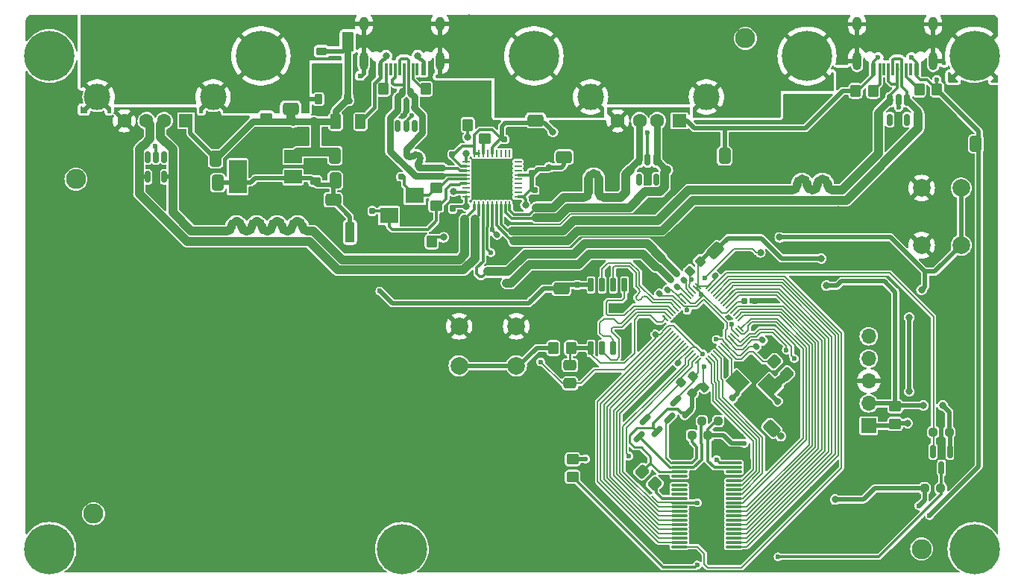
<source format=gbr>
%TF.GenerationSoftware,KiCad,Pcbnew,7.0.10*%
%TF.CreationDate,2024-01-15T00:01:57-05:00*%
%TF.ProjectId,Thinkpad-USB-keyboard-PCB,5468696e-6b70-4616-942d-5553422d6b65,rev?*%
%TF.SameCoordinates,Original*%
%TF.FileFunction,Copper,L1,Top*%
%TF.FilePolarity,Positive*%
%FSLAX46Y46*%
G04 Gerber Fmt 4.6, Leading zero omitted, Abs format (unit mm)*
G04 Created by KiCad (PCBNEW 7.0.10) date 2024-01-15 00:01:57*
%MOMM*%
%LPD*%
G01*
G04 APERTURE LIST*
G04 Aperture macros list*
%AMRoundRect*
0 Rectangle with rounded corners*
0 $1 Rounding radius*
0 $2 $3 $4 $5 $6 $7 $8 $9 X,Y pos of 4 corners*
0 Add a 4 corners polygon primitive as box body*
4,1,4,$2,$3,$4,$5,$6,$7,$8,$9,$2,$3,0*
0 Add four circle primitives for the rounded corners*
1,1,$1+$1,$2,$3*
1,1,$1+$1,$4,$5*
1,1,$1+$1,$6,$7*
1,1,$1+$1,$8,$9*
0 Add four rect primitives between the rounded corners*
20,1,$1+$1,$2,$3,$4,$5,0*
20,1,$1+$1,$4,$5,$6,$7,0*
20,1,$1+$1,$6,$7,$8,$9,0*
20,1,$1+$1,$8,$9,$2,$3,0*%
%AMRotRect*
0 Rectangle, with rotation*
0 The origin of the aperture is its center*
0 $1 length*
0 $2 width*
0 $3 Rotation angle, in degrees counterclockwise*
0 Add horizontal line*
21,1,$1,$2,0,0,$3*%
G04 Aperture macros list end*
%TA.AperFunction,SMDPad,CuDef*%
%ADD10RoundRect,0.250000X0.450000X-0.350000X0.450000X0.350000X-0.450000X0.350000X-0.450000X-0.350000X0*%
%TD*%
%TA.AperFunction,SMDPad,CuDef*%
%ADD11RoundRect,0.250000X0.167938X-0.751301X0.751301X-0.167938X-0.167938X0.751301X-0.751301X0.167938X0*%
%TD*%
%TA.AperFunction,SMDPad,CuDef*%
%ADD12RoundRect,0.155000X0.259862X-0.040659X-0.040659X0.259862X-0.259862X0.040659X0.040659X-0.259862X0*%
%TD*%
%TA.AperFunction,ComponentPad*%
%ADD13C,5.700000*%
%TD*%
%TA.AperFunction,SMDPad,CuDef*%
%ADD14RoundRect,0.250000X0.751301X0.167938X0.167938X0.751301X-0.751301X-0.167938X-0.167938X-0.751301X0*%
%TD*%
%TA.AperFunction,SMDPad,CuDef*%
%ADD15RoundRect,0.250000X0.412500X0.650000X-0.412500X0.650000X-0.412500X-0.650000X0.412500X-0.650000X0*%
%TD*%
%TA.AperFunction,SMDPad,CuDef*%
%ADD16RoundRect,0.150000X0.150000X-0.512500X0.150000X0.512500X-0.150000X0.512500X-0.150000X-0.512500X0*%
%TD*%
%TA.AperFunction,SMDPad,CuDef*%
%ADD17RoundRect,0.155000X0.155000X-0.212500X0.155000X0.212500X-0.155000X0.212500X-0.155000X-0.212500X0*%
%TD*%
%TA.AperFunction,SMDPad,CuDef*%
%ADD18RoundRect,0.250000X0.700000X-0.275000X0.700000X0.275000X-0.700000X0.275000X-0.700000X-0.275000X0*%
%TD*%
%TA.AperFunction,SMDPad,CuDef*%
%ADD19RoundRect,0.150000X-0.150000X0.587500X-0.150000X-0.587500X0.150000X-0.587500X0.150000X0.587500X0*%
%TD*%
%TA.AperFunction,SMDPad,CuDef*%
%ADD20RoundRect,0.237500X-0.344715X0.008839X0.008839X-0.344715X0.344715X-0.008839X-0.008839X0.344715X0*%
%TD*%
%TA.AperFunction,SMDPad,CuDef*%
%ADD21RoundRect,0.237500X-0.250000X-0.237500X0.250000X-0.237500X0.250000X0.237500X-0.250000X0.237500X0*%
%TD*%
%TA.AperFunction,SMDPad,CuDef*%
%ADD22RoundRect,0.250000X0.565685X0.070711X0.070711X0.565685X-0.565685X-0.070711X-0.070711X-0.565685X0*%
%TD*%
%TA.AperFunction,ComponentPad*%
%ADD23R,1.600000X1.500000*%
%TD*%
%TA.AperFunction,ComponentPad*%
%ADD24C,1.600000*%
%TD*%
%TA.AperFunction,ComponentPad*%
%ADD25C,3.000000*%
%TD*%
%TA.AperFunction,SMDPad,CuDef*%
%ADD26RoundRect,0.250000X-0.350000X-0.450000X0.350000X-0.450000X0.350000X0.450000X-0.350000X0.450000X0*%
%TD*%
%TA.AperFunction,SMDPad,CuDef*%
%ADD27RoundRect,0.250000X-0.650000X0.412500X-0.650000X-0.412500X0.650000X-0.412500X0.650000X0.412500X0*%
%TD*%
%TA.AperFunction,SMDPad,CuDef*%
%ADD28R,0.600000X1.450000*%
%TD*%
%TA.AperFunction,SMDPad,CuDef*%
%ADD29R,0.300000X1.450000*%
%TD*%
%TA.AperFunction,ComponentPad*%
%ADD30O,1.000000X2.100000*%
%TD*%
%TA.AperFunction,ComponentPad*%
%ADD31O,1.000000X1.600000*%
%TD*%
%TA.AperFunction,SMDPad,CuDef*%
%ADD32RoundRect,0.250000X-0.412500X-0.650000X0.412500X-0.650000X0.412500X0.650000X-0.412500X0.650000X0*%
%TD*%
%TA.AperFunction,SMDPad,CuDef*%
%ADD33RoundRect,0.150000X-0.150000X0.512500X-0.150000X-0.512500X0.150000X-0.512500X0.150000X0.512500X0*%
%TD*%
%TA.AperFunction,SMDPad,CuDef*%
%ADD34RoundRect,0.155000X-0.259862X0.040659X0.040659X-0.259862X0.259862X-0.040659X-0.040659X0.259862X0*%
%TD*%
%TA.AperFunction,SMDPad,CuDef*%
%ADD35RoundRect,0.155000X-0.040659X-0.259862X0.259862X0.040659X0.040659X0.259862X-0.259862X-0.040659X0*%
%TD*%
%TA.AperFunction,WasherPad*%
%ADD36C,2.286000*%
%TD*%
%TA.AperFunction,SMDPad,CuDef*%
%ADD37RoundRect,0.250000X0.350000X0.450000X-0.350000X0.450000X-0.350000X-0.450000X0.350000X-0.450000X0*%
%TD*%
%TA.AperFunction,SMDPad,CuDef*%
%ADD38RoundRect,0.225000X-0.225000X-0.375000X0.225000X-0.375000X0.225000X0.375000X-0.225000X0.375000X0*%
%TD*%
%TA.AperFunction,SMDPad,CuDef*%
%ADD39RoundRect,0.225000X-0.375000X0.225000X-0.375000X-0.225000X0.375000X-0.225000X0.375000X0.225000X0*%
%TD*%
%TA.AperFunction,SMDPad,CuDef*%
%ADD40R,2.000000X1.500000*%
%TD*%
%TA.AperFunction,SMDPad,CuDef*%
%ADD41R,2.000000X3.800000*%
%TD*%
%TA.AperFunction,SMDPad,CuDef*%
%ADD42RoundRect,0.237500X0.380070X-0.044194X-0.044194X0.380070X-0.380070X0.044194X0.044194X-0.380070X0*%
%TD*%
%TA.AperFunction,SMDPad,CuDef*%
%ADD43RoundRect,0.062500X0.062500X-0.350000X0.062500X0.350000X-0.062500X0.350000X-0.062500X-0.350000X0*%
%TD*%
%TA.AperFunction,SMDPad,CuDef*%
%ADD44RoundRect,0.062500X0.350000X-0.062500X0.350000X0.062500X-0.350000X0.062500X-0.350000X-0.062500X0*%
%TD*%
%TA.AperFunction,SMDPad,CuDef*%
%ADD45R,3.700000X3.700000*%
%TD*%
%TA.AperFunction,SMDPad,CuDef*%
%ADD46R,2.100000X1.800000*%
%TD*%
%TA.AperFunction,SMDPad,CuDef*%
%ADD47RoundRect,0.155000X-0.212500X-0.155000X0.212500X-0.155000X0.212500X0.155000X-0.212500X0.155000X0*%
%TD*%
%TA.AperFunction,SMDPad,CuDef*%
%ADD48RoundRect,0.155000X-0.155000X0.212500X-0.155000X-0.212500X0.155000X-0.212500X0.155000X0.212500X0*%
%TD*%
%TA.AperFunction,SMDPad,CuDef*%
%ADD49RoundRect,0.250000X0.375000X0.625000X-0.375000X0.625000X-0.375000X-0.625000X0.375000X-0.625000X0*%
%TD*%
%TA.AperFunction,SMDPad,CuDef*%
%ADD50RoundRect,0.150000X0.309359X0.521491X-0.521491X-0.309359X-0.309359X-0.521491X0.521491X0.309359X0*%
%TD*%
%TA.AperFunction,SMDPad,CuDef*%
%ADD51RoundRect,0.155000X0.040659X0.259862X-0.259862X-0.040659X-0.040659X-0.259862X0.259862X0.040659X0*%
%TD*%
%TA.AperFunction,SMDPad,CuDef*%
%ADD52RotRect,2.100000X1.800000X135.000000*%
%TD*%
%TA.AperFunction,SMDPad,CuDef*%
%ADD53RoundRect,0.250000X-0.475000X0.337500X-0.475000X-0.337500X0.475000X-0.337500X0.475000X0.337500X0*%
%TD*%
%TA.AperFunction,SMDPad,CuDef*%
%ADD54RoundRect,0.150000X0.150000X-0.650000X0.150000X0.650000X-0.150000X0.650000X-0.150000X-0.650000X0*%
%TD*%
%TA.AperFunction,SMDPad,CuDef*%
%ADD55RoundRect,0.237500X0.250000X0.237500X-0.250000X0.237500X-0.250000X-0.237500X0.250000X-0.237500X0*%
%TD*%
%TA.AperFunction,SMDPad,CuDef*%
%ADD56RoundRect,0.050000X-0.238649X-0.309359X0.309359X0.238649X0.238649X0.309359X-0.309359X-0.238649X0*%
%TD*%
%TA.AperFunction,SMDPad,CuDef*%
%ADD57RoundRect,0.050000X0.238649X-0.309359X0.309359X-0.238649X-0.238649X0.309359X-0.309359X0.238649X0*%
%TD*%
%TA.AperFunction,SMDPad,CuDef*%
%ADD58RotRect,3.200000X3.200000X45.000000*%
%TD*%
%TA.AperFunction,ComponentPad*%
%ADD59R,1.700000X1.700000*%
%TD*%
%TA.AperFunction,ComponentPad*%
%ADD60O,1.700000X1.700000*%
%TD*%
%TA.AperFunction,SMDPad,CuDef*%
%ADD61RoundRect,0.075000X-0.825000X-0.075000X0.825000X-0.075000X0.825000X0.075000X-0.825000X0.075000X0*%
%TD*%
%TA.AperFunction,SMDPad,CuDef*%
%ADD62RoundRect,0.200000X-1.000000X-0.450000X1.000000X-0.450000X1.000000X0.450000X-1.000000X0.450000X0*%
%TD*%
%TA.AperFunction,SMDPad,CuDef*%
%ADD63RoundRect,0.250000X-0.450000X0.350000X-0.450000X-0.350000X0.450000X-0.350000X0.450000X0.350000X0*%
%TD*%
%TA.AperFunction,ComponentPad*%
%ADD64C,2.000000*%
%TD*%
%TA.AperFunction,ViaPad*%
%ADD65C,0.800000*%
%TD*%
%TA.AperFunction,ViaPad*%
%ADD66C,0.600000*%
%TD*%
%TA.AperFunction,Conductor*%
%ADD67C,0.400000*%
%TD*%
%TA.AperFunction,Conductor*%
%ADD68C,0.300000*%
%TD*%
%TA.AperFunction,Conductor*%
%ADD69C,1.000000*%
%TD*%
%TA.AperFunction,Conductor*%
%ADD70C,0.500000*%
%TD*%
%TA.AperFunction,Conductor*%
%ADD71C,0.250000*%
%TD*%
%TA.AperFunction,Conductor*%
%ADD72C,0.200000*%
%TD*%
%TA.AperFunction,Conductor*%
%ADD73C,0.180000*%
%TD*%
%TA.AperFunction,Conductor*%
%ADD74C,0.800000*%
%TD*%
%TA.AperFunction,Conductor*%
%ADD75C,0.750000*%
%TD*%
G04 APERTURE END LIST*
D10*
%TO.P,R19,1*%
%TO.N,Net-(U3-XTALIN{slash}CLKIN)*%
X3900000Y-19000000D03*
%TO.P,R19,2*%
%TO.N,Net-(U3-XTALOUT)*%
X3900000Y-17000000D03*
%TD*%
D11*
%TO.P,C34,1*%
%TO.N,+5V*%
X41985146Y-44284854D03*
%TO.P,C34,2*%
%TO.N,GND*%
X44194854Y-42075146D03*
%TD*%
D10*
%TO.P,R18,1*%
%TO.N,LED-CAPS-LOCK*%
X19390000Y-49820000D03*
%TO.P,R18,2*%
%TO.N,Net-(U2-GPIO9)*%
X19390000Y-47820000D03*
%TD*%
D12*
%TO.P,C31,1*%
%TO.N,+3V3*%
X28791283Y-33646126D03*
%TO.P,C31,2*%
%TO.N,GND*%
X27988717Y-32843560D03*
%TD*%
D13*
%TO.P,H8,1,1*%
%TO.N,GNDPWR*%
X0Y-58000000D03*
%TD*%
D14*
%TO.P,C25,1*%
%TO.N,+3V3*%
X35604854Y-24104854D03*
%TO.P,C25,2*%
%TO.N,GND*%
X33395146Y-21895146D03*
%TD*%
D15*
%TO.P,C18,1*%
%TO.N,+5V*%
X-21142500Y-13670000D03*
%TO.P,C18,2*%
%TO.N,GND*%
X-24267500Y-13670000D03*
%TD*%
D16*
%TO.P,U4,1,IO1*%
%TO.N,unconnected-(U4-IO1-Pad1)*%
X55420000Y-9235000D03*
%TO.P,U4,2,VN*%
%TO.N,GND*%
X56370000Y-9235000D03*
%TO.P,U4,3,IO2*%
%TO.N,unconnected-(U4-IO2-Pad3)*%
X57320000Y-9235000D03*
%TO.P,U4,4,IO3*%
%TO.N,D3-*%
X57320000Y-6960000D03*
%TO.P,U4,5,VP*%
%TO.N,+5V*%
X56370000Y-6960000D03*
%TO.P,U4,6,IO4*%
%TO.N,D3+*%
X55420000Y-6960000D03*
%TD*%
D17*
%TO.P,C7,1*%
%TO.N,+3V3*%
X14710000Y-15297500D03*
%TO.P,C7,2*%
%TO.N,GND*%
X14710000Y-14162500D03*
%TD*%
D18*
%TO.P,L1,1,1*%
%TO.N,GND*%
X8000000Y-5575000D03*
%TO.P,L1,2,2*%
%TO.N,GNDPWR*%
X8000000Y-2425000D03*
%TD*%
D19*
%TO.P,Q3,1,G*%
%TO.N,+3V3*%
X62210000Y-46922500D03*
%TO.P,Q3,2,S*%
%TO.N,TP4-RESET-3V3*%
X60310000Y-46922500D03*
%TO.P,Q3,3,D*%
%TO.N,TP4-RESET-5V*%
X61260000Y-48797500D03*
%TD*%
D20*
%TO.P,R4,1*%
%TO.N,TP4-CLK-3V3*%
X33044765Y-38354765D03*
%TO.P,R4,2*%
%TO.N,+3V3*%
X34335235Y-39645235D03*
%TD*%
D21*
%TO.P,R21,1*%
%TO.N,TP4-DATA-5V*%
X34067500Y-43484843D03*
%TO.P,R21,2*%
%TO.N,+5V*%
X35892500Y-43484843D03*
%TD*%
D10*
%TO.P,R12,1*%
%TO.N,GND*%
X-15400000Y-11100000D03*
%TO.P,R12,2*%
%TO.N,+5V*%
X-15400000Y-9100000D03*
%TD*%
D22*
%TO.P,R10,1*%
%TO.N,LED-POWER*%
X28707107Y-50607107D03*
%TO.P,R10,2*%
%TO.N,+3V3*%
X27292893Y-49192893D03*
%TD*%
D12*
%TO.P,C11,1*%
%TO.N,+3V3*%
X30190000Y-28554843D03*
%TO.P,C11,2*%
%TO.N,GND*%
X29387434Y-27752277D03*
%TD*%
D23*
%TO.P,J2,1,VBUS*%
%TO.N,+5V*%
X-24500000Y-9360000D03*
D24*
%TO.P,J2,2,D-*%
%TO.N,D1-*%
X-27000000Y-9360000D03*
%TO.P,J2,3,D+*%
%TO.N,D1+*%
X-29000000Y-9360000D03*
%TO.P,J2,4,GND*%
%TO.N,GND*%
X-31500000Y-9360000D03*
D25*
%TO.P,J2,5,Shield*%
%TO.N,GNDPWR*%
X-21430000Y-6650000D03*
X-34570000Y-6650000D03*
%TD*%
D13*
%TO.P,H7,1,1*%
%TO.N,GNDPWR*%
X65000000Y-58000000D03*
%TD*%
D26*
%TO.P,R6,1*%
%TO.N,GND*%
X5475000Y-9825000D03*
%TO.P,R6,2*%
%TO.N,Net-(U3-SUSP_IND{slash}LOCAL_PWR{slash}NON_REM0)*%
X7475000Y-9825000D03*
%TD*%
D27*
%TO.P,C15,1*%
%TO.N,+3V3*%
X-7810000Y-18337500D03*
%TO.P,C15,2*%
%TO.N,GND*%
X-7810000Y-21462500D03*
%TD*%
D28*
%TO.P,J7,A1,GND*%
%TO.N,GND*%
X59250000Y-3485000D03*
%TO.P,J7,A4,VBUS*%
%TO.N,+5V*%
X58450000Y-3485000D03*
D29*
%TO.P,J7,A5,CC1*%
%TO.N,Net-(J7-CC1)*%
X57250000Y-3485000D03*
%TO.P,J7,A6,D+*%
%TO.N,D3+*%
X56250000Y-3485000D03*
%TO.P,J7,A7,D-*%
%TO.N,D3-*%
X55750000Y-3485000D03*
%TO.P,J7,A8,SBU1*%
%TO.N,unconnected-(J7-SBU1-PadA8)*%
X54750000Y-3485000D03*
D28*
%TO.P,J7,A9,VBUS*%
%TO.N,+5V*%
X53550000Y-3485000D03*
%TO.P,J7,A12,GND*%
%TO.N,GND*%
X52750000Y-3485000D03*
%TO.P,J7,B1,GND*%
X52750000Y-3485000D03*
%TO.P,J7,B4,VBUS*%
%TO.N,+5V*%
X53550000Y-3485000D03*
D29*
%TO.P,J7,B5,CC2*%
%TO.N,Net-(J7-CC2)*%
X54250000Y-3485000D03*
%TO.P,J7,B6,D+*%
%TO.N,D3+*%
X55250000Y-3485000D03*
%TO.P,J7,B7,D-*%
%TO.N,D3-*%
X56750000Y-3485000D03*
%TO.P,J7,B8,SBU2*%
%TO.N,unconnected-(J7-SBU2-PadB8)*%
X57750000Y-3485000D03*
D28*
%TO.P,J7,B9,VBUS*%
%TO.N,+5V*%
X58450000Y-3485000D03*
%TO.P,J7,B12,GND*%
%TO.N,GND*%
X59250000Y-3485000D03*
D30*
%TO.P,J7,S1,SHIELD*%
%TO.N,GNDPWR*%
X60320000Y-2570000D03*
D31*
X60320000Y1610000D03*
D30*
X51680000Y-2570000D03*
D31*
X51680000Y1610000D03*
%TD*%
D32*
%TO.P,C14,1*%
%TO.N,+5V*%
X-7592500Y-13310000D03*
%TO.P,C14,2*%
%TO.N,GND*%
X-4467500Y-13310000D03*
%TD*%
D33*
%TO.P,U10,1,IO1*%
%TO.N,DUP-*%
X1450000Y-7662500D03*
%TO.P,U10,2,VN*%
%TO.N,GND*%
X500000Y-7662500D03*
%TO.P,U10,3,IO2*%
%TO.N,DUP+*%
X-450000Y-7662500D03*
%TO.P,U10,4,IO3*%
%TO.N,unconnected-(U10-IO3-Pad4)*%
X-450000Y-9937500D03*
%TO.P,U10,5,VP*%
%TO.N,VBUS*%
X500000Y-9937500D03*
%TO.P,U10,6,IO4*%
%TO.N,unconnected-(U10-IO4-Pad6)*%
X1450000Y-9937500D03*
%TD*%
D34*
%TO.P,C28,1*%
%TO.N,+1V1*%
X40940290Y-34271987D03*
%TO.P,C28,2*%
%TO.N,GND*%
X41742856Y-35074553D03*
%TD*%
D15*
%TO.P,C17,1*%
%TO.N,+3V3*%
X-20887500Y-16390000D03*
%TO.P,C17,2*%
%TO.N,GND*%
X-24012500Y-16390000D03*
%TD*%
D35*
%TO.P,C9,1*%
%TO.N,GND*%
X41880290Y-42044553D03*
%TO.P,C9,2*%
%TO.N,Net-(C9-Pad2)*%
X42682856Y-41241987D03*
%TD*%
D36*
%TO.P,H12,*%
%TO.N,*%
X-35000000Y-54000000D03*
%TD*%
D15*
%TO.P,C33,1*%
%TO.N,+5V*%
X65157500Y-11975000D03*
%TO.P,C33,2*%
%TO.N,GND*%
X62032500Y-11975000D03*
%TD*%
D37*
%TO.P,R9,1*%
%TO.N,Net-(J7-CC2)*%
X53500000Y-5960000D03*
%TO.P,R9,2*%
%TO.N,+5V*%
X51500000Y-5960000D03*
%TD*%
D38*
%TO.P,D1,1,A1*%
%TO.N,GNDPWR*%
X-9450000Y-6900000D03*
%TO.P,D1,2,A2*%
%TO.N,+5V*%
X-6150000Y-6900000D03*
%TD*%
D10*
%TO.P,R16,1*%
%TO.N,RESET*%
X56000000Y-43800000D03*
%TO.P,R16,2*%
%TO.N,+3V3*%
X56000000Y-41800000D03*
%TD*%
D27*
%TO.P,C19,1*%
%TO.N,+5V*%
X-12630000Y-8007500D03*
%TO.P,C19,2*%
%TO.N,GND*%
X-12630000Y-11132500D03*
%TD*%
D26*
%TO.P,R8,1*%
%TO.N,Net-(J7-CC1)*%
X58740000Y-5810000D03*
%TO.P,R8,2*%
%TO.N,+5V*%
X60740000Y-5810000D03*
%TD*%
D39*
%TO.P,D4,1,K*%
%TO.N,+5V*%
X-9820000Y-12902500D03*
%TO.P,D4,2,A*%
%TO.N,+3V3*%
X-9820000Y-16202500D03*
%TD*%
D40*
%TO.P,U8,1,GND*%
%TO.N,GND*%
X-12340000Y-18030000D03*
%TO.P,U8,2,VO*%
%TO.N,+3V3*%
X-12340000Y-15730000D03*
D41*
X-18640000Y-15730000D03*
D40*
%TO.P,U8,3,VI*%
%TO.N,+5V*%
X-12340000Y-13430000D03*
%TD*%
D42*
%TO.P,C29,1*%
%TO.N,+3V3*%
X33873566Y-25318307D03*
%TO.P,C29,2*%
%TO.N,GND*%
X32653806Y-24098547D03*
%TD*%
D13*
%TO.P,H6,1,1*%
%TO.N,GNDPWR*%
X-40000000Y-58000000D03*
%TD*%
D17*
%TO.P,C10,1*%
%TO.N,+3V3*%
X5725000Y-13192500D03*
%TO.P,C10,2*%
%TO.N,GND*%
X5725000Y-12057500D03*
%TD*%
D34*
%TO.P,R13,1*%
%TO.N,D2-*%
X31198717Y-26673560D03*
%TO.P,R13,2*%
%TO.N,Net-(U2-USB_DM)*%
X32001283Y-27476126D03*
%TD*%
D43*
%TO.P,U3,1,USBDM_DN1/PRT_DIS_M1*%
%TO.N,D1-*%
X8250000Y-18937500D03*
%TO.P,U3,2,USBDP_DN1/PRT_DIS_P1*%
%TO.N,D1+*%
X8750000Y-18937500D03*
%TO.P,U3,3,USBDM_DN2/PRT_DIS_M2*%
%TO.N,D2-*%
X9250000Y-18937500D03*
%TO.P,U3,4,USBDP_DN2/PRT_DIS_P2*%
%TO.N,D2+*%
X9750000Y-18937500D03*
%TO.P,U3,5,VDDA33*%
%TO.N,+3V3*%
X10250000Y-18937500D03*
%TO.P,U3,6,USBDM_DN3/PRT_DIS_M3*%
%TO.N,D3-*%
X10750000Y-18937500D03*
%TO.P,U3,7,USBDP_DN3/PRT_DIS_P3*%
%TO.N,D3+*%
X11250000Y-18937500D03*
%TO.P,U3,8,USBDM_DN4/PRT_DIS_M4*%
%TO.N,D4-*%
X11750000Y-18937500D03*
%TO.P,U3,9,USBDP_DN4/PRT_DIS_P4*%
%TO.N,D4+*%
X12250000Y-18937500D03*
D44*
%TO.P,U3,10,VDDA33*%
%TO.N,+3V3*%
X13187500Y-18000000D03*
%TO.P,U3,11,TEST*%
%TO.N,unconnected-(U3-TEST-Pad11)*%
X13187500Y-17500000D03*
%TO.P,U3,12,PRTPWR1/BC_EN1*%
%TO.N,unconnected-(U3-PRTPWR1{slash}BC_EN1-Pad12)*%
X13187500Y-17000000D03*
%TO.P,U3,13,OCS_N1*%
%TO.N,unconnected-(U3-OCS_N1-Pad13)*%
X13187500Y-16500000D03*
%TO.P,U3,14,CRFILT*%
%TO.N,unconnected-(U3-CRFILT-Pad14)*%
X13187500Y-16000000D03*
%TO.P,U3,15,VDD33*%
%TO.N,+3V3*%
X13187500Y-15500000D03*
%TO.P,U3,16,PRTPWR2/BC_EN2*%
%TO.N,unconnected-(U3-PRTPWR2{slash}BC_EN2-Pad16)*%
X13187500Y-15000000D03*
%TO.P,U3,17,OCS_N2*%
%TO.N,unconnected-(U3-OCS_N2-Pad17)*%
X13187500Y-14500000D03*
%TO.P,U3,18,PRTPWR3/BC_EN3*%
%TO.N,unconnected-(U3-PRTPWR3{slash}BC_EN3-Pad18)*%
X13187500Y-14000000D03*
D43*
%TO.P,U3,19,OCS_N3*%
%TO.N,unconnected-(U3-OCS_N3-Pad19)*%
X12250000Y-13062500D03*
%TO.P,U3,20,PRTPWR4/BC_EN4*%
%TO.N,unconnected-(U3-PRTPWR4{slash}BC_EN4-Pad20)*%
X11750000Y-13062500D03*
%TO.P,U3,21,OCS_N4*%
%TO.N,unconnected-(U3-OCS_N4-Pad21)*%
X11250000Y-13062500D03*
%TO.P,U3,22,SDA/SMBDATA/NON_REM1*%
%TO.N,unconnected-(U3-SDA{slash}SMBDATA{slash}NON_REM1-Pad22)*%
X10750000Y-13062500D03*
%TO.P,U3,23,VDD33*%
%TO.N,+3V3*%
X10250000Y-13062500D03*
%TO.P,U3,24,SCL/SMBCLK/CFG_SEL0*%
%TO.N,unconnected-(U3-SCL{slash}SMBCLK{slash}CFG_SEL0-Pad24)*%
X9750000Y-13062500D03*
%TO.P,U3,25,HS_IND/CFG_SEL1*%
%TO.N,Net-(U3-HS_IND{slash}CFG_SEL1)*%
X9250000Y-13062500D03*
%TO.P,U3,26,RESET_N*%
%TO.N,+3V3*%
X8750000Y-13062500D03*
%TO.P,U3,27,VBUS_DET*%
X8250000Y-13062500D03*
D44*
%TO.P,U3,28,SUSP_IND/LOCAL_PWR/NON_REM0*%
%TO.N,Net-(U3-SUSP_IND{slash}LOCAL_PWR{slash}NON_REM0)*%
X7312500Y-14000000D03*
%TO.P,U3,29,VDDA33*%
%TO.N,+3V3*%
X7312500Y-14500000D03*
%TO.P,U3,30,USBDM_UP*%
%TO.N,DUP-*%
X7312500Y-15000000D03*
%TO.P,U3,31,USBDP_UP*%
%TO.N,DUP+*%
X7312500Y-15500000D03*
%TO.P,U3,32,XTALOUT*%
%TO.N,Net-(U3-XTALOUT)*%
X7312500Y-16000000D03*
%TO.P,U3,33,XTALIN/CLKIN*%
%TO.N,Net-(U3-XTALIN{slash}CLKIN)*%
X7312500Y-16500000D03*
%TO.P,U3,34,PLLFILT*%
%TO.N,unconnected-(U3-PLLFILT-Pad34)*%
X7312500Y-17000000D03*
%TO.P,U3,35,RBIAS*%
%TO.N,Net-(U3-RBIAS)*%
X7312500Y-17500000D03*
%TO.P,U3,36,VDDA33*%
%TO.N,+3V3*%
X7312500Y-18000000D03*
D45*
%TO.P,U3,37,VSS*%
%TO.N,GND*%
X10250000Y-16000000D03*
%TD*%
D13*
%TO.P,H3,1,1*%
%TO.N,GNDPWR*%
X15000000Y-2000000D03*
%TD*%
D46*
%TO.P,Y1,1,1*%
%TO.N,Net-(U3-XTALIN{slash}CLKIN)*%
X-1450000Y-20150000D03*
%TO.P,Y1,2,2*%
%TO.N,GND*%
X1450000Y-20150000D03*
%TO.P,Y1,3,3*%
%TO.N,Net-(U3-XTALOUT)*%
X1450000Y-17850000D03*
%TO.P,Y1,4,4*%
%TO.N,GND*%
X-1450000Y-17850000D03*
%TD*%
D47*
%TO.P,C8,1*%
%TO.N,+3V3*%
X15062500Y-17250000D03*
%TO.P,C8,2*%
%TO.N,GND*%
X16197500Y-17250000D03*
%TD*%
D34*
%TO.P,C13,1*%
%TO.N,+3V3*%
X10768717Y-22268717D03*
%TO.P,C13,2*%
%TO.N,GND*%
X11571283Y-23071283D03*
%TD*%
D48*
%TO.P,C6,1*%
%TO.N,+3V3*%
X5775000Y-19382500D03*
%TO.P,C6,2*%
%TO.N,GND*%
X5775000Y-20517500D03*
%TD*%
D49*
%TO.P,F1,1*%
%TO.N,VBUS*%
X-4700000Y-9460000D03*
%TO.P,F1,2*%
%TO.N,+5V*%
X-7500000Y-9460000D03*
%TD*%
D26*
%TO.P,R5,1*%
%TO.N,GND*%
X1400000Y-23100000D03*
%TO.P,R5,2*%
%TO.N,Net-(U3-RBIAS)*%
X3400000Y-23100000D03*
%TD*%
D50*
%TO.P,Q2,1,G*%
%TO.N,+3V3*%
X28940000Y-44634843D03*
%TO.P,Q2,2,S*%
%TO.N,TP4-DATA-3V3*%
X27596497Y-43291340D03*
%TO.P,Q2,3,D*%
%TO.N,TP4-DATA-5V*%
X26942423Y-45288917D03*
%TD*%
D51*
%TO.P,C23,1*%
%TO.N,+3V3*%
X31381283Y-36898717D03*
%TO.P,C23,2*%
%TO.N,GND*%
X30578717Y-37701283D03*
%TD*%
D52*
%TO.P,Y2,1,1*%
%TO.N,Net-(C9-Pad2)*%
X41790051Y-39445402D03*
%TO.P,Y2,2,2*%
%TO.N,GND*%
X39739441Y-37394792D03*
%TO.P,Y2,3,3*%
%TO.N,Net-(U2-XIN)*%
X38113095Y-39021138D03*
%TO.P,Y2,4,4*%
%TO.N,GND*%
X40163705Y-41071748D03*
%TD*%
D53*
%TO.P,R17,1*%
%TO.N,CS*%
X19100000Y-37115000D03*
%TO.P,R17,2*%
%TO.N,+3V3*%
X19100000Y-39190000D03*
%TD*%
D34*
%TO.P,C24,1*%
%TO.N,+3V3*%
X40220290Y-34991987D03*
%TO.P,C24,2*%
%TO.N,GND*%
X41022856Y-35794553D03*
%TD*%
D26*
%TO.P,R15,1*%
%TO.N,/~{USB_BOOT}*%
X17200000Y-35190000D03*
%TO.P,R15,2*%
%TO.N,CS*%
X19200000Y-35190000D03*
%TD*%
D39*
%TO.P,D3,1,K*%
%TO.N,+5V*%
X-9100000Y-1450000D03*
%TO.P,D3,2,A*%
%TO.N,GND*%
X-9100000Y-4750000D03*
%TD*%
D22*
%TO.P,R14,1*%
%TO.N,Net-(C9-Pad2)*%
X43668680Y-38150377D03*
%TO.P,R14,2*%
%TO.N,Net-(U2-XOUT)*%
X42254466Y-36736163D03*
%TD*%
D13*
%TO.P,H4,1,1*%
%TO.N,GNDPWR*%
X46000000Y-2000000D03*
%TD*%
D36*
%TO.P,H10,*%
%TO.N,*%
X59000000Y-58000000D03*
%TD*%
D54*
%TO.P,U6,1,~{CS}*%
%TO.N,CS*%
X21475000Y-35214843D03*
%TO.P,U6,2,DO(IO1)*%
%TO.N,SD1*%
X22745000Y-35214843D03*
%TO.P,U6,3,IO2*%
%TO.N,SD2*%
X24015000Y-35214843D03*
%TO.P,U6,4,GND*%
%TO.N,GND*%
X25285000Y-35214843D03*
%TO.P,U6,5,DI(IO0)*%
%TO.N,SD0*%
X25285000Y-28014843D03*
%TO.P,U6,6,CLK*%
%TO.N,QSPI_CLK*%
X24015000Y-28014843D03*
%TO.P,U6,7,IO3*%
%TO.N,SD3*%
X22745000Y-28014843D03*
%TO.P,U6,8,VCC*%
%TO.N,+3V3*%
X21475000Y-28014843D03*
%TD*%
D23*
%TO.P,J3,1,VBUS*%
%TO.N,+5V*%
X31500000Y-9360000D03*
D24*
%TO.P,J3,2,D-*%
%TO.N,D4-*%
X29000000Y-9360000D03*
%TO.P,J3,3,D+*%
%TO.N,D4+*%
X27000000Y-9360000D03*
%TO.P,J3,4,GND*%
%TO.N,GND*%
X24500000Y-9360000D03*
D25*
%TO.P,J3,5,Shield*%
%TO.N,GNDPWR*%
X34570000Y-6650000D03*
X21430000Y-6650000D03*
%TD*%
D32*
%TO.P,C16,1*%
%TO.N,+3V3*%
X-7552500Y-16140000D03*
%TO.P,C16,2*%
%TO.N,GND*%
X-4427500Y-16140000D03*
%TD*%
D13*
%TO.P,H5,1,1*%
%TO.N,GNDPWR*%
X65000000Y-2000000D03*
%TD*%
D27*
%TO.P,C1,1*%
%TO.N,+3V3*%
X15200000Y-9362500D03*
%TO.P,C1,2*%
%TO.N,GND*%
X15200000Y-12487500D03*
%TD*%
D47*
%TO.P,C12,1*%
%TO.N,+3V3*%
X11657500Y-11475000D03*
%TO.P,C12,2*%
%TO.N,GND*%
X12792500Y-11475000D03*
%TD*%
D55*
%TO.P,R23,1*%
%TO.N,TP4-RESET-5V*%
X61180000Y-51130000D03*
%TO.P,R23,2*%
%TO.N,+5V*%
X59355000Y-51130000D03*
%TD*%
D13*
%TO.P,H1,1,1*%
%TO.N,GNDPWR*%
X-40000000Y-2000000D03*
%TD*%
D47*
%TO.P,C30,1*%
%TO.N,+3V3*%
X38912500Y-29824843D03*
%TO.P,C30,2*%
%TO.N,GND*%
X40047500Y-29824843D03*
%TD*%
D28*
%TO.P,J1,A1,GND*%
%TO.N,GND*%
X3250000Y-3485000D03*
%TO.P,J1,A4,VBUS*%
%TO.N,VBUS*%
X2450000Y-3485000D03*
D29*
%TO.P,J1,A5,CC1*%
%TO.N,Net-(J1-CC1)*%
X1250000Y-3485000D03*
%TO.P,J1,A6,D+*%
%TO.N,DUP+*%
X250000Y-3485000D03*
%TO.P,J1,A7,D-*%
%TO.N,DUP-*%
X-250000Y-3485000D03*
%TO.P,J1,A8,SBU1*%
%TO.N,unconnected-(J1-SBU1-PadA8)*%
X-1250000Y-3485000D03*
D28*
%TO.P,J1,A9,VBUS*%
%TO.N,VBUS*%
X-2450000Y-3485000D03*
%TO.P,J1,A12,GND*%
%TO.N,GND*%
X-3250000Y-3485000D03*
%TO.P,J1,B1,GND*%
X-3250000Y-3485000D03*
%TO.P,J1,B4,VBUS*%
%TO.N,VBUS*%
X-2450000Y-3485000D03*
D29*
%TO.P,J1,B5,CC2*%
%TO.N,Net-(J1-CC2)*%
X-1750000Y-3485000D03*
%TO.P,J1,B6,D+*%
%TO.N,DUP+*%
X-750000Y-3485000D03*
%TO.P,J1,B7,D-*%
%TO.N,DUP-*%
X750000Y-3485000D03*
%TO.P,J1,B8,SBU2*%
%TO.N,unconnected-(J1-SBU2-PadB8)*%
X1750000Y-3485000D03*
D28*
%TO.P,J1,B9,VBUS*%
%TO.N,VBUS*%
X2450000Y-3485000D03*
%TO.P,J1,B12,GND*%
%TO.N,GND*%
X3250000Y-3485000D03*
D30*
%TO.P,J1,S1,SHIELD*%
%TO.N,GNDPWR*%
X4320000Y-2570000D03*
D31*
X4320000Y1610000D03*
D30*
X-4320000Y-2570000D03*
D31*
X-4320000Y1610000D03*
%TD*%
D37*
%TO.P,R2,1*%
%TO.N,Net-(J1-CC2)*%
X-2080000Y-5750000D03*
%TO.P,R2,2*%
%TO.N,GND*%
X-4080000Y-5750000D03*
%TD*%
D12*
%TO.P,C27,1*%
%TO.N,+1V1*%
X29240000Y-29004843D03*
%TO.P,C27,2*%
%TO.N,GND*%
X28437434Y-28202277D03*
%TD*%
D56*
%TO.P,U2,1,IOVDD*%
%TO.N,+3V3*%
X29944529Y-32982000D03*
%TO.P,U2,2,GPIO0*%
%TO.N,SENSE5*%
X30227372Y-33264843D03*
%TO.P,U2,3,GPIO1*%
%TO.N,SENSE0*%
X30510214Y-33547685D03*
%TO.P,U2,4,GPIO2*%
%TO.N,SENSE3*%
X30793057Y-33830528D03*
%TO.P,U2,5,GPIO3*%
%TO.N,SENSE2*%
X31075900Y-34113371D03*
%TO.P,U2,6,GPIO4*%
%TO.N,SENSE4*%
X31358742Y-34396213D03*
%TO.P,U2,7,GPIO5*%
%TO.N,SENSE1*%
X31641585Y-34679056D03*
%TO.P,U2,8,GPIO6*%
%TO.N,SENSE6*%
X31924428Y-34961899D03*
%TO.P,U2,9,GPIO7*%
%TO.N,SENSE7*%
X32207271Y-35244742D03*
%TO.P,U2,10,IOVDD*%
%TO.N,+3V3*%
X32490113Y-35527584D03*
%TO.P,U2,11,GPIO8*%
%TO.N,PWRSWITCH*%
X32772956Y-35810427D03*
%TO.P,U2,12,GPIO9*%
%TO.N,Net-(U2-GPIO9)*%
X33055799Y-36093270D03*
%TO.P,U2,13,GPIO10*%
%TO.N,TP4-DATA-3V3*%
X33338641Y-36376112D03*
%TO.P,U2,14,GPIO11*%
%TO.N,TP4-CLK-3V3*%
X33621484Y-36658955D03*
D57*
%TO.P,U2,15,GPIO12*%
%TO.N,DRV13*%
X34805888Y-36658955D03*
%TO.P,U2,16,GPIO13*%
%TO.N,DRV15*%
X35088731Y-36376112D03*
%TO.P,U2,17,GPIO14*%
%TO.N,DRV12*%
X35371573Y-36093270D03*
%TO.P,U2,18,GPIO15*%
%TO.N,DRV14*%
X35654416Y-35810427D03*
%TO.P,U2,19,TESTEN*%
%TO.N,GND*%
X35937259Y-35527584D03*
%TO.P,U2,20,XIN*%
%TO.N,Net-(U2-XIN)*%
X36220101Y-35244742D03*
%TO.P,U2,21,XOUT*%
%TO.N,Net-(U2-XOUT)*%
X36502944Y-34961899D03*
%TO.P,U2,22,IOVDD*%
%TO.N,+3V3*%
X36785787Y-34679056D03*
%TO.P,U2,23,DVDD*%
%TO.N,+1V1*%
X37068630Y-34396213D03*
%TO.P,U2,24,SWCLK*%
%TO.N,SWCLK*%
X37351472Y-34113371D03*
%TO.P,U2,25,SWD*%
%TO.N,SWD*%
X37634315Y-33830528D03*
%TO.P,U2,26,RUN*%
%TO.N,RESET*%
X37917158Y-33547685D03*
%TO.P,U2,27,GPIO16*%
%TO.N,DRV11*%
X38200000Y-33264843D03*
%TO.P,U2,28,GPIO17*%
%TO.N,DRV0*%
X38482843Y-32982000D03*
D56*
%TO.P,U2,29,GPIO18*%
%TO.N,DRV9*%
X38482843Y-31797596D03*
%TO.P,U2,30,GPIO19*%
%TO.N,DRV1*%
X38200000Y-31514753D03*
%TO.P,U2,31,GPIO20*%
%TO.N,DRV10*%
X37917158Y-31231911D03*
%TO.P,U2,32,GPIO21*%
%TO.N,DRV2*%
X37634315Y-30949068D03*
%TO.P,U2,33,IOVDD*%
%TO.N,+3V3*%
X37351472Y-30666225D03*
%TO.P,U2,34,GPIO22*%
%TO.N,DRV7*%
X37068630Y-30383383D03*
%TO.P,U2,35,GPIO23*%
%TO.N,DRV3*%
X36785787Y-30100540D03*
%TO.P,U2,36,GPIO24*%
%TO.N,DRV6*%
X36502944Y-29817697D03*
%TO.P,U2,37,GPIO25*%
%TO.N,DRV8*%
X36220101Y-29534854D03*
%TO.P,U2,38,GPIO26_ADC0*%
%TO.N,DRV5*%
X35937259Y-29252012D03*
%TO.P,U2,39,GPIO27_ADC1*%
%TO.N,DRV4*%
X35654416Y-28969169D03*
%TO.P,U2,40,GPIO28_ADC2*%
%TO.N,HOTKEY*%
X35371573Y-28686326D03*
%TO.P,U2,41,GPIO29_ADC3*%
%TO.N,TP4-RESET-3V3*%
X35088731Y-28403484D03*
%TO.P,U2,42,IOVDD*%
%TO.N,+3V3*%
X34805888Y-28120641D03*
D57*
%TO.P,U2,43,ADC_AVDD*%
X33621484Y-28120641D03*
%TO.P,U2,44,VREG_IN*%
X33338641Y-28403484D03*
%TO.P,U2,45,VREG_VOUT*%
%TO.N,+1V1*%
X33055799Y-28686326D03*
%TO.P,U2,46,USB_DM*%
%TO.N,Net-(U2-USB_DM)*%
X32772956Y-28969169D03*
%TO.P,U2,47,USB_DP*%
%TO.N,Net-(U2-USB_DP)*%
X32490113Y-29252012D03*
%TO.P,U2,48,USB_VDD*%
%TO.N,+3V3*%
X32207271Y-29534854D03*
%TO.P,U2,49,IOVDD*%
X31924428Y-29817697D03*
%TO.P,U2,50,DVDD*%
%TO.N,+1V1*%
X31641585Y-30100540D03*
%TO.P,U2,51,QSPI_SD3*%
%TO.N,SD3*%
X31358742Y-30383383D03*
%TO.P,U2,52,QSPI_SCLK*%
%TO.N,QSPI_CLK*%
X31075900Y-30666225D03*
%TO.P,U2,53,QSPI_SD0*%
%TO.N,SD0*%
X30793057Y-30949068D03*
%TO.P,U2,54,QSPI_SD2*%
%TO.N,SD2*%
X30510214Y-31231911D03*
%TO.P,U2,55,QSPI_SD1*%
%TO.N,SD1*%
X30227372Y-31514753D03*
%TO.P,U2,56,QSPI_SS*%
%TO.N,CS*%
X29944529Y-31797596D03*
D58*
%TO.P,U2,57,GND*%
%TO.N,GND*%
X34213686Y-32389798D03*
%TD*%
D21*
%TO.P,R22,1*%
%TO.N,TP4-RESET-3V3*%
X60320000Y-44730000D03*
%TO.P,R22,2*%
%TO.N,+3V3*%
X62145000Y-44730000D03*
%TD*%
D47*
%TO.P,C4,1*%
%TO.N,GND*%
X-1192500Y-15725000D03*
%TO.P,C4,2*%
%TO.N,Net-(U3-XTALOUT)*%
X-57500Y-15725000D03*
%TD*%
D27*
%TO.P,C32,1*%
%TO.N,+3V3*%
X18120000Y-28425000D03*
%TO.P,C32,2*%
%TO.N,GND*%
X18120000Y-31550000D03*
%TD*%
D59*
%TO.P,J4,1,Pin_1*%
%TO.N,RESET*%
X53000000Y-44000000D03*
D60*
%TO.P,J4,2,Pin_2*%
%TO.N,+3V3*%
X53000000Y-41460000D03*
%TO.P,J4,3,Pin_3*%
%TO.N,GND*%
X53000000Y-38920000D03*
%TO.P,J4,4,Pin_4*%
%TO.N,SWD*%
X53000000Y-36380000D03*
%TO.P,J4,5,Pin_5*%
%TO.N,SWCLK*%
X53000000Y-33840000D03*
%TD*%
D48*
%TO.P,C26,1*%
%TO.N,+3V3*%
X19930000Y-28017343D03*
%TO.P,C26,2*%
%TO.N,GND*%
X19930000Y-29152343D03*
%TD*%
%TO.P,C3,1*%
%TO.N,GND*%
X-3380000Y-18482500D03*
%TO.P,C3,2*%
%TO.N,Net-(U3-XTALIN{slash}CLKIN)*%
X-3380000Y-19617500D03*
%TD*%
D16*
%TO.P,U5,1,IO1*%
%TO.N,unconnected-(U5-IO1-Pad1)*%
X26950000Y-16075000D03*
%TO.P,U5,2,VN*%
%TO.N,GND*%
X27900000Y-16075000D03*
%TO.P,U5,3,IO2*%
%TO.N,unconnected-(U5-IO2-Pad3)*%
X28850000Y-16075000D03*
%TO.P,U5,4,IO3*%
%TO.N,D4-*%
X28850000Y-13800000D03*
%TO.P,U5,5,VP*%
%TO.N,+5V*%
X27900000Y-13800000D03*
%TO.P,U5,6,IO4*%
%TO.N,D4+*%
X26950000Y-13800000D03*
%TD*%
D20*
%TO.P,R20,1*%
%TO.N,TP4-DATA-3V3*%
X31650000Y-39084843D03*
%TO.P,R20,2*%
%TO.N,+3V3*%
X32940470Y-40375313D03*
%TD*%
D15*
%TO.P,C20,1*%
%TO.N,+5V*%
X36637500Y-13350000D03*
%TO.P,C20,2*%
%TO.N,GND*%
X33512500Y-13350000D03*
%TD*%
D61*
%TO.P,J6,1,Pin_1*%
%TO.N,HOTKEY*%
X31500000Y-57750000D03*
%TO.P,J6,2,Pin_2*%
%TO.N,DRV4*%
X37700000Y-57750000D03*
%TO.P,J6,3,Pin_3*%
%TO.N,SENSE5*%
X31500000Y-57250000D03*
%TO.P,J6,4,Pin_4*%
%TO.N,DRV5*%
X37700000Y-57250000D03*
%TO.P,J6,5,Pin_5*%
%TO.N,SENSE0*%
X31500000Y-56750000D03*
%TO.P,J6,6,Pin_6*%
%TO.N,DRV8*%
X37700000Y-56750000D03*
%TO.P,J6,7,Pin_7*%
%TO.N,SENSE3*%
X31500000Y-56250000D03*
%TO.P,J6,8,Pin_8*%
%TO.N,DRV6*%
X37700000Y-56250000D03*
%TO.P,J6,9,Pin_9*%
%TO.N,SENSE2*%
X31500000Y-55750000D03*
%TO.P,J6,10,Pin_10*%
%TO.N,DRV3*%
X37700000Y-55750000D03*
%TO.P,J6,11,Pin_11*%
%TO.N,SENSE4*%
X31500000Y-55250000D03*
%TO.P,J6,12,Pin_12*%
%TO.N,DRV7*%
X37700000Y-55250000D03*
%TO.P,J6,13,Pin_13*%
%TO.N,SENSE1*%
X31500000Y-54750000D03*
%TO.P,J6,14,Pin_14*%
%TO.N,DRV2*%
X37700000Y-54750000D03*
%TO.P,J6,15,Pin_15*%
%TO.N,SENSE6*%
X31500000Y-54250000D03*
%TO.P,J6,16,Pin_16*%
%TO.N,DRV10*%
X37700000Y-54250000D03*
%TO.P,J6,17,Pin_17*%
%TO.N,SENSE7*%
X31500000Y-53750000D03*
%TO.P,J6,18,Pin_18*%
%TO.N,DRV1*%
X37700000Y-53750000D03*
%TO.P,J6,19,Pin_19*%
%TO.N,PWRSWITCH*%
X31500000Y-53250000D03*
%TO.P,J6,20,Pin_20*%
%TO.N,DRV9*%
X37700000Y-53250000D03*
%TO.P,J6,21,Pin_21*%
%TO.N,LED-CAPS-LOCK*%
X31500000Y-52750000D03*
%TO.P,J6,22,Pin_22*%
%TO.N,DRV0*%
X37700000Y-52750000D03*
%TO.P,J6,23,Pin_23*%
%TO.N,LED-POWER*%
X31500000Y-52250000D03*
%TO.P,J6,24,Pin_24*%
%TO.N,DRV11*%
X37700000Y-52250000D03*
%TO.P,J6,25,Pin_25*%
%TO.N,KBDID0*%
X31500000Y-51750000D03*
%TO.P,J6,26,Pin_26*%
%TO.N,DRV14*%
X37700000Y-51750000D03*
%TO.P,J6,27,Pin_27*%
%TO.N,KBDID1*%
X31500000Y-51250000D03*
%TO.P,J6,28,Pin_28*%
%TO.N,DRV12*%
X37700000Y-51250000D03*
%TO.P,J6,29,Pin_29*%
%TO.N,KBDID2*%
X31500000Y-50750000D03*
%TO.P,J6,30,Pin_30*%
%TO.N,DRV15*%
X37700000Y-50750000D03*
%TO.P,J6,31,Pin_31*%
%TO.N,GND*%
X31500000Y-50250000D03*
%TO.P,J6,32,Pin_32*%
%TO.N,DRV13*%
X37700000Y-50250000D03*
%TO.P,J6,33,Pin_33*%
%TO.N,LED-VOL-MUTE*%
X31500000Y-49750000D03*
%TO.P,J6,34,Pin_34*%
%TO.N,GND*%
X37700000Y-49750000D03*
%TO.P,J6,35,Pin_35*%
%TO.N,+3V3*%
X31500000Y-49250000D03*
%TO.P,J6,36,Pin_36*%
%TO.N,LED-MIC-MUTE*%
X37700000Y-49250000D03*
%TO.P,J6,37,Pin_37*%
%TO.N,TP4-DATA-5V*%
X31500000Y-48750000D03*
%TO.P,J6,38,Pin_38*%
%TO.N,+5V*%
X37700000Y-48750000D03*
%TO.P,J6,39,Pin_39*%
%TO.N,TP4-CLK-5V*%
X31500000Y-48250000D03*
%TO.P,J6,40,Pin_40*%
%TO.N,TP4-RESET-5V*%
X37700000Y-48250000D03*
D62*
%TO.P,J6,MP,MountPin*%
%TO.N,GND*%
X31800000Y-47050000D03*
X31800000Y-58950000D03*
X37400000Y-47050000D03*
X37400000Y-58950000D03*
%TD*%
D36*
%TO.P,H9,*%
%TO.N,*%
X39000000Y0D03*
%TD*%
D21*
%TO.P,R11,1*%
%TO.N,TP4-CLK-5V*%
X32937500Y-45084843D03*
%TO.P,R11,2*%
%TO.N,+5V*%
X34762500Y-45084843D03*
%TD*%
D35*
%TO.P,C22,1*%
%TO.N,+3V3*%
X35578717Y-26996126D03*
%TO.P,C22,2*%
%TO.N,GND*%
X36381283Y-26193560D03*
%TD*%
D42*
%TO.P,C21,1*%
%TO.N,+1V1*%
X32723566Y-26418307D03*
%TO.P,C21,2*%
%TO.N,GND*%
X31503806Y-25198547D03*
%TD*%
D26*
%TO.P,R1,1*%
%TO.N,Net-(J1-CC1)*%
X2700000Y-5750000D03*
%TO.P,R1,2*%
%TO.N,GND*%
X4700000Y-5750000D03*
%TD*%
D16*
%TO.P,U1,1,IO1*%
%TO.N,D1+*%
X-28850000Y-15737500D03*
%TO.P,U1,2,VN*%
%TO.N,GND*%
X-27900000Y-15737500D03*
%TO.P,U1,3,IO2*%
%TO.N,D1-*%
X-26950000Y-15737500D03*
%TO.P,U1,4,IO3*%
%TO.N,unconnected-(U1-IO3-Pad4)*%
X-26950000Y-13462500D03*
%TO.P,U1,5,VP*%
%TO.N,+5V*%
X-27900000Y-13462500D03*
%TO.P,U1,6,IO4*%
%TO.N,unconnected-(U1-IO4-Pad6)*%
X-28850000Y-13462500D03*
%TD*%
D34*
%TO.P,R3,1*%
%TO.N,D2+*%
X30488717Y-27393560D03*
%TO.P,R3,2*%
%TO.N,Net-(U2-USB_DP)*%
X31291283Y-28196126D03*
%TD*%
D50*
%TO.P,Q1,1,G*%
%TO.N,+3V3*%
X32404664Y-42513682D03*
%TO.P,Q1,2,S*%
%TO.N,TP4-CLK-3V3*%
X31061161Y-41170179D03*
%TO.P,Q1,3,D*%
%TO.N,TP4-CLK-5V*%
X30407087Y-43167756D03*
%TD*%
D12*
%TO.P,C5,1*%
%TO.N,GND*%
X38344139Y-41695836D03*
%TO.P,C5,2*%
%TO.N,Net-(U2-XIN)*%
X37541573Y-40893270D03*
%TD*%
D13*
%TO.P,H2,1,1*%
%TO.N,GNDPWR*%
X-16000000Y-2000000D03*
%TD*%
D27*
%TO.P,C2,1*%
%TO.N,+3V3*%
X18430000Y-13477500D03*
%TO.P,C2,2*%
%TO.N,GND*%
X18430000Y-16602500D03*
%TD*%
D63*
%TO.P,R7,1*%
%TO.N,GND*%
X9450000Y-9350000D03*
%TO.P,R7,2*%
%TO.N,Net-(U3-HS_IND{slash}CFG_SEL1)*%
X9450000Y-11350000D03*
%TD*%
D36*
%TO.P,H11,*%
%TO.N,*%
X-37000000Y-16000000D03*
%TD*%
D64*
%TO.P,SW3,1,1*%
%TO.N,GND*%
X13000000Y-32700000D03*
X6500000Y-32700000D03*
%TO.P,SW3,2,2*%
%TO.N,/~{USB_BOOT}*%
X13000000Y-37200000D03*
X6500000Y-37200000D03*
%TD*%
%TO.P,SW1,1,1*%
%TO.N,GND*%
X59000000Y-17000000D03*
X59000000Y-23500000D03*
%TO.P,SW1,2,2*%
%TO.N,RESET*%
X63500000Y-17000000D03*
X63500000Y-23500000D03*
%TD*%
D65*
%TO.N,GNDPWR*%
X2550000Y-1080000D03*
X-2510000Y-1080000D03*
%TO.N,GND*%
X65900000Y-9600000D03*
X43800000Y-16100000D03*
X38900000Y-19500000D03*
X57200000Y-13300000D03*
X53000000Y-12000000D03*
X50400000Y-7000000D03*
X48000000Y-6700000D03*
X49700000Y-5100000D03*
%TO.N,GNDPWR*%
X27700000Y700000D03*
X29100000Y2200000D03*
X9300000Y1100000D03*
X7600000Y2300000D03*
%TO.N,GND*%
X-27900000Y-17200000D03*
X-31000000Y-17500000D03*
X-4800000Y-7100000D03*
X-1700000Y-7200000D03*
X-900000Y-14700000D03*
X24130000Y-16730000D03*
%TO.N,+5V*%
X43000000Y-45200000D03*
%TO.N,GND*%
X14150000Y-27640000D03*
D66*
X24620000Y-56100000D03*
X34120000Y-60400000D03*
%TO.N,LED-CAPS-LOCK*%
X33540000Y-59840000D03*
X33540000Y-52750000D03*
%TO.N,GND*%
X21540000Y-48280000D03*
X25760000Y-48280000D03*
X22500000Y-51610000D03*
X21570000Y-46760000D03*
X26690000Y-47090000D03*
%TO.N,Net-(U2-GPIO9)*%
X25790000Y-47450000D03*
X20850000Y-47780000D03*
D65*
%TO.N,GND*%
X-24500000Y-18100000D03*
X34210000Y-41030000D03*
D66*
X11440000Y-17780000D03*
D65*
X59500000Y-29600000D03*
X19700000Y-32100000D03*
D66*
X47300000Y-27300000D03*
X30100000Y-8500000D03*
X59200000Y-54800000D03*
D65*
X22110000Y-25710000D03*
D66*
X49100000Y-25900000D03*
D65*
X43200000Y-23800000D03*
X10250000Y-16000000D03*
X49400000Y-16000000D03*
X62280000Y-50530000D03*
D66*
X34000000Y-31000000D03*
X31440000Y-23940000D03*
X32440000Y-32420000D03*
X50620000Y-35660000D03*
X48870000Y-31370000D03*
X9810000Y-17770000D03*
X11900000Y-20900000D03*
X13970000Y-29030000D03*
X58100000Y-53700000D03*
X42800000Y-47200000D03*
X41570000Y-58170000D03*
D65*
X24020000Y-38410000D03*
D66*
X41700000Y-46900000D03*
D65*
X61250000Y-3800000D03*
D66*
X35030000Y-59520000D03*
D65*
X-24900000Y-11950000D03*
X49550000Y-19450000D03*
X-41437500Y-16790000D03*
X9720000Y-5250000D03*
D66*
X-27900000Y-14700000D03*
D65*
X5250000Y-6910000D03*
D66*
X44000000Y-46000000D03*
D65*
X57000000Y-29400000D03*
D66*
X-3400000Y-24000000D03*
D65*
X21500000Y-37000000D03*
X29570000Y-58100000D03*
X16630000Y-33200000D03*
D66*
X47900000Y-49900000D03*
D65*
X3000000Y-12000000D03*
D66*
X50640000Y-37100000D03*
X40110000Y-59690000D03*
X19920000Y-29954843D03*
X39300000Y-46800000D03*
X47300000Y-26000000D03*
X47600000Y-52100000D03*
X59700000Y-42600000D03*
D65*
X15750000Y-13750000D03*
X-3000000Y-12000000D03*
X-10160000Y-20760000D03*
D66*
X35400000Y-31700000D03*
X25130000Y-33644843D03*
D65*
X17030000Y-36920000D03*
X46350000Y-11000000D03*
X55500000Y-23900000D03*
X32700000Y-43950000D03*
D66*
X46600000Y-51200000D03*
D65*
X32200000Y-13450000D03*
X-8560000Y-11220000D03*
X-19000000Y-25000000D03*
X16375000Y-15975000D03*
D66*
X15910000Y-29920000D03*
D65*
X-14100000Y-18050000D03*
D66*
X39300000Y-47600000D03*
D65*
X41900000Y-25100000D03*
X56350000Y-10500000D03*
D66*
X61100000Y-42600000D03*
D65*
X31050000Y-45750000D03*
X9100000Y-16000000D03*
X13325000Y-11475000D03*
X35763686Y-49678427D03*
X-22750000Y-10000000D03*
D66*
X-25900000Y-10300000D03*
X-1600000Y-27400000D03*
X36190000Y-57660000D03*
X47740000Y-30250000D03*
X100000Y-8800000D03*
X48800000Y-50900000D03*
X37100000Y-31700000D03*
D65*
X-14790000Y-14960000D03*
X42721573Y-35093270D03*
D66*
X-1600000Y-24000000D03*
X34770000Y-21240000D03*
X44810000Y-37150000D03*
X10020000Y-25450000D03*
X-3400000Y-27400000D03*
D65*
X51950000Y-4450000D03*
D66*
X56800000Y-40600000D03*
D65*
X3000000Y-20350000D03*
X-14110000Y-10590000D03*
D66*
X30000000Y-11400000D03*
X59700000Y-40700000D03*
D65*
X58600000Y-40600000D03*
X45400000Y-9250000D03*
X3250000Y-7200000D03*
X58500000Y-42600000D03*
D66*
X33150000Y-50244843D03*
X61100000Y-40700000D03*
D65*
X-3250000Y-17150000D03*
D66*
X27330000Y-32270000D03*
X28130000Y-27170000D03*
D65*
X-23050000Y-14970000D03*
D66*
X39960000Y-32810000D03*
X29990000Y-38280000D03*
D65*
X17200000Y-17650000D03*
D66*
X40400000Y-43800000D03*
X38500000Y-45200000D03*
D65*
X58100000Y-28200000D03*
D66*
X11890000Y-25070000D03*
X27900000Y-15000000D03*
D65*
X55250000Y-12000000D03*
X60900000Y-54450000D03*
X27540000Y-19390000D03*
X39100000Y-42300000D03*
D66*
X37951528Y-37075546D03*
D65*
X11175000Y-15200000D03*
X11860000Y-29020000D03*
D66*
X40870000Y-29814843D03*
X44850000Y-35450000D03*
D65*
X58600000Y-30900000D03*
X54900000Y-5670000D03*
D66*
X35520000Y-46950000D03*
D65*
X60270000Y-50210000D03*
X31850000Y-22400000D03*
X60890000Y-7320000D03*
D66*
X33860000Y-49120000D03*
X35600000Y-33100000D03*
X33320000Y-16270000D03*
D65*
X10590000Y-27680000D03*
D66*
X59900000Y-4050000D03*
X10970000Y-23410000D03*
X34180000Y-34060000D03*
X31100000Y-32000000D03*
X36830000Y-36850000D03*
D65*
X37200000Y-25750000D03*
D66*
X49000000Y-27300000D03*
D65*
X-7500000Y-3250000D03*
X-9700000Y-8300000D03*
X62150000Y-5880000D03*
D66*
%TO.N,+3V3*%
X35700000Y-34200000D03*
X-2500000Y-28700000D03*
D65*
X47600000Y-25000000D03*
X17150000Y-10650000D03*
X61400000Y-41700000D03*
X14040000Y-18950000D03*
D66*
X34280000Y-37294843D03*
X10300000Y-21700000D03*
X14665000Y-29835000D03*
D65*
X7320000Y-19060000D03*
D66*
X34000000Y-29100000D03*
D65*
X16725000Y-14650000D03*
X-5900000Y-21550000D03*
D66*
X34180000Y-35834843D03*
X15760000Y-36750000D03*
D65*
X-5900000Y-22575000D03*
X59200000Y-41700000D03*
X48200000Y-28100000D03*
D66*
%TO.N,VBUS*%
X1100000Y-8800000D03*
D65*
X1800000Y-2000000D03*
X-1800000Y-2000000D03*
%TO.N,GNDPWR*%
X54000000Y-1000000D03*
X-1300000Y900000D03*
X6000000Y-3000000D03*
X1300000Y900000D03*
X-7500000Y-250000D03*
X58000000Y-1000000D03*
D66*
X-100000Y-1000000D03*
D65*
X10000000Y-3000000D03*
D66*
%TO.N,D2+*%
X10100000Y-24340000D03*
D65*
X11910000Y-27820000D03*
%TO.N,Net-(U3-RBIAS)*%
X5900000Y-17425000D03*
X4750000Y-22600000D03*
%TO.N,Net-(U3-SUSP_IND{slash}LOCAL_PWR{slash}NON_REM0)*%
X7475000Y-11225000D03*
X7275000Y-13075000D03*
D66*
%TO.N,SWD*%
X44550000Y-36370000D03*
%TO.N,SWCLK*%
X43660000Y-35400000D03*
%TO.N,+5V*%
X38900000Y-46000000D03*
X56400000Y-7840000D03*
X-28000000Y-12200000D03*
D65*
X49200000Y-52400000D03*
X-6150000Y-900000D03*
D66*
X57860000Y-2140000D03*
X54070000Y-2170000D03*
D65*
X-6150000Y250000D03*
D66*
X27900000Y-10700000D03*
X59900000Y-54200000D03*
X60740000Y-4670000D03*
X58700000Y-53100000D03*
%TO.N,+1V1*%
X32855422Y-27390980D03*
X32400000Y-30900000D03*
%TO.N,RESET*%
X37470000Y-32474843D03*
D65*
X42900000Y-22600000D03*
X59000000Y-28600000D03*
X40700000Y-24300000D03*
X57600000Y-40100000D03*
X57400000Y-43700000D03*
X57600000Y-31700000D03*
D66*
X34400000Y-27200000D03*
%TO.N,TP4-RESET-5V*%
X35710000Y-47840000D03*
X42710000Y-58890000D03*
%TD*%
D67*
%TO.N,VBUS*%
X1800000Y-2051672D02*
X1800000Y-2000000D01*
X2450000Y-2701672D02*
X1800000Y-2051672D01*
X2450000Y-3485000D02*
X2450000Y-2701672D01*
X-3080000Y-7840000D02*
X-4700000Y-9460000D01*
X-3080000Y-5091150D02*
X-3080000Y-7840000D01*
X-2450000Y-4461150D02*
X-3080000Y-5091150D01*
X-2450000Y-3485000D02*
X-2450000Y-4461150D01*
X-2450000Y-2701672D02*
X-1800000Y-2051672D01*
X-2450000Y-3485000D02*
X-2450000Y-2701672D01*
X-1800000Y-2051672D02*
X-1800000Y-2000000D01*
D68*
%TO.N,+3V3*%
X14560000Y-17250000D02*
X15062500Y-17250000D01*
X13810000Y-18000000D02*
X14560000Y-17250000D01*
D69*
%TO.N,D4+*%
X20625200Y-18073800D02*
X19422800Y-18073800D01*
X24836200Y-18073800D02*
X22930000Y-18073800D01*
X22353800Y-17497600D02*
X22353800Y-15939749D01*
X21201400Y-15939749D02*
X21201400Y-17497600D01*
X20625200Y-18073800D02*
G75*
G03*
X21201400Y-17497600I0J576200D01*
G01*
X21777600Y-15363500D02*
G75*
G03*
X21201400Y-15939749I0J-576200D01*
G01*
X22353800Y-17497600D02*
G75*
G03*
X22930000Y-18073800I576200J0D01*
G01*
X22353751Y-15939749D02*
G75*
G03*
X21777600Y-15363549I-576151J49D01*
G01*
X17213731Y-19235003D02*
X15297041Y-19235003D01*
X25440000Y-17470000D02*
X24836200Y-18073800D01*
X18374934Y-18073800D02*
X17213731Y-19235003D01*
X19422800Y-18073800D02*
X18374934Y-18073800D01*
X25440000Y-15470000D02*
X25440000Y-17470000D01*
X25960000Y-14950000D02*
X25440000Y-15470000D01*
D68*
X14503020Y-20029024D02*
X15003020Y-19529024D01*
X12729024Y-20029024D02*
X14503020Y-20029024D01*
X12250000Y-19550000D02*
X12729024Y-20029024D01*
X12250000Y-18937500D02*
X12250000Y-19550000D01*
%TO.N,D4-*%
X11750000Y-19750000D02*
X12481424Y-20481424D01*
X11750000Y-18937500D02*
X11750000Y-19750000D01*
X12481424Y-20481424D02*
X15003020Y-20481424D01*
%TO.N,Net-(U3-XTALOUT)*%
X5259544Y-16000000D02*
X4259544Y-17000000D01*
X4259544Y-17000000D02*
X3900000Y-17000000D01*
X7312500Y-16000000D02*
X5259544Y-16000000D01*
X3050000Y-17850000D02*
X3900000Y-17000000D01*
X1450000Y-17850000D02*
X3050000Y-17850000D01*
%TO.N,+5V*%
X42900292Y-45200000D02*
X41985146Y-44284854D01*
X43000000Y-45200000D02*
X42900292Y-45200000D01*
X35475157Y-48750000D02*
X34762500Y-48037343D01*
X37700000Y-48750000D02*
X35475157Y-48750000D01*
%TO.N,LED-CAPS-LOCK*%
X19390000Y-49820000D02*
X29660000Y-60090000D01*
X29660000Y-60090000D02*
X33290000Y-60090000D01*
X33290000Y-60090000D02*
X33540000Y-59840000D01*
X31500000Y-52750000D02*
X33540000Y-52750000D01*
D70*
%TO.N,Net-(U2-GPIO9)*%
X19430000Y-47780000D02*
X19390000Y-47820000D01*
X20850000Y-47780000D02*
X19430000Y-47780000D01*
D71*
%TO.N,+3V3*%
X28217579Y-47527579D02*
X28217579Y-48282421D01*
X26415158Y-46480000D02*
X27170000Y-46480000D01*
X25850000Y-45094843D02*
X25850000Y-45914843D01*
X25850000Y-45914843D02*
X26415158Y-46480000D01*
X27170000Y-46480000D02*
X28217579Y-47527579D01*
X26670000Y-44274843D02*
X25850000Y-45094843D01*
X28580000Y-44274843D02*
X26670000Y-44274843D01*
D72*
%TO.N,Net-(U2-GPIO9)*%
X25472600Y-47132600D02*
X25790000Y-47450000D01*
X25472600Y-46962600D02*
X25472600Y-47132600D01*
X25472600Y-46502600D02*
X25472600Y-46962600D01*
X25472600Y-44215867D02*
X25472600Y-46502600D01*
%TO.N,GND*%
X44666789Y-35266789D02*
X44850000Y-35450000D01*
X40860000Y-29824843D02*
X40870000Y-29814843D01*
D68*
X500000Y-8400000D02*
X100000Y-8800000D01*
D73*
X29851826Y-22605800D02*
X31217626Y-21240000D01*
X28759460Y-19968600D02*
X32458060Y-16270000D01*
X19090938Y-23766983D02*
X20252121Y-22605800D01*
D70*
X-3250000Y-4050000D02*
X-3250000Y-3485000D01*
D72*
X38601631Y-49750000D02*
X39537600Y-48814031D01*
D73*
X32646730Y-21240000D02*
X33695146Y-22288416D01*
D68*
X33144843Y-50250000D02*
X33150000Y-50244843D01*
D72*
X36820000Y-36840000D02*
X36830000Y-36850000D01*
X34100000Y-32500000D02*
X34213686Y-32389798D01*
D68*
X10970000Y-23410000D02*
X10860000Y-23500000D01*
X10425000Y-16000000D02*
X11650000Y-17225000D01*
D72*
X36820000Y-36410325D02*
X36820000Y-36840000D01*
D73*
X12129803Y-21129803D02*
X17998583Y-21129803D01*
D72*
X30441283Y-37576414D02*
X30441283Y-37743560D01*
D68*
X10250000Y-16000000D02*
X10425000Y-16000000D01*
D70*
X25285000Y-35214843D02*
X25285000Y-33799843D01*
D72*
X35793686Y-49708427D02*
X35763686Y-49678427D01*
D70*
X40163705Y-41071748D02*
X38968227Y-41071748D01*
D72*
X39537600Y-48700000D02*
X39537600Y-47837600D01*
X39960000Y-32810000D02*
X40180000Y-32590000D01*
D68*
X10860000Y-23500000D02*
X11080000Y-23550000D01*
D70*
X40907485Y-41071748D02*
X41880290Y-42044553D01*
D72*
X45030000Y-35450000D02*
X45179164Y-35599164D01*
D70*
X41412856Y-35404553D02*
X41742856Y-35074553D01*
X10250000Y-16000000D02*
X10250000Y-15450000D01*
X38968227Y-41071748D02*
X38344139Y-41695836D01*
D72*
X34180000Y-33770325D02*
X34213686Y-33804011D01*
X45179164Y-36780836D02*
X44810000Y-37150000D01*
D73*
X32458060Y-16270000D02*
X33320000Y-16270000D01*
X31217626Y-21240000D02*
X32646730Y-21240000D01*
D72*
X34213686Y-33804011D02*
X34100000Y-32500000D01*
X34469675Y-34060000D02*
X34180000Y-34060000D01*
X35937259Y-35527584D02*
X36820000Y-36410325D01*
D70*
X19930000Y-29152343D02*
X19930000Y-29944843D01*
D68*
X10250000Y-17250000D02*
X9500000Y-18000000D01*
D72*
X39537600Y-48814031D02*
X39537600Y-48700000D01*
X34180000Y-34060000D02*
X34180000Y-33770325D01*
D73*
X11900000Y-20900000D02*
X12129803Y-21129803D01*
D68*
X10250000Y-16827759D02*
X11402166Y-17979925D01*
X31500000Y-50250000D02*
X33144843Y-50250000D01*
D70*
X-4105000Y-5660000D02*
X-4105000Y-4905000D01*
D72*
X39537600Y-47837600D02*
X39300000Y-47600000D01*
X45179164Y-35599164D02*
X45179164Y-36780836D01*
D70*
X39739441Y-37394792D02*
X39420195Y-37075546D01*
D72*
X30568717Y-37701283D02*
X29990000Y-38280000D01*
X37700000Y-49750000D02*
X38601631Y-49750000D01*
D73*
X19159786Y-19968600D02*
X27359786Y-19968600D01*
D72*
X42386789Y-32590000D02*
X44666789Y-34870000D01*
D68*
X500000Y-7662500D02*
X500000Y-8400000D01*
D70*
X39420195Y-37075546D02*
X37951528Y-37075546D01*
X41724139Y-35093270D02*
X42721573Y-35093270D01*
D68*
X10250000Y-16000000D02*
X10250000Y-16827759D01*
D70*
X10250000Y-15450000D02*
X10300000Y-15400000D01*
D72*
X35937259Y-35527584D02*
X34469675Y-34060000D01*
D68*
X11571283Y-23071283D02*
X11558717Y-23071283D01*
D73*
X20252121Y-22605800D02*
X29851826Y-22605800D01*
D68*
X10250000Y-16000000D02*
X10250000Y-17250000D01*
D73*
X17998583Y-21129803D02*
X19159786Y-19968600D01*
X11571283Y-23071283D02*
X12266983Y-23766983D01*
D72*
X44850000Y-35450000D02*
X45030000Y-35450000D01*
D70*
X41022856Y-35794553D02*
X41412856Y-35404553D01*
D68*
X11558717Y-23071283D02*
X10970000Y-23410000D01*
D72*
X40180000Y-32590000D02*
X42386789Y-32590000D01*
D73*
X27359786Y-19968600D02*
X28759460Y-19968600D01*
D72*
X44666789Y-34870000D02*
X44666789Y-35266789D01*
D73*
X12266983Y-23766983D02*
X19090938Y-23766983D01*
D70*
X19930000Y-29944843D02*
X19920000Y-29954843D01*
X41412856Y-35404553D02*
X41724139Y-35093270D01*
X25285000Y-33799843D02*
X25130000Y-33644843D01*
D72*
X40047500Y-29824843D02*
X40860000Y-29824843D01*
D70*
X40163705Y-41071748D02*
X40907485Y-41071748D01*
D72*
X37313686Y-49708427D02*
X35793686Y-49708427D01*
D70*
X-4105000Y-4905000D02*
X-3250000Y-4050000D01*
D72*
X30578717Y-37701283D02*
X30568717Y-37701283D01*
%TO.N,+3V3*%
X36306731Y-34200000D02*
X35700000Y-34200000D01*
D68*
X10250000Y-18937500D02*
X10278620Y-18966120D01*
D70*
X14710000Y-17205000D02*
X14755000Y-17250000D01*
D68*
X10300000Y-21700000D02*
X10300000Y-21800000D01*
D70*
X62210000Y-46922500D02*
X62210000Y-44795000D01*
X47600000Y-25000000D02*
X43100000Y-25000000D01*
X14710000Y-15605000D02*
X14710000Y-17205000D01*
D68*
X14100000Y-18890000D02*
X14040000Y-18950000D01*
X5725000Y-13500000D02*
X5725000Y-13350000D01*
D72*
X38092854Y-29924843D02*
X39075000Y-29924843D01*
D71*
X31500000Y-49250000D02*
X29185157Y-49250000D01*
D70*
X53000000Y-41460000D02*
X55660000Y-41460000D01*
X56000000Y-41800000D02*
X56000000Y-28800000D01*
X33110000Y-40544843D02*
X32940470Y-40375313D01*
X62145000Y-44730000D02*
X62145000Y-42445000D01*
D72*
X34000000Y-29400000D02*
X34000000Y-29100000D01*
D70*
X21472500Y-28017343D02*
X21475000Y-28014843D01*
D68*
X13810000Y-18000000D02*
X14100000Y-18290000D01*
D70*
X-9640000Y-16600000D02*
X-10350000Y-15890000D01*
D71*
X29185157Y-49250000D02*
X28217579Y-48282421D01*
D72*
X30190000Y-28554843D02*
X30614748Y-28554843D01*
D70*
X-14520000Y-15890000D02*
X-16650000Y-15890000D01*
D68*
X30167834Y-42147009D02*
X28580000Y-43734843D01*
D72*
X21850000Y-37670000D02*
X25213211Y-37670000D01*
D70*
X-17150000Y-16390000D02*
X-16650000Y-15890000D01*
X-5900000Y-21550000D02*
X-5900000Y-20247500D01*
D68*
X8250000Y-12225000D02*
X8250000Y-10925000D01*
X7305000Y-19075000D02*
X7320000Y-19060000D01*
X27292893Y-49192893D02*
X28203365Y-48282421D01*
D72*
X32962854Y-35054843D02*
X33330000Y-35054843D01*
D70*
X62210000Y-44795000D02*
X62145000Y-44730000D01*
X18120000Y-28425000D02*
X16075000Y-28425000D01*
D72*
X36785787Y-34679056D02*
X36785787Y-34717484D01*
X15760000Y-36750000D02*
X18200000Y-39190000D01*
D70*
X55660000Y-41460000D02*
X56000000Y-41800000D01*
D72*
X38131573Y-36063270D02*
X38433205Y-36063270D01*
X32207271Y-29502012D02*
X31663686Y-28958427D01*
X19100000Y-39190000D02*
X20330000Y-39190000D01*
X33621484Y-28120641D02*
X34805888Y-28120641D01*
D70*
X19930000Y-28017343D02*
X21472500Y-28017343D01*
D72*
X18200000Y-39190000D02*
X19100000Y-39190000D01*
X34805888Y-28120641D02*
X34805888Y-28088955D01*
X37351472Y-30666225D02*
X36817697Y-31200000D01*
D70*
X11350000Y-10000000D02*
X11700000Y-9650000D01*
D68*
X10250000Y-13062500D02*
X10250000Y-12375000D01*
D70*
X11775000Y-9575000D02*
X14700000Y-9575000D01*
X-1100000Y-30100000D02*
X-2500000Y-28700000D01*
D68*
X5725000Y-13525000D02*
X5725000Y-13500000D01*
X7312500Y-14500000D02*
X6739818Y-14500000D01*
D72*
X33330000Y-35054843D02*
X33400000Y-35054843D01*
D68*
X13187500Y-18000000D02*
X13810000Y-18000000D01*
D70*
X19930000Y-28017343D02*
X18527657Y-28017343D01*
X16200000Y-9575000D02*
X17050000Y-10425000D01*
D68*
X6314818Y-14075000D02*
X6275000Y-14075000D01*
D72*
X33330000Y-35054843D02*
X30875156Y-32600000D01*
D70*
X40800000Y-22700000D02*
X37702978Y-22700000D01*
D72*
X34000000Y-29100000D02*
X34000000Y-28900000D01*
D70*
X49400000Y-28100000D02*
X48200000Y-28100000D01*
D68*
X31332166Y-42147009D02*
X30167834Y-42147009D01*
D72*
X28791283Y-34091928D02*
X28791283Y-33646126D01*
D70*
X-7770000Y-16600000D02*
X-7770000Y-18297500D01*
X18430000Y-13477500D02*
X18430000Y-14320000D01*
X18430000Y-14320000D02*
X18100000Y-14650000D01*
X15465000Y-14850000D02*
X14710000Y-15605000D01*
X37009708Y-22700000D02*
X35604854Y-24104854D01*
D72*
X34000000Y-28900000D02*
X33503484Y-28403484D01*
D70*
X59200000Y-41700000D02*
X56100000Y-41700000D01*
D68*
X28203365Y-48282421D02*
X28217579Y-48282421D01*
D70*
X17150000Y-10525000D02*
X17150000Y-10650000D01*
D72*
X34000000Y-29400000D02*
X34150000Y-29250000D01*
D70*
X11350000Y-11475000D02*
X11350000Y-10000000D01*
D72*
X33400000Y-35054843D02*
X34180000Y-35834843D01*
D68*
X13187500Y-15500000D02*
X14605000Y-15500000D01*
D70*
X-10350000Y-15890000D02*
X-14520000Y-15890000D01*
D72*
X33621484Y-28120641D02*
X33621484Y-25570389D01*
X39504488Y-34991987D02*
X40220290Y-34991987D01*
D70*
X54800000Y-27600000D02*
X49900000Y-27600000D01*
D68*
X8800000Y-10375000D02*
X10250000Y-10375000D01*
D70*
X-7770000Y-18297500D02*
X-7810000Y-18337500D01*
D72*
X36785787Y-34679056D02*
X36306731Y-34200000D01*
D68*
X14605000Y-15500000D02*
X14710000Y-15605000D01*
X8250000Y-13062500D02*
X8750000Y-13062500D01*
X10250000Y-10375000D02*
X11350000Y-11475000D01*
D72*
X29944529Y-33000314D02*
X29298717Y-33646126D01*
X30875156Y-32600000D02*
X30326529Y-32600000D01*
D70*
X16075000Y-28425000D02*
X14665000Y-29835000D01*
D68*
X7312500Y-19052500D02*
X7320000Y-19060000D01*
D72*
X37351472Y-30666225D02*
X38092854Y-29924843D01*
D68*
X5620000Y-19075000D02*
X7305000Y-19075000D01*
D72*
X32207271Y-29534854D02*
X32207271Y-29502012D01*
D70*
X16725000Y-14650000D02*
X18100000Y-14650000D01*
X32940470Y-40375313D02*
X32940470Y-41984373D01*
X62145000Y-42445000D02*
X61400000Y-41700000D01*
D72*
X36817697Y-31200000D02*
X36610000Y-31200000D01*
X29944529Y-32982000D02*
X29944529Y-33000314D01*
D70*
X14700000Y-9575000D02*
X16200000Y-9575000D01*
D72*
X34225235Y-37349608D02*
X34225235Y-39430078D01*
X34150000Y-29250000D02*
X34150000Y-29050000D01*
X31381283Y-36636414D02*
X31381283Y-36898717D01*
D70*
X35087019Y-24104854D02*
X33873566Y-25318307D01*
D72*
X34150000Y-29050000D02*
X36300000Y-31200000D01*
X30326529Y-32600000D02*
X29944529Y-32982000D01*
D68*
X6275000Y-14075000D02*
X5725000Y-13525000D01*
D70*
X16525000Y-14850000D02*
X15465000Y-14850000D01*
D68*
X10278620Y-18966120D02*
X10278620Y-21418620D01*
D70*
X49900000Y-27600000D02*
X49400000Y-28100000D01*
D68*
X8250000Y-13062500D02*
X8250000Y-12225000D01*
D72*
X20330000Y-39190000D02*
X21850000Y-37670000D01*
D68*
X8250000Y-10925000D02*
X8800000Y-10375000D01*
D70*
X56000000Y-28800000D02*
X54800000Y-27600000D01*
D71*
X28580000Y-44274843D02*
X28940000Y-44634843D01*
D72*
X30614748Y-28554843D02*
X31341009Y-29281104D01*
D70*
X17050000Y-10425000D02*
X17150000Y-10525000D01*
X11700000Y-9650000D02*
X11775000Y-9575000D01*
D68*
X32404664Y-42513682D02*
X31698839Y-42513682D01*
D70*
X56100000Y-41700000D02*
X56000000Y-41800000D01*
X18527657Y-28017343D02*
X18120000Y-28425000D01*
X14665000Y-29835000D02*
X14400000Y-30100000D01*
D68*
X28580000Y-43734843D02*
X28580000Y-44274843D01*
D72*
X33503484Y-28403484D02*
X33338641Y-28403484D01*
X33338641Y-28403484D02*
X33621484Y-28120641D01*
D70*
X-7770000Y-16600000D02*
X-9640000Y-16600000D01*
D68*
X31698839Y-42513682D02*
X31332166Y-42147009D01*
D72*
X31663686Y-28958427D02*
X31341009Y-29281104D01*
X32207271Y-29534854D02*
X32772417Y-30100000D01*
D70*
X16725000Y-14650000D02*
X16525000Y-14850000D01*
X35604854Y-24104854D02*
X35087019Y-24104854D01*
D68*
X5725000Y-13350000D02*
X6850000Y-12225000D01*
D70*
X33885705Y-39430078D02*
X32940470Y-40375313D01*
D72*
X33621484Y-25570389D02*
X33873566Y-25318307D01*
D68*
X7312500Y-18000000D02*
X7312500Y-19052500D01*
X11150000Y-11475000D02*
X11350000Y-11475000D01*
D72*
X34805888Y-28088955D02*
X35781573Y-27113270D01*
X36785787Y-34717484D02*
X38131573Y-36063270D01*
X31877602Y-29817697D02*
X31341009Y-29281104D01*
X32490113Y-35527584D02*
X32962854Y-35054843D01*
X33300000Y-30100000D02*
X34000000Y-29400000D01*
X25213211Y-37670000D02*
X28791283Y-34091928D01*
D70*
X32940470Y-41984373D02*
X32411161Y-42513682D01*
D72*
X29298717Y-33646126D02*
X28791283Y-33646126D01*
D68*
X10300000Y-21800000D02*
X10768717Y-22268717D01*
D70*
X37702978Y-22700000D02*
X37009708Y-22700000D01*
X34225235Y-39430078D02*
X33885705Y-39430078D01*
D68*
X14100000Y-18290000D02*
X14100000Y-18890000D01*
D70*
X-5900000Y-20247500D02*
X-7810000Y-18337500D01*
D72*
X38433205Y-36063270D02*
X39504488Y-34991987D01*
X31924428Y-29817697D02*
X31877602Y-29817697D01*
D70*
X43100000Y-25000000D02*
X40800000Y-22700000D01*
X32411161Y-42513682D02*
X32404664Y-42513682D01*
X-20887500Y-16390000D02*
X-17150000Y-16390000D01*
X14400000Y-30100000D02*
X-1100000Y-30100000D01*
D72*
X36300000Y-31200000D02*
X36610000Y-31200000D01*
D68*
X10250000Y-12375000D02*
X11150000Y-11475000D01*
D72*
X32772417Y-30100000D02*
X33300000Y-30100000D01*
X32490113Y-35527584D02*
X31381283Y-36636414D01*
D68*
X6850000Y-12225000D02*
X8250000Y-12225000D01*
D72*
X34150000Y-29050000D02*
X34000000Y-28900000D01*
D68*
X6739818Y-14500000D02*
X6314818Y-14075000D01*
D72*
X34280000Y-37294843D02*
X34225235Y-37349608D01*
D68*
%TO.N,VBUS*%
X500000Y-9937500D02*
X500000Y-9400000D01*
X500000Y-9400000D02*
X1100000Y-8800000D01*
D70*
%TO.N,GNDPWR*%
X-10600000Y-6900000D02*
X-10700000Y-7000000D01*
X-9450000Y-6900000D02*
X-10600000Y-6900000D01*
D68*
%TO.N,D1+*%
X8750000Y-18937500D02*
X8750000Y-20068837D01*
D69*
X-29802400Y-12613478D02*
X-29802400Y-15760000D01*
X-7258670Y-26306200D02*
X6994294Y-26306200D01*
X8274537Y-25025957D02*
X8274537Y-20544300D01*
X-28576200Y-11429303D02*
X-29294497Y-12147600D01*
X-29802400Y-15760000D02*
X-29802400Y-17622470D01*
D70*
X-29779900Y-15737500D02*
X-29802400Y-15760000D01*
D69*
X6994294Y-26306200D02*
X8274537Y-25025957D01*
X-28576200Y-9783800D02*
X-28576200Y-11429303D01*
X-10518670Y-23046200D02*
X-7258670Y-26306200D01*
X-29336522Y-12147600D02*
X-29802400Y-12613478D01*
D68*
X8750000Y-20068837D02*
X8274537Y-20544300D01*
D70*
X-28850000Y-15737500D02*
X-29779900Y-15737500D01*
D69*
X-29802400Y-17622470D02*
X-24378670Y-23046200D01*
X-29294497Y-12147600D02*
X-29336522Y-12147600D01*
X-29000000Y-9360000D02*
X-28576200Y-9783800D01*
X-24378670Y-23046200D02*
X-10518670Y-23046200D01*
%TO.N,D1-*%
X-17578878Y-21893800D02*
X-17654400Y-21893800D01*
X-25997600Y-15760000D02*
X-25997600Y-12613478D01*
X-6781330Y-25153800D02*
X-10041330Y-21893800D01*
X-25997600Y-19797530D02*
X-25997600Y-15760000D01*
X-11816878Y-20816922D02*
X-11892400Y-20816922D01*
X-27423800Y-11187278D02*
X-27423800Y-9783800D01*
X-19883654Y-21893800D02*
X-19959200Y-21893800D01*
X-12969278Y-21893800D02*
X-13044800Y-21893800D01*
D70*
X-26020100Y-15737500D02*
X-25997600Y-15760000D01*
D69*
X-19959200Y-21893800D02*
X-23901330Y-21893800D01*
X7122137Y-24548617D02*
X6516954Y-25153800D01*
D68*
X8250000Y-18937500D02*
X8250000Y-19416437D01*
D69*
X-14121654Y-20816946D02*
X-14197200Y-20816946D01*
X-27423800Y-9783800D02*
X-27000000Y-9360000D01*
X-10041330Y-21893800D02*
X-10740000Y-21893800D01*
X-16426478Y-20816922D02*
X-16502000Y-20816922D01*
D70*
X-26950000Y-15737500D02*
X-26020100Y-15737500D01*
D69*
X-25997600Y-12613478D02*
X-27423800Y-11187278D01*
X-18731254Y-20816946D02*
X-18806800Y-20816946D01*
X6516954Y-25153800D02*
X-6781330Y-25153800D01*
X-15274054Y-21893800D02*
X-15349600Y-21893800D01*
X-23901330Y-21893800D02*
X-25997600Y-19797530D01*
X7122137Y-20544300D02*
X7122137Y-24548617D01*
D68*
X8250000Y-19416437D02*
X7122137Y-20544300D01*
D69*
X-13583227Y-21355373D02*
G75*
G03*
X-13044800Y-21893800I538428J1D01*
G01*
X-18192827Y-21355373D02*
G75*
G03*
X-18731254Y-20816946I-538428J-1D01*
G01*
X-15274054Y-21893800D02*
G75*
G03*
X-14735627Y-21355373I-1J538428D01*
G01*
X-15888039Y-21355361D02*
G75*
G03*
X-15349600Y-21893800I538439J0D01*
G01*
X-13583227Y-21355373D02*
G75*
G03*
X-14121654Y-20816946I-538428J-1D01*
G01*
X-17578878Y-21893800D02*
G75*
G03*
X-17040439Y-21355361I0J538439D01*
G01*
X-16502000Y-20816922D02*
G75*
G03*
X-17040439Y-21355361I0J-538439D01*
G01*
X-11278439Y-21355361D02*
G75*
G03*
X-11816878Y-20816922I-538439J0D01*
G01*
X-19883654Y-21893800D02*
G75*
G03*
X-19345227Y-21355373I-1J538428D01*
G01*
X-12969278Y-21893800D02*
G75*
G03*
X-12430839Y-21355361I0J538439D01*
G01*
X-11892400Y-20816922D02*
G75*
G03*
X-12430839Y-21355361I0J-538439D01*
G01*
X-18192827Y-21355373D02*
G75*
G03*
X-17654400Y-21893800I538428J1D01*
G01*
X-18806800Y-20816946D02*
G75*
G03*
X-19345227Y-21355373I1J-538428D01*
G01*
X-11278439Y-21355361D02*
G75*
G03*
X-10740000Y-21893800I538439J0D01*
G01*
X-14197200Y-20816946D02*
G75*
G03*
X-14735627Y-21355373I1J-538428D01*
G01*
X-15888039Y-21355361D02*
G75*
G03*
X-16426478Y-20816922I-538439J0D01*
G01*
%TO.N,D2+*%
X28840000Y-25953270D02*
X27387330Y-24500600D01*
D68*
X9697600Y-23937600D02*
X10100000Y-24340000D01*
D69*
X14513087Y-25661783D02*
X12354870Y-27820000D01*
D68*
X9750000Y-18937500D02*
X9750000Y-21398077D01*
D74*
X29048427Y-25953270D02*
X28840000Y-25953270D01*
X30488717Y-27393560D02*
X29048427Y-25953270D01*
D68*
X9697600Y-21450477D02*
X9697600Y-23937600D01*
D69*
X12354870Y-27820000D02*
X11910000Y-27820000D01*
X21244270Y-24500600D02*
X20083087Y-25661783D01*
D68*
X9750000Y-21398077D02*
X9697600Y-21450477D01*
D69*
X27387330Y-24500600D02*
X21244270Y-24500600D01*
X20083087Y-25661783D02*
X14513087Y-25661783D01*
%TO.N,D2-*%
X29510000Y-24983270D02*
X27874930Y-23348200D01*
D68*
X9119117Y-27089117D02*
X8849117Y-27089117D01*
X8490000Y-26730000D02*
X8490000Y-26060000D01*
D69*
X12052565Y-26492565D02*
X9715668Y-26492565D01*
D74*
X31198717Y-26673560D02*
X29510000Y-24984843D01*
D69*
X14035747Y-24509383D02*
X12052565Y-26492565D01*
D68*
X9715668Y-26492565D02*
X9119117Y-27089117D01*
D69*
X20766930Y-23348200D02*
X19605747Y-24509383D01*
D68*
X9220000Y-25330000D02*
X9220000Y-18967500D01*
X8849117Y-27089117D02*
X8490000Y-26730000D01*
D74*
X29510000Y-24984843D02*
X29510000Y-24983270D01*
D68*
X8490000Y-26060000D02*
X9220000Y-25330000D01*
X9220000Y-18967500D02*
X9250000Y-18937500D01*
D69*
X19605747Y-24509383D02*
X14035747Y-24509383D01*
X27874930Y-23348200D02*
X20766930Y-23348200D01*
D68*
%TO.N,Net-(U3-XTALIN{slash}CLKIN)*%
X5050000Y-18225000D02*
X5050000Y-17125000D01*
X7312500Y-16500000D02*
X6883926Y-16500000D01*
X-1450000Y-21350000D02*
X-1450000Y-20150000D01*
X-3380000Y-19617500D02*
X-1982500Y-19617500D01*
X5522580Y-16652420D02*
X6522580Y-16652420D01*
X3925000Y-19350000D02*
X5050000Y-18225000D01*
X3925000Y-20725000D02*
X2950000Y-21700000D01*
X6675000Y-16500000D02*
X7312500Y-16500000D01*
X5050000Y-17125000D02*
X5522580Y-16652420D01*
X2950000Y-21700000D02*
X-1100000Y-21700000D01*
X-1100000Y-21700000D02*
X-1450000Y-21350000D01*
X6522580Y-16652420D02*
X6675000Y-16500000D01*
X3925000Y-19350000D02*
X3925000Y-20725000D01*
X-1982500Y-19617500D02*
X-1450000Y-20150000D01*
%TO.N,Net-(U3-XTALOUT)*%
X250000Y-15725000D02*
X250000Y-16650000D01*
X250000Y-16650000D02*
X1450000Y-17850000D01*
%TO.N,Net-(J1-CC1)*%
X1250000Y-3397500D02*
X1250000Y-4650000D01*
X1250000Y-4650000D02*
X2350000Y-5750000D01*
X2350000Y-5750000D02*
X2700000Y-5750000D01*
%TO.N,Net-(J1-CC2)*%
X-1750000Y-5355000D02*
X-2055000Y-5660000D01*
X-1750000Y-3397500D02*
X-1750000Y-5355000D01*
%TO.N,Net-(U3-RBIAS)*%
X5975000Y-17500000D02*
X5900000Y-17425000D01*
X4750000Y-22600000D02*
X3925000Y-22600000D01*
X3925000Y-22600000D02*
X3425000Y-23100000D01*
X7312500Y-17500000D02*
X5975000Y-17500000D01*
%TO.N,Net-(U3-SUSP_IND{slash}LOCAL_PWR{slash}NON_REM0)*%
X7475000Y-11225000D02*
X7475000Y-9850000D01*
X7475000Y-9850000D02*
X7500000Y-9825000D01*
X7312500Y-14000000D02*
X7312500Y-13112500D01*
X7312500Y-13112500D02*
X7275000Y-13075000D01*
%TO.N,Net-(U3-HS_IND{slash}CFG_SEL1)*%
X9250000Y-13062500D02*
X9250000Y-11575000D01*
X9250000Y-11575000D02*
X9450000Y-11375000D01*
D74*
%TO.N,D4+*%
X26950000Y-9410000D02*
X27000000Y-9360000D01*
X25960000Y-14790000D02*
X25960000Y-14950000D01*
X26950000Y-13800000D02*
X25960000Y-14790000D01*
X26950000Y-13800000D02*
X26950000Y-9410000D01*
D69*
%TO.N,D4-*%
X30090000Y-14960000D02*
X29802400Y-15247600D01*
X27660100Y-17389900D02*
X25823800Y-19226200D01*
X29802400Y-16924022D02*
X29336522Y-17389900D01*
D74*
X29000000Y-13650000D02*
X28850000Y-13800000D01*
X28850000Y-13800000D02*
X30010000Y-14960000D01*
D69*
X25823800Y-19226200D02*
X18852274Y-19226200D01*
X17691071Y-20387403D02*
X15279406Y-20387403D01*
X29802400Y-15247600D02*
X29802400Y-16924022D01*
D74*
X29000000Y-9360000D02*
X29000000Y-13650000D01*
D69*
X18852274Y-19226200D02*
X17691071Y-20387403D01*
D74*
X30010000Y-14960000D02*
X30090000Y-14960000D01*
D69*
X29336522Y-17389900D02*
X27660100Y-17389900D01*
%TO.N,D3+*%
X33878800Y-17233800D02*
X32544174Y-17233800D01*
D68*
X56250000Y-3485000D02*
X56250000Y-5150000D01*
D74*
X55420000Y-6960000D02*
X54110000Y-8270000D01*
D68*
X11920280Y-21772203D02*
X12560744Y-21772203D01*
D69*
X44300400Y-17233800D02*
X33878800Y-17233800D01*
D74*
X55420000Y-6960000D02*
X55420000Y-7020000D01*
D68*
X11250000Y-18937500D02*
X11250000Y-21101923D01*
D69*
X46029000Y-16657600D02*
X46029000Y-16549131D01*
X19467298Y-20711000D02*
X18306095Y-21872203D01*
D68*
X55600000Y-5200000D02*
X55250000Y-4850000D01*
D69*
X54110000Y-13095130D02*
X49971330Y-17233800D01*
X29066974Y-20711000D02*
X19467298Y-20711000D01*
D68*
X56250000Y-5150000D02*
X56250000Y-5610210D01*
D69*
X18306095Y-21872203D02*
X12560744Y-21872203D01*
D68*
X56250000Y-5610210D02*
X55420000Y-6440210D01*
X56250000Y-3485000D02*
X56297600Y-3532600D01*
X55420000Y-6440210D02*
X55420000Y-6960000D01*
D69*
X49971330Y-17233800D02*
X48910000Y-17233800D01*
X48333800Y-16657600D02*
X48333800Y-16549149D01*
D74*
X54110000Y-8270000D02*
X54110000Y-8510000D01*
D68*
X11250000Y-21101923D02*
X11920280Y-21772203D01*
D69*
X54110000Y-8510000D02*
X54110000Y-13095130D01*
X32544174Y-17233800D02*
X29066974Y-20711000D01*
X47181400Y-16549149D02*
X47181400Y-16657600D01*
D68*
X55250000Y-4850000D02*
X55250000Y-3485000D01*
X56200000Y-5200000D02*
X55600000Y-5200000D01*
D69*
X44876600Y-16549131D02*
X44876600Y-16657600D01*
D68*
X56250000Y-5150000D02*
X56200000Y-5200000D01*
D69*
X44300400Y-17233800D02*
G75*
G03*
X44876600Y-16657600I0J576200D01*
G01*
X47757600Y-15972900D02*
G75*
G03*
X47181400Y-16549149I0J-576200D01*
G01*
X48333800Y-16657600D02*
G75*
G03*
X48910000Y-17233800I576200J0D01*
G01*
X46605200Y-17233800D02*
G75*
G03*
X47181400Y-16657600I0J576200D01*
G01*
X48333751Y-16549149D02*
G75*
G03*
X47757600Y-15972949I-576151J49D01*
G01*
X46029000Y-16657600D02*
G75*
G03*
X46605200Y-17233800I576200J0D01*
G01*
X46028969Y-16549131D02*
G75*
G03*
X45452800Y-15972931I-576169J31D01*
G01*
X45452800Y-15972900D02*
G75*
G03*
X44876600Y-16549131I0J-576200D01*
G01*
D68*
%TO.N,D3-*%
X56600000Y-2300000D02*
X56750000Y-2450000D01*
D69*
X29544314Y-21863400D02*
X19944610Y-21863400D01*
D68*
X56750000Y-3485000D02*
X56750000Y-5490000D01*
X10750000Y-21241713D02*
X12232890Y-22724603D01*
X57320000Y-6060000D02*
X57320000Y-6960000D01*
D69*
X18783426Y-23024583D02*
X12729980Y-23024583D01*
D68*
X55750000Y-3485000D02*
X55750000Y-2450000D01*
D69*
X33021514Y-18386200D02*
X29544314Y-21863400D01*
D74*
X58630000Y-8270000D02*
X58630000Y-8580000D01*
D69*
X58630000Y-8580000D02*
X58630000Y-10204870D01*
D74*
X57320000Y-6960000D02*
X58630000Y-8270000D01*
D68*
X56750000Y-5490000D02*
X57320000Y-6060000D01*
D69*
X19944610Y-21863400D02*
X18783426Y-23024583D01*
D68*
X56750000Y-2450000D02*
X56750000Y-3485000D01*
D69*
X50448670Y-18386200D02*
X33021514Y-18386200D01*
X58630000Y-10204870D02*
X50448670Y-18386200D01*
D68*
X12232890Y-22724603D02*
X12560744Y-22724603D01*
X55900000Y-2300000D02*
X56600000Y-2300000D01*
X10750000Y-18937500D02*
X10750000Y-21241713D01*
X55750000Y-2450000D02*
X55900000Y-2300000D01*
%TO.N,DUP+*%
X250000Y-3485000D02*
X250000Y-5310000D01*
X-810000Y-5330000D02*
X230000Y-5330000D01*
D74*
X-450000Y-8144524D02*
X-1302400Y-8996924D01*
X23800Y-6194949D02*
X23800Y-5986098D01*
D68*
X6119980Y-15500510D02*
X6120490Y-15500000D01*
X4766200Y-15500000D02*
X4620000Y-15646200D01*
X-1050000Y-5090000D02*
X-810000Y-5330000D01*
X6120490Y-15500000D02*
X4766200Y-15500000D01*
X6120490Y-15500000D02*
X7312500Y-15500000D01*
X-1050000Y-4710000D02*
X-1050000Y-5090000D01*
D74*
X-1302400Y-8996924D02*
X-1302400Y-12811050D01*
D68*
X230000Y-5330000D02*
X250000Y-5310000D01*
D74*
X1532750Y-15646200D02*
X4620000Y-15646200D01*
D68*
X-750000Y-3485000D02*
X-750000Y-4410000D01*
D74*
X-1302400Y-12811050D02*
X1532750Y-15646200D01*
D68*
X-750000Y-4410000D02*
X-1050000Y-4710000D01*
X250000Y-5310000D02*
X250000Y-5759898D01*
D74*
X-450000Y-7662500D02*
X-450000Y-6668749D01*
D68*
X250000Y-5759898D02*
X23800Y-5986098D01*
D74*
X-450000Y-6668749D02*
X23800Y-6194949D01*
X-450000Y-7662500D02*
X-450000Y-8144524D01*
%TO.N,DUP-*%
X1287459Y-13313243D02*
X1287459Y-13313244D01*
X502400Y-12545100D02*
X2302400Y-10745100D01*
D68*
X-80000Y-2290000D02*
X580000Y-2290000D01*
D74*
X1352400Y-7846924D02*
X1352400Y-7760100D01*
X1927249Y-14020351D02*
X1927250Y-14020351D01*
D68*
X7312500Y-15000000D02*
X6600000Y-15000000D01*
D74*
X4620000Y-14693800D02*
X1927250Y-14693800D01*
X1352400Y-7760100D02*
X1450000Y-7662500D01*
D68*
X-250000Y-3485000D02*
X-250000Y-2460000D01*
D74*
X1450000Y-6668749D02*
X976200Y-6194949D01*
D68*
X4724310Y-14798110D02*
X4620000Y-14693800D01*
D74*
X2302400Y-8796924D02*
X1352400Y-7846924D01*
X1927250Y-14020351D02*
X1960908Y-13986692D01*
X976200Y-6194949D02*
X976200Y-5986098D01*
D68*
X6398110Y-14798110D02*
X4724310Y-14798110D01*
X580000Y-2290000D02*
X750000Y-2460000D01*
X6600000Y-15000000D02*
X6398110Y-14798110D01*
D74*
X2302400Y-10745100D02*
X2302400Y-8796924D01*
D68*
X750000Y-3485000D02*
X750000Y-5759898D01*
D74*
X1450000Y-7662500D02*
X1450000Y-6668749D01*
D68*
X-250000Y-2460000D02*
X-80000Y-2290000D01*
D74*
X580353Y-13346903D02*
X502400Y-13268950D01*
X580352Y-13346902D02*
X580353Y-13346903D01*
D68*
X750000Y-2460000D02*
X750000Y-3485000D01*
D74*
X502400Y-13268950D02*
X502400Y-12545100D01*
D68*
X750000Y-5759898D02*
X976200Y-5986098D01*
D74*
X1287459Y-13313244D02*
X1253800Y-13346902D01*
X580353Y-13346901D02*
G75*
G03*
X1253799Y-13346901I336723J336722D01*
G01*
X1960909Y-13986693D02*
G75*
G03*
X1960907Y-13313245I-336719J336723D01*
G01*
X1960905Y-13313247D02*
G75*
G03*
X1287459Y-13313243I-336725J-336723D01*
G01*
X1927249Y-14020351D02*
G75*
G03*
X1927250Y-14693800I336726J-336724D01*
G01*
D72*
%TO.N,SWD*%
X44220000Y-34996475D02*
X44220000Y-35530000D01*
X38473264Y-34528107D02*
X39434184Y-33567187D01*
X40608776Y-33052443D02*
X41030000Y-33052443D01*
X44220000Y-35530000D02*
X44220000Y-36040000D01*
X44220000Y-36040000D02*
X44550000Y-36370000D01*
X41030000Y-33052443D02*
X42275968Y-33052443D01*
X39434184Y-33567187D02*
X40094032Y-33567187D01*
X42275968Y-33052443D02*
X44220000Y-34996475D01*
X40094032Y-33567187D02*
X40608776Y-33052443D01*
X37634315Y-33830528D02*
X38331894Y-34528107D01*
X38331894Y-34528107D02*
X38473264Y-34528107D01*
%TO.N,SWCLK*%
X40754744Y-33404843D02*
X41190000Y-33404843D01*
X37351472Y-34176315D02*
X38129232Y-34954075D01*
X38129232Y-34954075D02*
X38545664Y-34954075D01*
X42130000Y-33404843D02*
X43320000Y-34594843D01*
X41190000Y-33404843D02*
X42130000Y-33404843D01*
X39580152Y-33919587D02*
X40240000Y-33919587D01*
X41190000Y-33404843D02*
X41320000Y-33404843D01*
X40240000Y-33919587D02*
X40754744Y-33404843D01*
X37351472Y-34113371D02*
X37351472Y-34176315D01*
X38545664Y-34954075D02*
X39580152Y-33919587D01*
X43320000Y-34594843D02*
X43660000Y-34934843D01*
X43660000Y-34934843D02*
X43660000Y-35400000D01*
%TO.N,HOTKEY*%
X38560000Y-60144843D02*
X49902400Y-48802443D01*
X35371573Y-28686326D02*
X37010256Y-27047643D01*
X37010256Y-27047643D02*
X36886528Y-27171371D01*
X43467904Y-27047643D02*
X37010256Y-27047643D01*
X34724843Y-60144843D02*
X38560000Y-60144843D01*
X49902400Y-48802443D02*
X49902400Y-33482139D01*
X34340000Y-59760000D02*
X34724843Y-60144843D01*
X33565157Y-57750000D02*
X34340000Y-58524842D01*
X34340000Y-58524842D02*
X34340000Y-59760000D01*
X49902400Y-33482139D02*
X43467904Y-27047643D01*
X31500000Y-57750000D02*
X33565157Y-57750000D01*
%TO.N,DRV4*%
X39139947Y-57750000D02*
X49550000Y-47339947D01*
X49550000Y-47339947D02*
X49550000Y-33628107D01*
X37700000Y-57750000D02*
X39139947Y-57750000D01*
X43321936Y-27400043D02*
X37223542Y-27400043D01*
X49550000Y-33628107D02*
X43321936Y-27400043D01*
X37223542Y-27400043D02*
X35654416Y-28969169D01*
%TO.N,SENSE5*%
X29150052Y-57250000D02*
X31500000Y-57250000D01*
X22217600Y-50317548D02*
X29150052Y-57250000D01*
X22217600Y-41274615D02*
X22217600Y-50317548D01*
X30227372Y-33264843D02*
X22217600Y-41274615D01*
%TO.N,DRV5*%
X37436828Y-27752443D02*
X43175968Y-27752443D01*
X43175968Y-27752443D02*
X49170000Y-33746475D01*
X49170000Y-47221579D02*
X39141579Y-57250000D01*
X39141579Y-57250000D02*
X37700000Y-57250000D01*
X35937259Y-29252012D02*
X37436828Y-27752443D01*
X49170000Y-33746475D02*
X49170000Y-47221579D01*
%TO.N,SENSE0*%
X22570000Y-41487899D02*
X30510214Y-33547685D01*
X22570000Y-50171579D02*
X22570000Y-41487899D01*
X31500000Y-56750000D02*
X29148421Y-56750000D01*
X29148421Y-56750000D02*
X22570000Y-50171579D01*
D73*
%TO.N,DRV8*%
X37403728Y-28351227D02*
X36220101Y-29534854D01*
D72*
X48810000Y-47083211D02*
X39143212Y-56750000D01*
X39143212Y-56750000D02*
X37700000Y-56750000D01*
X37647312Y-28107643D02*
X43032800Y-28107643D01*
X37403728Y-28351227D02*
X37647312Y-28107643D01*
X48810000Y-33884843D02*
X48810000Y-47083211D01*
X43032800Y-28107643D02*
X48810000Y-33884843D01*
%TO.N,SENSE3*%
X22975200Y-41648385D02*
X22975200Y-50078411D01*
X29146789Y-56250000D02*
X31500000Y-56250000D01*
X22975200Y-50078411D02*
X29146789Y-56250000D01*
X30793057Y-33830528D02*
X22975200Y-41648385D01*
D68*
%TO.N,Net-(J7-CC1)*%
X57250000Y-4320000D02*
X57250000Y-3485000D01*
X58740000Y-5810000D02*
X57250000Y-4320000D01*
%TO.N,Net-(J7-CC2)*%
X54250000Y-3485000D02*
X54250000Y-5210000D01*
X54250000Y-5210000D02*
X53500000Y-5960000D01*
D72*
%TO.N,Net-(U2-USB_DP)*%
X32490113Y-29252012D02*
X31497811Y-28259710D01*
X31497811Y-28259710D02*
X31214969Y-28259710D01*
D69*
%TO.N,+5V*%
X-9820000Y-12902500D02*
X-8000000Y-12902500D01*
D75*
X-9980000Y-9460000D02*
X-10360000Y-9460000D01*
D70*
X-24500000Y-9384765D02*
X-24000000Y-9884765D01*
D68*
X34762500Y-45084843D02*
X34762500Y-48037343D01*
D75*
X-7500000Y-8250000D02*
X-6150000Y-6900000D01*
X-10360000Y-9460000D02*
X-12310000Y-9460000D01*
D68*
X-27900000Y-12300000D02*
X-28000000Y-12200000D01*
D75*
X-7500000Y-9460000D02*
X-7500000Y-8250000D01*
D68*
X53550000Y-2690000D02*
X54070000Y-2170000D01*
D70*
X65500000Y-10570000D02*
X60740000Y-5810000D01*
X36600000Y-10200000D02*
X45800000Y-10200000D01*
D68*
X53550000Y-3485000D02*
X53550000Y-2690000D01*
D70*
X50040000Y-5960000D02*
X51500000Y-5960000D01*
X59900000Y-54200000D02*
X65500000Y-48600000D01*
X-24000000Y-10812500D02*
X-21142500Y-13670000D01*
D68*
X53550000Y-4170000D02*
X53550000Y-3485000D01*
D70*
X-6700000Y-1450000D02*
X-6150000Y-900000D01*
D68*
X35750000Y-43484843D02*
X35690000Y-43484843D01*
X60740000Y-5810000D02*
X59660000Y-4730000D01*
D70*
X36637500Y-10237500D02*
X36600000Y-10200000D01*
D68*
X34762500Y-44412343D02*
X34762500Y-45084843D01*
D70*
X45800000Y-10200000D02*
X50040000Y-5960000D01*
X31500000Y-9360000D02*
X32360000Y-9360000D01*
D75*
X-12310000Y-9460000D02*
X-16932500Y-9460000D01*
D70*
X65500000Y-48600000D02*
X65500000Y-10570000D01*
D75*
X-6150000Y-900000D02*
X-6150000Y-230000D01*
D70*
X36637500Y-13350000D02*
X36637500Y-10237500D01*
D69*
X-9820000Y-12902500D02*
X-11812500Y-12902500D01*
D68*
X58450000Y-2730000D02*
X58450000Y-3485000D01*
D70*
X59355000Y-52445000D02*
X58700000Y-53100000D01*
X-9100000Y-1450000D02*
X-6700000Y-1450000D01*
D69*
X-11812500Y-12902500D02*
X-12340000Y-13430000D01*
D68*
X59660000Y-4730000D02*
X58890000Y-4730000D01*
D69*
X-8000000Y-12902500D02*
X-7592500Y-13310000D01*
D70*
X36500000Y-45084843D02*
X34762500Y-45084843D01*
X-24500000Y-9360000D02*
X-24500000Y-9384765D01*
D68*
X58450000Y-4290000D02*
X58450000Y-3485000D01*
X58890000Y-4730000D02*
X58450000Y-4290000D01*
D70*
X38897600Y-45997600D02*
X38900000Y-46000000D01*
X49200000Y-52400000D02*
X52400000Y-52400000D01*
D75*
X-6150000Y-6900000D02*
X-6150000Y-900000D01*
D70*
X53670000Y-51130000D02*
X59355000Y-51130000D01*
D69*
X-9820000Y-12902500D02*
X-9820000Y-9620000D01*
D68*
X27900000Y-13800000D02*
X27900000Y-10700000D01*
D75*
X-6000000Y-7050000D02*
X-6150000Y-6900000D01*
D68*
X60740000Y-4670000D02*
X60740000Y-5810000D01*
D70*
X59355000Y-51130000D02*
X59355000Y-52445000D01*
D68*
X-27900000Y-13462500D02*
X-27900000Y-12300000D01*
X35690000Y-43484843D02*
X34762500Y-44412343D01*
X56370000Y-7810000D02*
X56400000Y-7840000D01*
X57860000Y-2140000D02*
X58450000Y-2730000D01*
D69*
X-9820000Y-9620000D02*
X-9980000Y-9460000D01*
D68*
X56370000Y-6960000D02*
X56370000Y-7810000D01*
D69*
X-12630000Y-9140000D02*
X-12310000Y-9460000D01*
D68*
X51500000Y-5960000D02*
X51760000Y-5960000D01*
X51760000Y-5960000D02*
X53550000Y-4170000D01*
D70*
X-24000000Y-9884765D02*
X-24000000Y-10812500D01*
X52400000Y-52400000D02*
X53670000Y-51130000D01*
D75*
X-7500000Y-9460000D02*
X-9980000Y-9460000D01*
X-16932500Y-9460000D02*
X-21142500Y-13670000D01*
D70*
X32360000Y-9360000D02*
X33200000Y-10200000D01*
D69*
X-12630000Y-8007500D02*
X-12630000Y-9140000D01*
D70*
X37412757Y-45997600D02*
X38897600Y-45997600D01*
X37412757Y-45997600D02*
X36500000Y-45084843D01*
X33200000Y-10200000D02*
X36600000Y-10200000D01*
D72*
%TO.N,DRV6*%
X42841937Y-28460043D02*
X48420000Y-34038106D01*
X39144843Y-56250000D02*
X37700000Y-56250000D01*
X48420000Y-46974843D02*
X39144843Y-56250000D01*
D73*
X36502944Y-29817697D02*
X37637014Y-28683627D01*
D72*
X37860598Y-28460043D02*
X42841937Y-28460043D01*
X48420000Y-34038106D02*
X48420000Y-46974843D01*
X36502944Y-29817697D02*
X37860598Y-28460043D01*
%TO.N,SENSE2*%
X31500000Y-55750000D02*
X29145157Y-55750000D01*
X25870000Y-52474843D02*
X25869893Y-52474843D01*
X23327600Y-41861671D02*
X31075900Y-34113371D01*
X23327600Y-49932550D02*
X23327600Y-41861671D01*
X29145157Y-55750000D02*
X25870000Y-52474843D01*
X25869893Y-52474843D02*
X23327600Y-49932550D01*
%TO.N,DRV3*%
X48052400Y-34168874D02*
X42695969Y-28812443D01*
X48052400Y-46830812D02*
X48052400Y-34168874D01*
X39133212Y-55750000D02*
X48052400Y-46830812D01*
X38073884Y-28812443D02*
X36785787Y-30100540D01*
X37700000Y-55750000D02*
X39133212Y-55750000D01*
X42695969Y-28812443D02*
X38073884Y-28812443D01*
%TO.N,SENSE4*%
X31358742Y-34396213D02*
X23680000Y-42074955D01*
X23680000Y-42074955D02*
X23680000Y-49786581D01*
X23680000Y-49786581D02*
X29143419Y-55250000D01*
X29143419Y-55250000D02*
X31500000Y-55250000D01*
D70*
%TO.N,/~{USB_BOOT}*%
X6750000Y-37250000D02*
X13250000Y-37250000D01*
X17200000Y-35190000D02*
X15310000Y-35190000D01*
X15310000Y-35190000D02*
X13250000Y-37250000D01*
D72*
%TO.N,DRV7*%
X47700000Y-46684843D02*
X39134843Y-55250000D01*
X37068630Y-30383383D02*
X38287170Y-29164843D01*
X39134843Y-55250000D02*
X37700000Y-55250000D01*
X42550000Y-29164843D02*
X47700000Y-34314843D01*
X47700000Y-34314843D02*
X47700000Y-46684843D01*
X38287170Y-29164843D02*
X42550000Y-29164843D01*
%TO.N,SENSE1*%
X31500000Y-54750000D02*
X29141787Y-54750000D01*
X24060000Y-42260641D02*
X31641585Y-34679056D01*
X24060000Y-49668213D02*
X24060000Y-42260641D01*
X29141787Y-54750000D02*
X24060000Y-49668213D01*
%TO.N,DRV2*%
X47302400Y-46582412D02*
X47302400Y-34462138D01*
X39812800Y-30437643D02*
X39810000Y-30434843D01*
X38148540Y-30434843D02*
X37634315Y-30949068D01*
X39134812Y-54750000D02*
X47302400Y-46582412D01*
X47302400Y-34462138D02*
X43277904Y-30437643D01*
X39810000Y-30434843D02*
X38148540Y-30434843D01*
X43277904Y-30437643D02*
X39812800Y-30437643D01*
X37700000Y-54750000D02*
X39134812Y-54750000D01*
%TO.N,SENSE6*%
X31500000Y-54250000D02*
X29140155Y-54250000D01*
X24415400Y-49525246D02*
X24415400Y-42470927D01*
X24415400Y-42470927D02*
X31924428Y-34961899D01*
X29140155Y-54250000D02*
X24415400Y-49525246D01*
%TO.N,DRV10*%
X38359026Y-30790043D02*
X43131936Y-30790043D01*
X39136444Y-54250000D02*
X37700000Y-54250000D01*
X37917158Y-31231911D02*
X38359026Y-30790043D01*
X46950000Y-46436444D02*
X39136444Y-54250000D01*
X46950000Y-34608107D02*
X46950000Y-46436444D01*
X43131936Y-30790043D02*
X46950000Y-34608107D01*
%TO.N,SENSE7*%
X24767800Y-49379277D02*
X24767800Y-48454843D01*
X24767800Y-42616897D02*
X24767800Y-48454843D01*
X32139955Y-35244742D02*
X24767800Y-42616897D01*
X32207271Y-35244742D02*
X32139955Y-35244742D01*
X31500000Y-53750000D02*
X29138523Y-53750000D01*
X29138523Y-53750000D02*
X24767800Y-49379277D01*
%TO.N,DRV1*%
X37700000Y-53750000D02*
X39138076Y-53750000D01*
X42985968Y-31142443D02*
X38572310Y-31142443D01*
X38572310Y-31142443D02*
X38200000Y-31514753D01*
X46588764Y-34745239D02*
X42985968Y-31142443D01*
X46588764Y-46299313D02*
X46588764Y-34745239D01*
X39138076Y-53750000D02*
X46588764Y-46299313D01*
%TO.N,PWRSWITCH*%
X25120200Y-49233310D02*
X25120200Y-44064643D01*
X29136891Y-53250000D02*
X25120200Y-49233310D01*
X28795256Y-40394843D02*
X32176691Y-37013408D01*
X32176691Y-37013408D02*
X32176691Y-36406691D01*
X31500000Y-53250000D02*
X29136891Y-53250000D01*
X25120200Y-44064643D02*
X28790000Y-40394843D01*
X28790000Y-40394843D02*
X28795256Y-40394843D01*
X32176691Y-36406691D02*
X32772956Y-35810427D01*
%TO.N,DRV9*%
X38482843Y-31792000D02*
X38780000Y-31494843D01*
X38482843Y-31797596D02*
X38482843Y-31792000D01*
X42840000Y-31494843D02*
X46236364Y-34891207D01*
X39139708Y-53250000D02*
X37700000Y-53250000D01*
X46236364Y-46153344D02*
X39139708Y-53250000D01*
X38780000Y-31494843D02*
X42840000Y-31494843D01*
X46236364Y-34891207D02*
X46236364Y-46153344D01*
%TO.N,Net-(U2-GPIO9)*%
X32567421Y-37121045D02*
X32567421Y-36577421D01*
D73*
%TO.N,LED-CAPS-LOCK*%
X29093686Y-52708427D02*
X28555051Y-52169792D01*
D72*
%TO.N,Net-(U2-GPIO9)*%
X25472600Y-44215867D02*
X32567421Y-37121045D01*
X33051573Y-36093270D02*
X33055799Y-36093270D01*
D73*
%TO.N,LED-CAPS-LOCK*%
X28555051Y-52169792D02*
X28413686Y-52028427D01*
D72*
%TO.N,Net-(U2-GPIO9)*%
X32567421Y-36577421D02*
X33051573Y-36093270D01*
D73*
%TO.N,LED-CAPS-LOCK*%
X31113686Y-52708427D02*
X29093686Y-52708427D01*
D72*
%TO.N,DRV0*%
X38482843Y-32982000D02*
X39617599Y-31847243D01*
X42640769Y-31847243D02*
X45883964Y-35090438D01*
X38743211Y-52750000D02*
X37700000Y-52750000D01*
X45883964Y-35090438D02*
X45883964Y-45609248D01*
X45883964Y-45609248D02*
X38743211Y-52750000D01*
X39617599Y-31847243D02*
X42640769Y-31847243D01*
D68*
%TO.N,LED-POWER*%
X28900000Y-50800000D02*
X28900000Y-51600000D01*
X29550000Y-52250000D02*
X31500000Y-52250000D01*
X28707107Y-50607107D02*
X28900000Y-50800000D01*
X28900000Y-51600000D02*
X29550000Y-52250000D01*
D72*
%TO.N,DRV11*%
X39320000Y-33170000D02*
X39320000Y-32643211D01*
X39320000Y-32643211D02*
X39763568Y-32199643D01*
X39763568Y-32199643D02*
X42494799Y-32199643D01*
X38529896Y-33594739D02*
X38908264Y-33594739D01*
X45531564Y-35236407D02*
X45531564Y-45463279D01*
X39326502Y-33176502D02*
X39320000Y-33170000D01*
X42494799Y-32199643D02*
X45531564Y-35236407D01*
X45531564Y-45463279D02*
X38744843Y-52250000D01*
X38200000Y-33264843D02*
X38529896Y-33594739D01*
X38908264Y-33594739D02*
X39326502Y-33176502D01*
X38744843Y-52250000D02*
X37700000Y-52250000D01*
%TO.N,DRV14*%
X40947200Y-45302043D02*
X36390000Y-40744843D01*
X37700000Y-51750000D02*
X38598367Y-51750000D01*
X36390000Y-40744843D02*
X36390000Y-38829254D01*
X40947200Y-49401168D02*
X40947200Y-45302043D01*
X36214778Y-36370789D02*
X35654416Y-35810427D01*
X36390000Y-38829254D02*
X36214778Y-38654032D01*
X36214778Y-38654032D02*
X36214778Y-36370789D01*
X38598367Y-51750000D02*
X40947200Y-49401168D01*
%TO.N,Net-(U2-XIN)*%
X37399128Y-38307171D02*
X37399128Y-36423770D01*
D70*
X38113095Y-40321748D02*
X37541573Y-40893270D01*
D72*
X38113095Y-39021138D02*
X37399128Y-38307171D01*
X37399128Y-36423770D02*
X36220101Y-35244742D01*
D70*
X38113095Y-39021138D02*
X38113095Y-40321748D01*
D72*
%TO.N,Net-(U2-XOUT)*%
X37964315Y-36423270D02*
X38571573Y-36423270D01*
X39351573Y-35643270D02*
X39871573Y-35643270D01*
X40964466Y-36736163D02*
X42254466Y-36736163D01*
X36502944Y-34961899D02*
X37964315Y-36423270D01*
X39871573Y-35643270D02*
X40964466Y-36736163D01*
X38571573Y-36423270D02*
X39351573Y-35643270D01*
%TO.N,+1V1*%
X31641585Y-30100540D02*
X30785888Y-29244843D01*
X33055799Y-28686326D02*
X32613686Y-28244213D01*
X38691632Y-35306475D02*
X39726120Y-34271987D01*
X31993445Y-30452400D02*
X31641585Y-30100540D01*
X36738733Y-33161267D02*
X36900000Y-33000000D01*
X36900000Y-32300000D02*
X34300000Y-29700000D01*
X36900000Y-33000000D02*
X36900000Y-32300000D01*
X33445969Y-30452400D02*
X32400000Y-30452400D01*
X32613686Y-28244213D02*
X32613686Y-27958427D01*
X36738733Y-34066316D02*
X36738733Y-33161267D01*
X30785888Y-29244843D02*
X29480000Y-29244843D01*
X32400000Y-30452400D02*
X31993445Y-30452400D01*
X37068630Y-34396213D02*
X36738733Y-34066316D01*
X37068630Y-34396213D02*
X37978892Y-35306475D01*
X37978892Y-35306475D02*
X38691632Y-35306475D01*
X34300000Y-29700000D02*
X34198369Y-29700000D01*
X39726120Y-34271987D02*
X40940290Y-34271987D01*
X32613686Y-27958427D02*
X32723566Y-27848547D01*
X29480000Y-29244843D02*
X29240000Y-29004843D01*
X32400000Y-30452400D02*
X32400000Y-30900000D01*
X32723566Y-27848547D02*
X32723566Y-26418307D01*
X34198369Y-29700000D02*
X33445969Y-30452400D01*
%TO.N,DRV12*%
X35862378Y-36584075D02*
X35371573Y-36093270D01*
X36037600Y-38975222D02*
X35862378Y-38800000D01*
X38599999Y-51250000D02*
X40594800Y-49255199D01*
X37700000Y-51250000D02*
X38599999Y-51250000D01*
X40594800Y-45448011D02*
X36037600Y-40890811D01*
X35371573Y-36096416D02*
X35371573Y-36093270D01*
X40594800Y-49255199D02*
X40594800Y-45448011D01*
X36037600Y-40890811D02*
X36037600Y-38975222D01*
X35862378Y-38800000D02*
X35862378Y-36584075D01*
D70*
%TO.N,RESET*%
X59400000Y-26500000D02*
X60500000Y-26500000D01*
X56100000Y-43700000D02*
X56000000Y-43800000D01*
X57400000Y-43700000D02*
X56100000Y-43700000D01*
X60500000Y-26500000D02*
X63500000Y-23500000D01*
D72*
X37470000Y-33100527D02*
X37470000Y-32474843D01*
D70*
X53000000Y-44000000D02*
X55800000Y-44000000D01*
X63500000Y-23500000D02*
X63500000Y-17000000D01*
X57600000Y-31700000D02*
X57600000Y-40100000D01*
X42900000Y-22600000D02*
X55500000Y-22600000D01*
D72*
X37700000Y-23900000D02*
X39800000Y-23900000D01*
D70*
X55500000Y-22600000D02*
X59400000Y-26500000D01*
D72*
X37917158Y-33547685D02*
X37470000Y-33100527D01*
D70*
X59400000Y-28200000D02*
X59000000Y-28600000D01*
X59400000Y-26500000D02*
X59400000Y-28200000D01*
D72*
X40200000Y-24300000D02*
X39800000Y-23900000D01*
X34400000Y-27200000D02*
X37700000Y-23900000D01*
D70*
X55800000Y-44000000D02*
X56000000Y-43800000D01*
D72*
X40700000Y-24300000D02*
X40200000Y-24300000D01*
%TO.N,DRV15*%
X35509978Y-36797359D02*
X35088731Y-36376112D01*
X35509978Y-39018810D02*
X35509978Y-36797359D01*
X35685200Y-39194032D02*
X35509978Y-39018810D01*
X38599999Y-50750000D02*
X40242400Y-49107599D01*
X35091269Y-36376112D02*
X35088731Y-36376112D01*
X35685200Y-41036779D02*
X35685200Y-39194032D01*
X40242400Y-45593979D02*
X35685200Y-41036779D01*
X37700000Y-50750000D02*
X38599999Y-50750000D01*
X40242400Y-49107599D02*
X40242400Y-45593979D01*
%TO.N,DRV13*%
X38599999Y-50250000D02*
X37700000Y-50250000D01*
X34805888Y-36670731D02*
X35157578Y-37022422D01*
X35332800Y-41182747D02*
X39890000Y-45739947D01*
X39890000Y-45739947D02*
X39890000Y-48959999D01*
X39890000Y-48959999D02*
X38599999Y-50250000D01*
X35157578Y-39164778D02*
X35332800Y-39340000D01*
X35157578Y-37022422D02*
X35157578Y-39164778D01*
X34805888Y-36658955D02*
X34805888Y-36670731D01*
X35332800Y-39340000D02*
X35332800Y-41182747D01*
D68*
%TO.N,TP4-RESET-5V*%
X54140000Y-58890000D02*
X42710000Y-58890000D01*
X37700000Y-48250000D02*
X36120000Y-48250000D01*
X61260000Y-51770000D02*
X54140000Y-58890000D01*
X36120000Y-48250000D02*
X35710000Y-47840000D01*
X61260000Y-48797500D02*
X61260000Y-51770000D01*
%TO.N,TP4-CLK-5V*%
X33480000Y-46424843D02*
X32937500Y-45882343D01*
X32934843Y-48250000D02*
X33480000Y-47704843D01*
X32937500Y-45882343D02*
X32937500Y-45084843D01*
D71*
X30030000Y-47679999D02*
X30600001Y-48250000D01*
X30600001Y-48250000D02*
X31500000Y-48250000D01*
D68*
X31500000Y-48250000D02*
X32934843Y-48250000D01*
D72*
X30030000Y-43544843D02*
X30407087Y-43167756D01*
X30030000Y-47679999D02*
X30030000Y-43544843D01*
D68*
X33480000Y-47704843D02*
X33480000Y-46424843D01*
D71*
%TO.N,TP4-DATA-5V*%
X30403506Y-48750000D02*
X26942423Y-45288917D01*
D68*
X33932400Y-43492243D02*
X33932400Y-46007243D01*
X33154843Y-48750000D02*
X34030000Y-47874843D01*
D71*
X31500000Y-48750000D02*
X30403506Y-48750000D01*
D68*
X31500000Y-48750000D02*
X33154843Y-48750000D01*
X34030000Y-47874843D02*
X34030000Y-46104843D01*
X33932400Y-46007243D02*
X34030000Y-46104843D01*
X33925000Y-43484843D02*
X33932400Y-43492243D01*
D72*
%TO.N,TP4-CLK-3V3*%
X33204765Y-38865235D02*
X33204765Y-38394765D01*
X31061161Y-41170179D02*
X31061161Y-41008839D01*
X33621484Y-37978046D02*
X33204765Y-38394765D01*
X31061161Y-41008839D02*
X33204765Y-38865235D01*
X33621484Y-36658955D02*
X33621484Y-37978046D01*
%TO.N,Net-(U2-USB_DM)*%
X32001283Y-27476126D02*
X32001283Y-27526126D01*
X32240000Y-28434843D02*
X32772956Y-28967799D01*
X32240000Y-27764843D02*
X32240000Y-28434843D01*
X32001283Y-27526126D02*
X32240000Y-27764843D01*
X32772956Y-28967799D02*
X32772956Y-28969169D01*
%TO.N,SD3*%
X23420000Y-25504843D02*
X22745000Y-26179843D01*
X28616384Y-29701227D02*
X26950000Y-28034843D01*
X31358742Y-30383383D02*
X30676586Y-29701227D01*
X30676586Y-29701227D02*
X28616384Y-29701227D01*
X22745000Y-26179843D02*
X22745000Y-28014843D01*
X26950000Y-26494843D02*
X25960000Y-25504843D01*
X26950000Y-28034843D02*
X26950000Y-26494843D01*
X25960000Y-25504843D02*
X23420000Y-25504843D01*
%TO.N,QSPI_CLK*%
X24015000Y-26029843D02*
X24187600Y-25857243D01*
X28470416Y-30053627D02*
X30463302Y-30053627D01*
X26597600Y-28180811D02*
X26942286Y-28525497D01*
X26942286Y-28949761D02*
X26659443Y-29232603D01*
X25814032Y-25857243D02*
X26597600Y-26640811D01*
X26659443Y-29232603D02*
X26659443Y-29232604D01*
X27790816Y-29374027D02*
X28470416Y-30053627D01*
X27083708Y-29656869D02*
X27366550Y-29374026D01*
X27366550Y-29374026D02*
X27366551Y-29374026D01*
X24015000Y-28014843D02*
X24015000Y-26029843D01*
X30463302Y-30053627D02*
X31075900Y-30666225D01*
X24187600Y-25857243D02*
X25814032Y-25857243D01*
X26597600Y-26640811D02*
X26597600Y-28180811D01*
X26659407Y-29232568D02*
G75*
G03*
X26659444Y-29656869I212193J-212132D01*
G01*
X26659445Y-29656868D02*
G75*
G03*
X27083707Y-29656868I212131J212131D01*
G01*
X26942256Y-28949731D02*
G75*
G03*
X26942285Y-28525498I-212056J212131D01*
G01*
X27790833Y-29374010D02*
G75*
G03*
X27366551Y-29374026I-212133J-212190D01*
G01*
%TO.N,SD0*%
X25285000Y-28014843D02*
X25285000Y-29499843D01*
X25285000Y-29499843D02*
X25000000Y-29784843D01*
X26318816Y-30406027D02*
X30251184Y-30406027D01*
X25000000Y-29784843D02*
X23380000Y-29784843D01*
X30251184Y-30406027D02*
X30793057Y-30947900D01*
X23180000Y-29984843D02*
X23180000Y-31264843D01*
X23410000Y-31494843D02*
X25230000Y-31494843D01*
X23380000Y-29784843D02*
X23180000Y-29984843D01*
X30793057Y-30947900D02*
X30793057Y-30949068D01*
X23180000Y-31264843D02*
X23410000Y-31494843D01*
X25230000Y-31494843D02*
X26318816Y-30406027D01*
%TO.N,SD2*%
X22490000Y-33444843D02*
X22860000Y-33814843D01*
X22860000Y-33814843D02*
X23610000Y-33814843D01*
X30036730Y-30758427D02*
X26546416Y-30758427D01*
X30510214Y-31231911D02*
X30036730Y-30758427D01*
X25457600Y-31858875D02*
X24931632Y-32384843D01*
X24600000Y-32384843D02*
X24600000Y-32377243D01*
X22490000Y-32304843D02*
X22490000Y-33444843D01*
X25457600Y-31847243D02*
X25457600Y-31858875D01*
X24600000Y-32377243D02*
X24070000Y-31847243D01*
X24070000Y-31847243D02*
X22947600Y-31847243D01*
X26546416Y-30758427D02*
X25457600Y-31847243D01*
X23610000Y-33814843D02*
X24015000Y-34219843D01*
X24931632Y-32384843D02*
X24600000Y-32384843D01*
X24015000Y-34219843D02*
X24015000Y-35214843D01*
X22947600Y-31847243D02*
X22490000Y-32304843D01*
%TO.N,SD1*%
X29823446Y-31110827D02*
X26704016Y-31110827D01*
X26704016Y-31110827D02*
X25030000Y-32784843D01*
X24640000Y-34164843D02*
X24640000Y-36224843D01*
X25030000Y-32784843D02*
X23940000Y-32784843D01*
X22745000Y-35529843D02*
X22745000Y-35214843D01*
X23720000Y-36504843D02*
X22745000Y-35529843D01*
X24360000Y-36504843D02*
X23720000Y-36504843D01*
X24640000Y-36224843D02*
X24360000Y-36504843D01*
X23770000Y-33294843D02*
X24640000Y-34164843D01*
X23940000Y-32784843D02*
X23770000Y-32954843D01*
X23770000Y-32954843D02*
X23770000Y-33294843D01*
X30227372Y-31514753D02*
X29823446Y-31110827D01*
D71*
%TO.N,CS*%
X19100000Y-35290000D02*
X19200000Y-35190000D01*
D72*
X29944529Y-31789270D02*
X29713686Y-31558427D01*
D70*
X19200000Y-35190000D02*
X21450157Y-35190000D01*
D72*
X25265157Y-36914843D02*
X26420000Y-35760000D01*
X21475000Y-35214843D02*
X21475000Y-35889843D01*
X28971616Y-32214843D02*
X29527282Y-32214843D01*
X29527282Y-32214843D02*
X29944529Y-31797596D01*
X26420000Y-35760000D02*
X26420000Y-31924843D01*
X21475000Y-35889843D02*
X22500000Y-36914843D01*
X22500000Y-36914843D02*
X25265157Y-36914843D01*
X26420000Y-31924843D02*
X26881616Y-31463227D01*
D71*
X19100000Y-37115000D02*
X19100000Y-35290000D01*
D72*
X28220000Y-31463227D02*
X28971616Y-32214843D01*
D70*
X21450157Y-35190000D02*
X21475000Y-35214843D01*
D72*
X26881616Y-31463227D02*
X28220000Y-31463227D01*
X29944529Y-31797596D02*
X29944529Y-31789270D01*
D70*
%TO.N,Net-(C9-Pad2)*%
X41790051Y-40349182D02*
X42682856Y-41241987D01*
D69*
X41790051Y-39445402D02*
X42373655Y-39445402D01*
D70*
X41790051Y-39445402D02*
X41790051Y-40349182D01*
D69*
X42373655Y-39445402D02*
X43668680Y-38150377D01*
D72*
%TO.N,TP4-DATA-3V3*%
X32927376Y-36787376D02*
X33338641Y-36376112D01*
X27596497Y-43138346D02*
X27596497Y-43291340D01*
X31650000Y-39084843D02*
X31650000Y-38536834D01*
X31650000Y-38536834D02*
X32927376Y-37259458D01*
X32927376Y-37259458D02*
X32927376Y-36787376D01*
X31650000Y-39084843D02*
X27596497Y-43138346D01*
%TO.N,TP4-RESET-3V3*%
X35088731Y-28403484D02*
X36847372Y-26644843D01*
X60360000Y-31650000D02*
X60360000Y-47420000D01*
X55354843Y-26644843D02*
X60360000Y-31650000D01*
X36847372Y-26644843D02*
X55354843Y-26644843D01*
%TD*%
%TA.AperFunction,Conductor*%
%TO.N,+5V*%
G36*
X-5557879Y729998D02*
G01*
X-5511386Y676342D01*
X-5500000Y624000D01*
X-5500000Y-1374000D01*
X-5520002Y-1442121D01*
X-5573658Y-1488614D01*
X-5626000Y-1500000D01*
X-6624000Y-1500000D01*
X-6692121Y-1479998D01*
X-6738614Y-1426342D01*
X-6750000Y-1374000D01*
X-6750000Y624000D01*
X-6729998Y692121D01*
X-6676342Y738614D01*
X-6624000Y750000D01*
X-5626000Y750000D01*
X-5557879Y729998D01*
G37*
%TD.AperFunction*%
%TD*%
%TA.AperFunction,Conductor*%
%TO.N,+3V3*%
G36*
X-5457879Y-20920002D02*
G01*
X-5411386Y-20973658D01*
X-5400000Y-21026000D01*
X-5400000Y-23024000D01*
X-5420002Y-23092121D01*
X-5473658Y-23138614D01*
X-5526000Y-23150000D01*
X-6274000Y-23150000D01*
X-6342121Y-23129998D01*
X-6388614Y-23076342D01*
X-6400000Y-23024000D01*
X-6400000Y-21026000D01*
X-6379998Y-20957879D01*
X-6326342Y-20911386D01*
X-6274000Y-20900000D01*
X-5526000Y-20900000D01*
X-5457879Y-20920002D01*
G37*
%TD.AperFunction*%
%TD*%
%TA.AperFunction,Conductor*%
%TO.N,GND*%
G36*
X-5175832Y-1581510D02*
G01*
X-5175454Y-1581574D01*
X-5175451Y-1581576D01*
X-5105473Y-1593558D01*
X-5105467Y-1593558D01*
X-5105464Y-1593559D01*
X-5045557Y-1597685D01*
X-4988803Y-1620546D01*
X-4956325Y-1672400D01*
X-4959791Y-1731553D01*
X-5005140Y-1851128D01*
X-5020500Y-1977628D01*
X-5020500Y-3162372D01*
X-5005140Y-3288872D01*
X-4944818Y-3447930D01*
X-4897024Y-3517169D01*
X-4879500Y-3573407D01*
X-4879500Y-3593934D01*
X-4898407Y-3652125D01*
X-4947907Y-3688089D01*
X-4964409Y-3691926D01*
X-4969814Y-3692703D01*
X-4969815Y-3692703D01*
X-4969820Y-3692704D01*
X-4991906Y-3698193D01*
X-5029487Y-3707532D01*
X-5051302Y-3720291D01*
X-5126401Y-3764212D01*
X-5126404Y-3764215D01*
X-5126406Y-3764216D01*
X-5180056Y-3810704D01*
X-5180057Y-3810705D01*
X-5222238Y-3855441D01*
X-5273123Y-3955518D01*
X-5293125Y-4023639D01*
X-5293125Y-4023641D01*
X-5305500Y-4109703D01*
X-5305500Y-4109708D01*
X-5305500Y-4374000D01*
X-5298519Y-4438937D01*
X-5287133Y-4491279D01*
X-5276175Y-4529488D01*
X-5219496Y-4626401D01*
X-5173003Y-4680057D01*
X-5128267Y-4722238D01*
X-5028190Y-4773123D01*
X-4960069Y-4793125D01*
X-4923182Y-4798428D01*
X-4874004Y-4805500D01*
X-4874000Y-4805500D01*
X-4530714Y-4805500D01*
X-4527746Y-4805340D01*
X-4498064Y-4803750D01*
X-4471281Y-4800871D01*
X-4464264Y-4800035D01*
X-4464261Y-4800034D01*
X-4464260Y-4800034D01*
X-4419663Y-4785501D01*
X-4357518Y-4765250D01*
X-4295206Y-4731224D01*
X-4225599Y-4679116D01*
X-3886884Y-4340401D01*
X-3886875Y-4340392D01*
X-3865055Y-4316102D01*
X-3865033Y-4316076D01*
X-3856919Y-4306007D01*
X-3848133Y-4295105D01*
X-3843762Y-4289552D01*
X-3792877Y-4189475D01*
X-3772875Y-4121354D01*
X-3772874Y-4121351D01*
X-3760500Y-4035289D01*
X-3760500Y-3573407D01*
X-3742975Y-3517169D01*
X-3695182Y-3447930D01*
X-3634860Y-3288872D01*
X-3631076Y-3257706D01*
X-3619500Y-3162381D01*
X-3619500Y-2290843D01*
X-3600593Y-2232652D01*
X-3551093Y-2196688D01*
X-3489907Y-2196688D01*
X-3440407Y-2232652D01*
X-3429035Y-2252958D01*
X-3396192Y-2332250D01*
X-3303304Y-2453304D01*
X-3182250Y-2546192D01*
X-3041280Y-2604584D01*
X-3031316Y-2605895D01*
X-2976094Y-2632233D01*
X-2946897Y-2686003D01*
X-2947141Y-2723364D01*
X-2950499Y-2740244D01*
X-2950499Y-2740250D01*
X-2950500Y-2740252D01*
X-2950500Y-4229748D01*
X-2938867Y-4288231D01*
X-2938866Y-4288232D01*
X-2936243Y-4294564D01*
X-2931439Y-4355560D01*
X-2957701Y-4402457D01*
X-3385485Y-4830241D01*
X-3385485Y-4830242D01*
X-3398429Y-4843187D01*
X-3408050Y-4852808D01*
X-3418998Y-4874295D01*
X-3427115Y-4887541D01*
X-3431815Y-4894010D01*
X-3441296Y-4907060D01*
X-3448749Y-4930001D01*
X-3454694Y-4944351D01*
X-3465644Y-4965841D01*
X-3465644Y-4965843D01*
X-3465646Y-4965846D01*
X-3469418Y-4989664D01*
X-3473042Y-5004763D01*
X-3480500Y-5027717D01*
X-3480500Y-5027719D01*
X-3480500Y-7633099D01*
X-3499407Y-7691290D01*
X-3509496Y-7703103D01*
X-4164829Y-8358436D01*
X-4219346Y-8386213D01*
X-4244076Y-8387000D01*
X-4270734Y-8384500D01*
X-5129266Y-8384500D01*
X-5129274Y-8384500D01*
X-5159694Y-8387353D01*
X-5159703Y-8387355D01*
X-5287883Y-8432207D01*
X-5397144Y-8512845D01*
X-5397145Y-8512846D01*
X-5397150Y-8512850D01*
X-5397152Y-8512853D01*
X-5397154Y-8512855D01*
X-5441399Y-8572806D01*
X-5477793Y-8622118D01*
X-5522646Y-8750301D01*
X-5525339Y-8779022D01*
X-5525499Y-8780725D01*
X-5525500Y-8780727D01*
X-5525500Y-10139273D01*
X-5525499Y-10139273D01*
X-5522646Y-10169699D01*
X-5477793Y-10297882D01*
X-5397150Y-10407150D01*
X-5287882Y-10487793D01*
X-5159699Y-10532646D01*
X-5129273Y-10535499D01*
X-5129273Y-10535500D01*
X-5129266Y-10535500D01*
X-4270727Y-10535500D01*
X-4270725Y-10535499D01*
X-4240301Y-10532646D01*
X-4112118Y-10487793D01*
X-4112117Y-10487792D01*
X-4112116Y-10487792D01*
X-4002855Y-10407154D01*
X-4002853Y-10407152D01*
X-4002850Y-10407150D01*
X-4002847Y-10407146D01*
X-4002845Y-10407144D01*
X-3922207Y-10297883D01*
X-3877355Y-10169703D01*
X-3877353Y-10169694D01*
X-3874500Y-10139274D01*
X-3874500Y-9241900D01*
X-3855593Y-9183709D01*
X-3845509Y-9171902D01*
X-2774516Y-8100909D01*
X-2774513Y-8100905D01*
X-2772031Y-8098423D01*
X-2772030Y-8098423D01*
X-2751951Y-8078343D01*
X-2751950Y-8078342D01*
X-2740997Y-8056847D01*
X-2732884Y-8043608D01*
X-2718703Y-8024088D01*
X-2711247Y-8001142D01*
X-2705301Y-7986788D01*
X-2694354Y-7965306D01*
X-2690579Y-7941474D01*
X-2686953Y-7926374D01*
X-2679500Y-7903437D01*
X-2679500Y-6729507D01*
X-2660593Y-6671316D01*
X-2611093Y-6635352D01*
X-2549907Y-6635352D01*
X-2547802Y-6636063D01*
X-2539644Y-6638917D01*
X-2514699Y-6647646D01*
X-2484273Y-6650499D01*
X-2484273Y-6650500D01*
X-2484266Y-6650500D01*
X-1675727Y-6650500D01*
X-1675725Y-6650499D01*
X-1645301Y-6647646D01*
X-1517118Y-6602793D01*
X-1517117Y-6602792D01*
X-1517116Y-6602792D01*
X-1407855Y-6522154D01*
X-1407853Y-6522152D01*
X-1407850Y-6522150D01*
X-1407847Y-6522146D01*
X-1407845Y-6522144D01*
X-1327207Y-6412883D01*
X-1282355Y-6284703D01*
X-1282353Y-6284694D01*
X-1279500Y-6254274D01*
X-1279500Y-5595188D01*
X-1260593Y-5536997D01*
X-1211093Y-5501033D01*
X-1149907Y-5501033D01*
X-1110498Y-5525182D01*
X-1090800Y-5544880D01*
X-1077928Y-5560732D01*
X-1071437Y-5570669D01*
X-1047303Y-5589451D01*
X-1038104Y-5597577D01*
X-1037307Y-5598375D01*
X-1021201Y-5609872D01*
X-1017981Y-5612273D01*
X-979126Y-5642517D01*
X-979123Y-5642517D01*
X-972673Y-5646008D01*
X-966070Y-5649237D01*
X-966067Y-5649237D01*
X-966066Y-5649239D01*
X-918905Y-5663278D01*
X-915041Y-5664516D01*
X-868488Y-5680500D01*
X-868484Y-5680500D01*
X-861267Y-5681705D01*
X-853961Y-5682614D01*
X-853954Y-5682617D01*
X-804824Y-5680585D01*
X-800733Y-5680500D01*
X-647758Y-5680500D01*
X-589567Y-5699407D01*
X-553603Y-5748907D01*
X-553603Y-5810093D01*
X-556294Y-5817385D01*
X-561244Y-5829336D01*
X-571877Y-5910112D01*
X-572233Y-5912813D01*
X-598573Y-5968038D01*
X-600382Y-5969896D01*
X-842199Y-6211713D01*
X-851936Y-6220251D01*
X-878276Y-6240462D01*
X-878277Y-6240463D01*
X-878282Y-6240467D01*
X-878285Y-6240471D01*
X-878286Y-6240472D01*
X-928059Y-6305338D01*
X-974537Y-6365909D01*
X-974537Y-6365910D01*
X-1005017Y-6439496D01*
X-1035044Y-6511987D01*
X-1045018Y-6587746D01*
X-1055682Y-6668748D01*
X-1055682Y-6668749D01*
X-1051347Y-6701676D01*
X-1050500Y-6714598D01*
X-1050500Y-7854781D01*
X-1069407Y-7912972D01*
X-1079496Y-7924785D01*
X-1694599Y-8539888D01*
X-1704336Y-8548426D01*
X-1730676Y-8568637D01*
X-1730677Y-8568638D01*
X-1730682Y-8568642D01*
X-1816369Y-8680313D01*
X-1818899Y-8683610D01*
X-1818900Y-8683610D01*
X-1818901Y-8683612D01*
X-1826936Y-8694083D01*
X-1826936Y-8694084D01*
X-1826938Y-8694087D01*
X-1870195Y-8798519D01*
X-1887444Y-8840162D01*
X-1899942Y-8935093D01*
X-1908082Y-8996923D01*
X-1908082Y-8996924D01*
X-1903747Y-9029851D01*
X-1902900Y-9042773D01*
X-1902900Y-12765199D01*
X-1903747Y-12778121D01*
X-1908082Y-12811050D01*
X-1889773Y-12950118D01*
X-1887444Y-12967812D01*
X-1826936Y-13113891D01*
X-1811132Y-13134487D01*
X-1730684Y-13239330D01*
X-1730682Y-13239332D01*
X-1704337Y-13259546D01*
X-1694605Y-13268078D01*
X-360987Y-14601698D01*
X82811Y-15045496D01*
X110588Y-15100013D01*
X101017Y-15160445D01*
X57752Y-15203710D01*
X12807Y-15214500D01*
X-303742Y-15214500D01*
X-372840Y-15224567D01*
X-416914Y-15246114D01*
X-479426Y-15276674D01*
X-479427Y-15276675D01*
X-479429Y-15276676D01*
X-563324Y-15360571D01*
X-615433Y-15467160D01*
X-625500Y-15536258D01*
X-625500Y-15913742D01*
X-615433Y-15982840D01*
X-563325Y-16089426D01*
X-563326Y-16089426D01*
X-563324Y-16089427D01*
X-563324Y-16089429D01*
X-479429Y-16173324D01*
X-372840Y-16225433D01*
X-303742Y-16235500D01*
X-199500Y-16235500D01*
X-141309Y-16254407D01*
X-105345Y-16303907D01*
X-100500Y-16334500D01*
X-100500Y-16603381D01*
X-102607Y-16623696D01*
X-102786Y-16624552D01*
X-105043Y-16635315D01*
X-103159Y-16650425D01*
X-101260Y-16665662D01*
X-100500Y-16677907D01*
X-100500Y-16679043D01*
X-97249Y-16698521D01*
X-96661Y-16702552D01*
X-90573Y-16751393D01*
X-90571Y-16751396D01*
X-88477Y-16758429D01*
X-86092Y-16765375D01*
X-86092Y-16765381D01*
X-62671Y-16808655D01*
X-60807Y-16812279D01*
X-39199Y-16856482D01*
X-34938Y-16862448D01*
X-30419Y-16868255D01*
X-30418Y-16868258D01*
X5789Y-16901589D01*
X8718Y-16904400D01*
X170504Y-17066187D01*
X198281Y-17120703D01*
X199500Y-17136190D01*
X199500Y-18769746D01*
X199501Y-18769758D01*
X211132Y-18828227D01*
X211134Y-18828233D01*
X246155Y-18880645D01*
X255448Y-18894552D01*
X321769Y-18938867D01*
X366231Y-18947711D01*
X380241Y-18950498D01*
X380246Y-18950498D01*
X380252Y-18950500D01*
X380253Y-18950500D01*
X2519747Y-18950500D01*
X2519748Y-18950500D01*
X2578231Y-18938867D01*
X2644552Y-18894552D01*
X2688867Y-18828231D01*
X2700500Y-18769748D01*
X2700500Y-18299500D01*
X2719407Y-18241309D01*
X2768907Y-18205345D01*
X2799500Y-18200500D01*
X3003381Y-18200500D01*
X3023692Y-18202606D01*
X3026085Y-18203107D01*
X3035315Y-18205043D01*
X3035316Y-18205042D01*
X3043046Y-18206663D01*
X3096120Y-18237107D01*
X3121163Y-18292932D01*
X3108610Y-18352816D01*
X3102391Y-18362344D01*
X3047207Y-18437116D01*
X3002355Y-18565296D01*
X3002353Y-18565305D01*
X2999500Y-18595725D01*
X2999500Y-19404274D01*
X3002353Y-19434694D01*
X3002355Y-19434703D01*
X3047207Y-19562883D01*
X3127845Y-19672144D01*
X3127847Y-19672146D01*
X3127850Y-19672150D01*
X3127853Y-19672152D01*
X3127855Y-19672154D01*
X3237116Y-19752792D01*
X3237117Y-19752792D01*
X3237118Y-19752793D01*
X3365301Y-19797646D01*
X3395725Y-19800499D01*
X3395727Y-19800500D01*
X3395734Y-19800500D01*
X3475500Y-19800500D01*
X3533691Y-19819407D01*
X3569655Y-19868907D01*
X3574500Y-19899500D01*
X3574500Y-20538810D01*
X3555593Y-20597001D01*
X3545504Y-20608814D01*
X2833814Y-21320504D01*
X2779297Y-21348281D01*
X2763810Y-21349500D01*
X-173765Y-21349500D01*
X-231956Y-21330593D01*
X-267920Y-21281093D01*
X-267920Y-21219907D01*
X-256080Y-21195498D01*
X-211134Y-21128233D01*
X-211132Y-21128227D01*
X-199501Y-21069758D01*
X-199500Y-21069746D01*
X-199500Y-19230253D01*
X-199501Y-19230241D01*
X-211132Y-19171772D01*
X-211134Y-19171766D01*
X-255445Y-19105451D01*
X-255451Y-19105445D01*
X-321766Y-19061134D01*
X-321772Y-19061132D01*
X-380241Y-19049501D01*
X-380251Y-19049500D01*
X-380252Y-19049500D01*
X-2519748Y-19049500D01*
X-2519758Y-19049501D01*
X-2578227Y-19061132D01*
X-2578228Y-19061132D01*
X-2578231Y-19061133D01*
X-2578233Y-19061134D01*
X-2622268Y-19090558D01*
X-2644552Y-19105448D01*
X-2688867Y-19171769D01*
X-2689624Y-19175574D01*
X-2691960Y-19187317D01*
X-2721858Y-19240700D01*
X-2777423Y-19266314D01*
X-2789057Y-19267000D01*
X-2834957Y-19267000D01*
X-2893148Y-19248093D01*
X-2923898Y-19211481D01*
X-2931675Y-19195572D01*
X-2955481Y-19171766D01*
X-3015571Y-19111676D01*
X-3015572Y-19111675D01*
X-3015574Y-19111674D01*
X-3015573Y-19111674D01*
X-3122160Y-19059567D01*
X-3191258Y-19049500D01*
X-3568742Y-19049500D01*
X-3637840Y-19059567D01*
X-3688813Y-19084486D01*
X-3744426Y-19111674D01*
X-3744427Y-19111675D01*
X-3744429Y-19111676D01*
X-3828324Y-19195571D01*
X-3880433Y-19302160D01*
X-3890500Y-19371258D01*
X-3890500Y-19863742D01*
X-3880433Y-19932840D01*
X-3828325Y-20039426D01*
X-3828326Y-20039426D01*
X-3828324Y-20039427D01*
X-3828324Y-20039429D01*
X-3744429Y-20123324D01*
X-3637840Y-20175433D01*
X-3568742Y-20185500D01*
X-3568738Y-20185500D01*
X-3191261Y-20185500D01*
X-3191258Y-20185500D01*
X-3122160Y-20175433D01*
X-3015571Y-20123324D01*
X-2931676Y-20039429D01*
X-2923897Y-20023518D01*
X-2881354Y-19979545D01*
X-2834957Y-19968000D01*
X-2799500Y-19968000D01*
X-2741309Y-19986907D01*
X-2705345Y-20036407D01*
X-2700500Y-20067000D01*
X-2700500Y-21069748D01*
X-2688867Y-21128231D01*
X-2644552Y-21194552D01*
X-2578231Y-21238867D01*
X-2519748Y-21250500D01*
X-1903041Y-21250500D01*
X-1844850Y-21269407D01*
X-1808886Y-21318907D01*
X-1804801Y-21337251D01*
X-1801260Y-21365661D01*
X-1800500Y-21377907D01*
X-1800500Y-21379043D01*
X-1797249Y-21398521D01*
X-1796661Y-21402552D01*
X-1790573Y-21451393D01*
X-1790571Y-21451396D01*
X-1788477Y-21458429D01*
X-1786092Y-21465375D01*
X-1786092Y-21465381D01*
X-1762671Y-21508655D01*
X-1760807Y-21512279D01*
X-1739199Y-21556482D01*
X-1734923Y-21562470D01*
X-1730420Y-21568255D01*
X-1730418Y-21568258D01*
X-1694219Y-21601580D01*
X-1691315Y-21604365D01*
X-1380798Y-21914882D01*
X-1367926Y-21930735D01*
X-1361437Y-21940669D01*
X-1337299Y-21959454D01*
X-1328107Y-21967573D01*
X-1327306Y-21968375D01*
X-1311184Y-21979884D01*
X-1308007Y-21982253D01*
X-1269126Y-22012517D01*
X-1269123Y-22012518D01*
X-1262645Y-22016023D01*
X-1256071Y-22019237D01*
X-1256069Y-22019237D01*
X-1256066Y-22019240D01*
X-1208881Y-22033287D01*
X-1205054Y-22034512D01*
X-1158488Y-22050500D01*
X-1158483Y-22050500D01*
X-1151266Y-22051705D01*
X-1143961Y-22052614D01*
X-1143954Y-22052617D01*
X-1094813Y-22050584D01*
X-1090724Y-22050500D01*
X2816603Y-22050500D01*
X2874794Y-22069407D01*
X2910758Y-22118907D01*
X2910758Y-22180093D01*
X2874794Y-22229593D01*
X2849303Y-22242943D01*
X2841754Y-22245584D01*
X2837114Y-22247208D01*
X2727855Y-22327845D01*
X2727845Y-22327855D01*
X2647207Y-22437116D01*
X2602355Y-22565296D01*
X2602353Y-22565305D01*
X2599500Y-22595725D01*
X2599500Y-23604274D01*
X2602353Y-23634694D01*
X2602355Y-23634703D01*
X2647207Y-23762883D01*
X2727845Y-23872144D01*
X2727847Y-23872146D01*
X2727850Y-23872150D01*
X2727853Y-23872152D01*
X2727855Y-23872154D01*
X2837116Y-23952792D01*
X2837117Y-23952792D01*
X2837118Y-23952793D01*
X2965301Y-23997646D01*
X2995725Y-24000499D01*
X2995727Y-24000500D01*
X2995734Y-24000500D01*
X3804273Y-24000500D01*
X3804273Y-24000499D01*
X3834699Y-23997646D01*
X3962882Y-23952793D01*
X4072150Y-23872150D01*
X4152793Y-23762882D01*
X4197646Y-23634699D01*
X4200499Y-23604273D01*
X4200500Y-23604273D01*
X4200500Y-23136020D01*
X4219407Y-23077829D01*
X4268907Y-23041865D01*
X4330093Y-23041865D01*
X4359767Y-23057478D01*
X4447159Y-23124536D01*
X4447160Y-23124536D01*
X4447161Y-23124537D01*
X4579844Y-23179496D01*
X4593238Y-23185044D01*
X4710809Y-23200522D01*
X4749999Y-23205682D01*
X4750000Y-23205682D01*
X4750001Y-23205682D01*
X4781352Y-23201554D01*
X4906762Y-23185044D01*
X5052841Y-23124536D01*
X5178282Y-23028282D01*
X5274536Y-22902841D01*
X5335044Y-22756762D01*
X5355682Y-22600000D01*
X5335044Y-22443238D01*
X5326822Y-22423388D01*
X5274537Y-22297161D01*
X5274537Y-22297160D01*
X5178286Y-22171723D01*
X5178285Y-22171722D01*
X5178282Y-22171718D01*
X5178277Y-22171714D01*
X5178276Y-22171713D01*
X5052838Y-22075462D01*
X4906766Y-22014957D01*
X4906758Y-22014955D01*
X4750001Y-21994318D01*
X4749999Y-21994318D01*
X4593241Y-22014955D01*
X4593233Y-22014957D01*
X4447161Y-22075462D01*
X4447160Y-22075462D01*
X4321723Y-22171713D01*
X4321714Y-22171722D01*
X4291755Y-22210767D01*
X4241331Y-22245423D01*
X4213213Y-22249500D01*
X3986255Y-22249500D01*
X3953557Y-22243944D01*
X3834703Y-22202355D01*
X3834694Y-22202353D01*
X3804274Y-22199500D01*
X3804266Y-22199500D01*
X3154369Y-22199500D01*
X3096178Y-22180593D01*
X3060214Y-22131093D01*
X3060214Y-22069907D01*
X3096178Y-22020407D01*
X3107221Y-22013448D01*
X3108664Y-22012667D01*
X3112279Y-22010807D01*
X3156482Y-21989199D01*
X3156482Y-21989198D01*
X3156484Y-21989198D01*
X3156485Y-21989196D01*
X3162470Y-21984923D01*
X3168255Y-21980420D01*
X3168255Y-21980419D01*
X3168258Y-21980418D01*
X3201579Y-21944220D01*
X3204364Y-21941316D01*
X4139884Y-21005796D01*
X4155734Y-20992926D01*
X4165669Y-20986437D01*
X4184451Y-20962303D01*
X4192577Y-20953104D01*
X4193375Y-20952307D01*
X4204872Y-20936201D01*
X4207273Y-20932981D01*
X4237517Y-20894126D01*
X4237517Y-20894123D01*
X4241008Y-20887673D01*
X4244237Y-20881070D01*
X4244237Y-20881067D01*
X4244239Y-20881066D01*
X4258278Y-20833905D01*
X4259523Y-20830022D01*
X4275500Y-20783488D01*
X4275500Y-20783484D01*
X4276706Y-20776259D01*
X4277617Y-20768954D01*
X4275585Y-20719824D01*
X4275500Y-20715733D01*
X4275500Y-19899500D01*
X4294407Y-19841309D01*
X4343907Y-19805345D01*
X4374500Y-19800500D01*
X4404273Y-19800500D01*
X4404273Y-19800499D01*
X4434699Y-19797646D01*
X4562882Y-19752793D01*
X4672150Y-19672150D01*
X4752793Y-19562882D01*
X4797646Y-19434699D01*
X4800499Y-19404273D01*
X4800500Y-19404273D01*
X4800500Y-19011188D01*
X4819407Y-18952997D01*
X4829490Y-18941191D01*
X5264881Y-18505799D01*
X5280732Y-18492928D01*
X5290669Y-18486437D01*
X5309451Y-18462303D01*
X5317577Y-18453104D01*
X5318375Y-18452307D01*
X5329872Y-18436201D01*
X5332273Y-18432981D01*
X5362517Y-18394126D01*
X5362517Y-18394123D01*
X5366008Y-18387673D01*
X5369237Y-18381070D01*
X5369237Y-18381067D01*
X5369239Y-18381066D01*
X5383278Y-18333905D01*
X5384523Y-18330022D01*
X5400500Y-18283488D01*
X5400500Y-18283484D01*
X5401706Y-18276259D01*
X5402617Y-18268954D01*
X5400585Y-18219824D01*
X5400500Y-18215733D01*
X5400500Y-17999386D01*
X5419407Y-17941195D01*
X5468907Y-17905231D01*
X5530093Y-17905231D01*
X5559766Y-17920843D01*
X5597159Y-17949536D01*
X5597160Y-17949536D01*
X5597161Y-17949537D01*
X5725170Y-18002560D01*
X5743238Y-18010044D01*
X5860809Y-18025522D01*
X5899999Y-18030682D01*
X5900000Y-18030682D01*
X5900001Y-18030682D01*
X5931352Y-18026554D01*
X6056762Y-18010044D01*
X6202841Y-17949536D01*
X6279557Y-17890670D01*
X6305247Y-17870958D01*
X6362923Y-17850534D01*
X6365514Y-17850500D01*
X6600500Y-17850500D01*
X6658691Y-17869407D01*
X6694655Y-17918907D01*
X6699500Y-17949499D01*
X6699500Y-18088397D01*
X6699501Y-18088404D01*
X6714759Y-18165116D01*
X6714760Y-18165118D01*
X6765670Y-18241309D01*
X6772888Y-18252112D01*
X6859883Y-18310240D01*
X6882316Y-18314702D01*
X6935698Y-18344598D01*
X6961314Y-18400163D01*
X6962000Y-18411799D01*
X6962000Y-18528966D01*
X6943093Y-18587157D01*
X6923268Y-18607507D01*
X6891721Y-18631714D01*
X6891718Y-18631716D01*
X6850245Y-18685767D01*
X6799821Y-18720423D01*
X6771703Y-18724500D01*
X5590960Y-18724500D01*
X5504619Y-18738908D01*
X5504616Y-18738909D01*
X5504614Y-18738910D01*
X5401743Y-18794580D01*
X5401740Y-18794583D01*
X5322520Y-18880638D01*
X5322515Y-18880645D01*
X5275526Y-18987767D01*
X5275526Y-18987768D01*
X5265867Y-19104350D01*
X5266124Y-19107446D01*
X5265429Y-19129880D01*
X5264500Y-19136258D01*
X5264500Y-19628742D01*
X5274567Y-19697840D01*
X5293278Y-19736113D01*
X5326674Y-19804426D01*
X5326675Y-19804427D01*
X5326676Y-19804429D01*
X5410571Y-19888324D01*
X5517160Y-19940433D01*
X5586258Y-19950500D01*
X5586261Y-19950500D01*
X5963738Y-19950500D01*
X5963742Y-19950500D01*
X6032840Y-19940433D01*
X6139429Y-19888324D01*
X6223324Y-19804429D01*
X6275433Y-19697840D01*
X6285500Y-19628742D01*
X6285500Y-19524500D01*
X6304407Y-19466309D01*
X6353907Y-19430345D01*
X6384500Y-19425500D01*
X6794723Y-19425500D01*
X6852914Y-19444407D01*
X6873263Y-19464231D01*
X6891718Y-19488282D01*
X7017159Y-19584536D01*
X7017160Y-19584536D01*
X7017161Y-19584537D01*
X7163233Y-19645042D01*
X7163238Y-19645044D01*
X7175415Y-19646647D01*
X7230640Y-19672988D01*
X7259835Y-19726758D01*
X7251849Y-19787420D01*
X7209732Y-19831803D01*
X7162493Y-19843800D01*
X7037078Y-19843800D01*
X6871913Y-19884509D01*
X6721283Y-19963567D01*
X6593955Y-20076369D01*
X6593953Y-20076372D01*
X6497319Y-20216370D01*
X6436997Y-20375428D01*
X6421637Y-20501918D01*
X6421637Y-24217452D01*
X6402730Y-24275643D01*
X6392641Y-24287456D01*
X6255793Y-24424304D01*
X6201276Y-24452081D01*
X6185789Y-24453300D01*
X-6450165Y-24453300D01*
X-6508356Y-24434393D01*
X-6520169Y-24424304D01*
X-9528928Y-21415543D01*
X-9533025Y-21411190D01*
X-9573401Y-21365616D01*
X-9623516Y-21331024D01*
X-9628318Y-21327490D01*
X-9676273Y-21289922D01*
X-9676272Y-21289922D01*
X-9676274Y-21289921D01*
X-9676274Y-21289920D01*
X-9687589Y-21284828D01*
X-9703188Y-21276030D01*
X-9713400Y-21268981D01*
X-9713401Y-21268980D01*
X-9770323Y-21247393D01*
X-9775845Y-21245106D01*
X-9831396Y-21220105D01*
X-9831404Y-21220102D01*
X-9843612Y-21217865D01*
X-9860857Y-21213058D01*
X-9872456Y-21208660D01*
X-9872454Y-21208660D01*
X-9932891Y-21201321D01*
X-9938799Y-21200422D01*
X-9998726Y-21189441D01*
X-10056500Y-21192937D01*
X-10059507Y-21193119D01*
X-10065485Y-21193300D01*
X-10503609Y-21193300D01*
X-10561800Y-21174393D01*
X-10597764Y-21124893D01*
X-10601390Y-21109788D01*
X-10608445Y-21065245D01*
X-10668708Y-20879773D01*
X-10757240Y-20706017D01*
X-10871867Y-20548247D01*
X-11009764Y-20410350D01*
X-11167534Y-20295723D01*
X-11341290Y-20207191D01*
X-11526763Y-20146927D01*
X-11719368Y-20116422D01*
X-11719371Y-20116422D01*
X-11774506Y-20116422D01*
X-11813473Y-20116422D01*
X-11892400Y-20116422D01*
X-11989907Y-20116422D01*
X-11989910Y-20116422D01*
X-12182514Y-20146927D01*
X-12367987Y-20207191D01*
X-12541743Y-20295723D01*
X-12541745Y-20295724D01*
X-12541746Y-20295725D01*
X-12699515Y-20410351D01*
X-12837410Y-20548246D01*
X-12926946Y-20671482D01*
X-12976447Y-20707446D01*
X-13037632Y-20707446D01*
X-13087131Y-20671482D01*
X-13176649Y-20548271D01*
X-13314548Y-20410372D01*
X-13472317Y-20295746D01*
X-13646074Y-20207213D01*
X-13646077Y-20207211D01*
X-13831531Y-20146953D01*
X-13831536Y-20146952D01*
X-14024144Y-20116446D01*
X-14024147Y-20116446D01*
X-14079282Y-20116446D01*
X-14118274Y-20116446D01*
X-14197201Y-20116446D01*
X-14294707Y-20116446D01*
X-14294710Y-20116446D01*
X-14487317Y-20146952D01*
X-14487322Y-20146953D01*
X-14672776Y-20207211D01*
X-14672779Y-20207213D01*
X-14846536Y-20295746D01*
X-14846538Y-20295747D01*
X-14846539Y-20295748D01*
X-15004307Y-20410373D01*
X-15142200Y-20548266D01*
X-15231734Y-20671500D01*
X-15281233Y-20707463D01*
X-15342418Y-20707463D01*
X-15391918Y-20671499D01*
X-15481463Y-20548251D01*
X-15619364Y-20410350D01*
X-15777134Y-20295723D01*
X-15950890Y-20207191D01*
X-16136363Y-20146927D01*
X-16328968Y-20116422D01*
X-16328971Y-20116422D01*
X-16384106Y-20116422D01*
X-16423073Y-20116422D01*
X-16502000Y-20116422D01*
X-16599507Y-20116422D01*
X-16599510Y-20116422D01*
X-16792114Y-20146927D01*
X-16977587Y-20207191D01*
X-17151343Y-20295723D01*
X-17151345Y-20295724D01*
X-17151346Y-20295725D01*
X-17309115Y-20410351D01*
X-17447010Y-20548246D01*
X-17536546Y-20671482D01*
X-17586047Y-20707446D01*
X-17647232Y-20707446D01*
X-17696731Y-20671482D01*
X-17786249Y-20548271D01*
X-17924148Y-20410372D01*
X-18081917Y-20295746D01*
X-18255674Y-20207213D01*
X-18255677Y-20207211D01*
X-18441131Y-20146953D01*
X-18441136Y-20146952D01*
X-18633744Y-20116446D01*
X-18633747Y-20116446D01*
X-18688882Y-20116446D01*
X-18727874Y-20116446D01*
X-18806801Y-20116446D01*
X-18904307Y-20116446D01*
X-18904310Y-20116446D01*
X-19096917Y-20146952D01*
X-19096922Y-20146953D01*
X-19282376Y-20207211D01*
X-19282379Y-20207213D01*
X-19456136Y-20295746D01*
X-19456138Y-20295747D01*
X-19456139Y-20295748D01*
X-19613907Y-20410373D01*
X-19751800Y-20548266D01*
X-19866425Y-20706034D01*
X-19954958Y-20879790D01*
X-20015220Y-21065256D01*
X-20015221Y-21065263D01*
X-20022274Y-21109788D01*
X-20050052Y-21164304D01*
X-20104569Y-21192081D01*
X-20120055Y-21193300D01*
X-23570165Y-21193300D01*
X-23628356Y-21174393D01*
X-23640169Y-21164304D01*
X-25268104Y-19536369D01*
X-25295881Y-19481852D01*
X-25297100Y-19466365D01*
X-25297100Y-17094273D01*
X-21750500Y-17094273D01*
X-21750499Y-17094273D01*
X-21747646Y-17124699D01*
X-21702793Y-17252882D01*
X-21622150Y-17362150D01*
X-21512882Y-17442793D01*
X-21384699Y-17487646D01*
X-21354273Y-17490499D01*
X-21354273Y-17490500D01*
X-21354266Y-17490500D01*
X-20420727Y-17490500D01*
X-20420725Y-17490499D01*
X-20390301Y-17487646D01*
X-20262118Y-17442793D01*
X-20262117Y-17442792D01*
X-20262116Y-17442792D01*
X-20152855Y-17362154D01*
X-20152853Y-17362152D01*
X-20152850Y-17362150D01*
X-20152847Y-17362146D01*
X-20152845Y-17362144D01*
X-20072207Y-17252883D01*
X-20032944Y-17140675D01*
X-19995879Y-17091995D01*
X-19937279Y-17074398D01*
X-19879527Y-17094606D01*
X-19844683Y-17144901D01*
X-19840500Y-17173373D01*
X-19840500Y-17649748D01*
X-19828867Y-17708231D01*
X-19784552Y-17774552D01*
X-19718231Y-17818867D01*
X-19659748Y-17830500D01*
X-19659747Y-17830500D01*
X-17620253Y-17830500D01*
X-17620252Y-17830500D01*
X-17620246Y-17830498D01*
X-17620241Y-17830498D01*
X-17606231Y-17827711D01*
X-17561769Y-17818867D01*
X-17495448Y-17774552D01*
X-17495445Y-17774548D01*
X-17451134Y-17708233D01*
X-17451132Y-17708227D01*
X-17439501Y-17649758D01*
X-17439500Y-17649746D01*
X-17439500Y-16939500D01*
X-17420593Y-16881309D01*
X-17371093Y-16845345D01*
X-17340500Y-16840500D01*
X-17180864Y-16840500D01*
X-17169781Y-16841122D01*
X-17167657Y-16841361D01*
X-17132965Y-16845270D01*
X-17097975Y-16838649D01*
X-17076326Y-16834553D01*
X-17072675Y-16833933D01*
X-17062426Y-16832388D01*
X-17015713Y-16825348D01*
X-17015709Y-16825346D01*
X-17008622Y-16823160D01*
X-17008491Y-16823582D01*
X-17006388Y-16822890D01*
X-17006534Y-16822474D01*
X-16999529Y-16820023D01*
X-16999528Y-16820023D01*
X-16948533Y-16793071D01*
X-16945312Y-16791444D01*
X-16893358Y-16766425D01*
X-16893356Y-16766423D01*
X-16887230Y-16762247D01*
X-16886982Y-16762610D01*
X-16885168Y-16761324D01*
X-16885430Y-16760970D01*
X-16879465Y-16756567D01*
X-16879462Y-16756566D01*
X-16862396Y-16739500D01*
X-16838694Y-16715799D01*
X-16836027Y-16713230D01*
X-16793810Y-16674059D01*
X-16793809Y-16674057D01*
X-16793806Y-16674055D01*
X-16793803Y-16674051D01*
X-16789185Y-16668259D01*
X-16788840Y-16668533D01*
X-16780295Y-16657399D01*
X-16637289Y-16514393D01*
X-16492393Y-16369496D01*
X-16437877Y-16341719D01*
X-16422390Y-16340500D01*
X-14587902Y-16340500D01*
X-13639500Y-16340500D01*
X-13581309Y-16359407D01*
X-13545345Y-16408907D01*
X-13540500Y-16439500D01*
X-13540500Y-16499748D01*
X-13528867Y-16558231D01*
X-13484552Y-16624552D01*
X-13418231Y-16668867D01*
X-13359748Y-16680500D01*
X-13359747Y-16680500D01*
X-11320253Y-16680500D01*
X-11320252Y-16680500D01*
X-11320246Y-16680498D01*
X-11320241Y-16680498D01*
X-11306231Y-16677711D01*
X-11261769Y-16668867D01*
X-11195448Y-16624552D01*
X-11193169Y-16621142D01*
X-11151134Y-16558233D01*
X-11151132Y-16558227D01*
X-11139501Y-16499758D01*
X-11139500Y-16499746D01*
X-11139500Y-16439500D01*
X-11120593Y-16381309D01*
X-11071093Y-16345345D01*
X-11040500Y-16340500D01*
X-10719500Y-16340500D01*
X-10661309Y-16359407D01*
X-10625345Y-16408907D01*
X-10620500Y-16439500D01*
X-10620500Y-16460988D01*
X-10604719Y-16560626D01*
X-10543528Y-16680720D01*
X-10448220Y-16776028D01*
X-10328126Y-16837219D01*
X-10249885Y-16849611D01*
X-10228490Y-16853000D01*
X-10228488Y-16853000D01*
X-10065109Y-16853000D01*
X-10006918Y-16871907D01*
X-9995110Y-16881991D01*
X-9980364Y-16896737D01*
X-9972982Y-16904998D01*
X-9949879Y-16933970D01*
X-9902227Y-16966457D01*
X-9899266Y-16968559D01*
X-9852882Y-17002793D01*
X-9852876Y-17002795D01*
X-9846316Y-17006263D01*
X-9846523Y-17006655D01*
X-9844550Y-17007651D01*
X-9844358Y-17007252D01*
X-9837675Y-17010470D01*
X-9837673Y-17010472D01*
X-9782538Y-17027477D01*
X-9779138Y-17028595D01*
X-9724699Y-17047646D01*
X-9724696Y-17047646D01*
X-9724694Y-17047647D01*
X-9717407Y-17049026D01*
X-9717489Y-17049460D01*
X-9715307Y-17049831D01*
X-9715242Y-17049394D01*
X-9707905Y-17050500D01*
X-9707902Y-17050500D01*
X-9650300Y-17050500D01*
X-9646598Y-17050569D01*
X-9645280Y-17050618D01*
X-9588990Y-17052725D01*
X-9588984Y-17052723D01*
X-9581616Y-17051894D01*
X-9581566Y-17052332D01*
X-9567653Y-17050500D01*
X-8382627Y-17050500D01*
X-8324436Y-17069407D01*
X-8302972Y-17090711D01*
X-8287150Y-17112150D01*
X-8260713Y-17131661D01*
X-8225119Y-17181429D01*
X-8220500Y-17211317D01*
X-8220500Y-17375500D01*
X-8239407Y-17433691D01*
X-8288907Y-17469655D01*
X-8319500Y-17474500D01*
X-8514274Y-17474500D01*
X-8544694Y-17477353D01*
X-8544703Y-17477355D01*
X-8672883Y-17522207D01*
X-8782144Y-17602845D01*
X-8782146Y-17602847D01*
X-8782150Y-17602850D01*
X-8782152Y-17602853D01*
X-8782154Y-17602855D01*
X-8859924Y-17708231D01*
X-8862793Y-17712118D01*
X-8907646Y-17840301D01*
X-8910456Y-17870265D01*
X-8910499Y-17870725D01*
X-8910500Y-17870727D01*
X-8910500Y-18804273D01*
X-8910499Y-18804273D01*
X-8907646Y-18834699D01*
X-8862793Y-18962882D01*
X-8782150Y-19072150D01*
X-8672882Y-19152793D01*
X-8544699Y-19197646D01*
X-8514273Y-19200499D01*
X-8514273Y-19200500D01*
X-8514266Y-19200500D01*
X-7625112Y-19200500D01*
X-7566921Y-19219407D01*
X-7555108Y-19229496D01*
X-6379496Y-20405107D01*
X-6351719Y-20459624D01*
X-6350500Y-20475111D01*
X-6350500Y-20526573D01*
X-6369407Y-20584764D01*
X-6418907Y-20620728D01*
X-6422202Y-20621735D01*
X-6429485Y-20623824D01*
X-6429488Y-20623825D01*
X-6526401Y-20680504D01*
X-6526404Y-20680506D01*
X-6580056Y-20726996D01*
X-6580057Y-20726997D01*
X-6622238Y-20771733D01*
X-6673123Y-20871810D01*
X-6693125Y-20939931D01*
X-6696660Y-20964522D01*
X-6705500Y-21025995D01*
X-6705500Y-21026000D01*
X-6705500Y-23024000D01*
X-6698519Y-23088937D01*
X-6687133Y-23141279D01*
X-6676175Y-23179488D01*
X-6619496Y-23276401D01*
X-6573003Y-23330057D01*
X-6528267Y-23372238D01*
X-6428190Y-23423123D01*
X-6360069Y-23443125D01*
X-6323182Y-23448428D01*
X-6274004Y-23455500D01*
X-6274000Y-23455500D01*
X-5526004Y-23455500D01*
X-5526000Y-23455500D01*
X-5461063Y-23448519D01*
X-5408721Y-23437133D01*
X-5370512Y-23426175D01*
X-5273599Y-23369496D01*
X-5273596Y-23369493D01*
X-5273595Y-23369493D01*
X-5219943Y-23323003D01*
X-5219942Y-23323002D01*
X-5211534Y-23314085D01*
X-5177762Y-23278267D01*
X-5126877Y-23178190D01*
X-5119104Y-23151719D01*
X-5106874Y-23110066D01*
X-5094500Y-23024004D01*
X-5094500Y-21026003D01*
X-5094499Y-21026003D01*
X-5101481Y-20961061D01*
X-5112870Y-20908708D01*
X-5123823Y-20870515D01*
X-5123825Y-20870512D01*
X-5180506Y-20773595D01*
X-5226996Y-20719943D01*
X-5226997Y-20719942D01*
X-5271733Y-20677762D01*
X-5371814Y-20626875D01*
X-5378400Y-20624941D01*
X-5428904Y-20590401D01*
X-5449460Y-20532772D01*
X-5449500Y-20529954D01*
X-5449500Y-20278363D01*
X-5448878Y-20267280D01*
X-5444730Y-20230462D01*
X-5455447Y-20173812D01*
X-5456066Y-20170167D01*
X-5464651Y-20113215D01*
X-5466837Y-20106129D01*
X-5466419Y-20106000D01*
X-5467115Y-20103885D01*
X-5467526Y-20104029D01*
X-5469975Y-20097030D01*
X-5496912Y-20046062D01*
X-5498579Y-20042760D01*
X-5523575Y-19990856D01*
X-5527753Y-19984729D01*
X-5527393Y-19984484D01*
X-5528681Y-19982668D01*
X-5529032Y-19982927D01*
X-5533437Y-19976958D01*
X-5574175Y-19936220D01*
X-5576742Y-19933556D01*
X-5615948Y-19891302D01*
X-5621746Y-19886679D01*
X-5621472Y-19886335D01*
X-5632597Y-19877797D01*
X-6680504Y-18829891D01*
X-6708281Y-18775374D01*
X-6709500Y-18759887D01*
X-6709500Y-17870725D01*
X-6712353Y-17840305D01*
X-6712355Y-17840296D01*
X-6757207Y-17712116D01*
X-6837845Y-17602855D01*
X-6837855Y-17602845D01*
X-6947116Y-17522207D01*
X-7075296Y-17477355D01*
X-7075305Y-17477353D01*
X-7105725Y-17474500D01*
X-7105734Y-17474500D01*
X-7220500Y-17474500D01*
X-7278691Y-17455593D01*
X-7314655Y-17406093D01*
X-7319500Y-17375500D01*
X-7319500Y-17339500D01*
X-7300593Y-17281309D01*
X-7251093Y-17245345D01*
X-7220500Y-17240500D01*
X-7085727Y-17240500D01*
X-7085725Y-17240499D01*
X-7055301Y-17237646D01*
X-6927118Y-17192793D01*
X-6927117Y-17192792D01*
X-6927116Y-17192792D01*
X-6817855Y-17112154D01*
X-6817853Y-17112152D01*
X-6817850Y-17112150D01*
X-6817846Y-17112145D01*
X-6817845Y-17112144D01*
X-6737207Y-17002883D01*
X-6692355Y-16874703D01*
X-6692353Y-16874694D01*
X-6689500Y-16844274D01*
X-6689500Y-15435725D01*
X-6692353Y-15405305D01*
X-6692355Y-15405296D01*
X-6737207Y-15277116D01*
X-6817845Y-15167855D01*
X-6817855Y-15167845D01*
X-6927116Y-15087207D01*
X-7055296Y-15042355D01*
X-7055305Y-15042353D01*
X-7085725Y-15039500D01*
X-7085734Y-15039500D01*
X-8019266Y-15039500D01*
X-8019274Y-15039500D01*
X-8049694Y-15042353D01*
X-8049703Y-15042355D01*
X-8177883Y-15087207D01*
X-8287144Y-15167845D01*
X-8287146Y-15167847D01*
X-8287150Y-15167850D01*
X-8287152Y-15167853D01*
X-8287154Y-15167855D01*
X-8367465Y-15276674D01*
X-8367793Y-15277118D01*
X-8412646Y-15405301D01*
X-8413237Y-15411602D01*
X-8415499Y-15435725D01*
X-8415500Y-15435727D01*
X-8415500Y-16050500D01*
X-8434407Y-16108691D01*
X-8483907Y-16144655D01*
X-8514500Y-16149500D01*
X-8920500Y-16149500D01*
X-8978691Y-16130593D01*
X-9014655Y-16081093D01*
X-9019500Y-16050500D01*
X-9019500Y-15944010D01*
X-9035281Y-15844374D01*
X-9035283Y-15844367D01*
X-9096470Y-15724282D01*
X-9191782Y-15628970D01*
X-9311867Y-15567783D01*
X-9311874Y-15567781D01*
X-9411510Y-15552000D01*
X-9411512Y-15552000D01*
X-10015493Y-15552000D01*
X-10071266Y-15534794D01*
X-10087750Y-15523554D01*
X-10090764Y-15521416D01*
X-10137116Y-15487207D01*
X-10143674Y-15483742D01*
X-10143468Y-15483353D01*
X-10145455Y-15482350D01*
X-10145646Y-15482746D01*
X-10152324Y-15479529D01*
X-10152327Y-15479528D01*
X-10152329Y-15479527D01*
X-10152332Y-15479526D01*
X-10207410Y-15462536D01*
X-10210923Y-15461380D01*
X-10265295Y-15442355D01*
X-10272587Y-15440976D01*
X-10272505Y-15440544D01*
X-10274700Y-15440171D01*
X-10274766Y-15440605D01*
X-10282096Y-15439500D01*
X-10282098Y-15439500D01*
X-10282100Y-15439500D01*
X-10339716Y-15439500D01*
X-10343417Y-15439431D01*
X-10401010Y-15437276D01*
X-10408385Y-15438107D01*
X-10408434Y-15437668D01*
X-10422344Y-15439500D01*
X-11040500Y-15439500D01*
X-11098691Y-15420593D01*
X-11134655Y-15371093D01*
X-11139500Y-15340500D01*
X-11139500Y-14960253D01*
X-11139501Y-14960241D01*
X-11151132Y-14901772D01*
X-11151134Y-14901766D01*
X-11195445Y-14835451D01*
X-11195451Y-14835445D01*
X-11261766Y-14791134D01*
X-11261772Y-14791132D01*
X-11320241Y-14779501D01*
X-11320251Y-14779500D01*
X-11320252Y-14779500D01*
X-13359748Y-14779500D01*
X-13359758Y-14779501D01*
X-13418227Y-14791132D01*
X-13418228Y-14791132D01*
X-13418231Y-14791133D01*
X-13418233Y-14791134D01*
X-13483711Y-14834886D01*
X-13484552Y-14835448D01*
X-13528867Y-14901769D01*
X-13536108Y-14938170D01*
X-13540498Y-14960241D01*
X-13540500Y-14960253D01*
X-13540500Y-15340500D01*
X-13559407Y-15398691D01*
X-13608907Y-15434655D01*
X-13639500Y-15439500D01*
X-16619136Y-15439500D01*
X-16630219Y-15438878D01*
X-16667033Y-15434730D01*
X-16667035Y-15434730D01*
X-16723666Y-15445444D01*
X-16727312Y-15446063D01*
X-16784286Y-15454651D01*
X-16791372Y-15456837D01*
X-16791501Y-15456417D01*
X-16793616Y-15457114D01*
X-16793472Y-15457527D01*
X-16800469Y-15459975D01*
X-16851425Y-15486906D01*
X-16854727Y-15488573D01*
X-16896644Y-15508760D01*
X-16906642Y-15513575D01*
X-16906643Y-15513576D01*
X-16912771Y-15517754D01*
X-16913018Y-15517390D01*
X-16914830Y-15518676D01*
X-16914570Y-15519030D01*
X-16920537Y-15523434D01*
X-16961291Y-15564187D01*
X-16963958Y-15566756D01*
X-17006195Y-15605945D01*
X-17010820Y-15611745D01*
X-17011164Y-15611469D01*
X-17019706Y-15622603D01*
X-17270496Y-15873393D01*
X-17325013Y-15901170D01*
X-17385445Y-15891599D01*
X-17428710Y-15848334D01*
X-17439500Y-15803389D01*
X-17439500Y-13810253D01*
X-17439501Y-13810241D01*
X-17451132Y-13751772D01*
X-17451134Y-13751766D01*
X-17495445Y-13685451D01*
X-17495451Y-13685445D01*
X-17561766Y-13641134D01*
X-17561772Y-13641132D01*
X-17620241Y-13629501D01*
X-17620251Y-13629500D01*
X-17620252Y-13629500D01*
X-19659748Y-13629500D01*
X-19659758Y-13629501D01*
X-19718227Y-13641132D01*
X-19718228Y-13641132D01*
X-19718231Y-13641133D01*
X-19718233Y-13641134D01*
X-19784548Y-13685445D01*
X-19784552Y-13685448D01*
X-19828867Y-13751769D01*
X-19834076Y-13777957D01*
X-19840498Y-13810241D01*
X-19840500Y-13810253D01*
X-19840500Y-15606626D01*
X-19859407Y-15664817D01*
X-19908907Y-15700781D01*
X-19970093Y-15700781D01*
X-20019593Y-15664817D01*
X-20032944Y-15639324D01*
X-20072207Y-15527116D01*
X-20152845Y-15417855D01*
X-20152855Y-15417845D01*
X-20262116Y-15337207D01*
X-20390296Y-15292355D01*
X-20390305Y-15292353D01*
X-20420725Y-15289500D01*
X-20420734Y-15289500D01*
X-21354266Y-15289500D01*
X-21354274Y-15289500D01*
X-21384694Y-15292353D01*
X-21384703Y-15292355D01*
X-21512883Y-15337207D01*
X-21622144Y-15417845D01*
X-21622146Y-15417847D01*
X-21622150Y-15417850D01*
X-21622152Y-15417853D01*
X-21622154Y-15417855D01*
X-21700074Y-15523434D01*
X-21702793Y-15527118D01*
X-21747646Y-15655301D01*
X-21748567Y-15665120D01*
X-21750499Y-15685725D01*
X-21750500Y-15685727D01*
X-21750500Y-17094273D01*
X-25297100Y-17094273D01*
X-25297100Y-12637621D01*
X-25296919Y-12631643D01*
X-25293242Y-12570872D01*
X-25304220Y-12510962D01*
X-25305119Y-12505055D01*
X-25312460Y-12444602D01*
X-25316860Y-12433000D01*
X-25321669Y-12415749D01*
X-25323905Y-12403548D01*
X-25323906Y-12403544D01*
X-25348895Y-12348020D01*
X-25351182Y-12342499D01*
X-25372781Y-12285548D01*
X-25372783Y-12285545D01*
X-25379835Y-12275328D01*
X-25388629Y-12259735D01*
X-25393720Y-12248424D01*
X-25393724Y-12248418D01*
X-25431275Y-12200487D01*
X-25434817Y-12195673D01*
X-25469416Y-12145549D01*
X-25514990Y-12105173D01*
X-25519343Y-12101076D01*
X-26694304Y-10926116D01*
X-26722081Y-10871599D01*
X-26723300Y-10856112D01*
X-26723300Y-10395006D01*
X-26704393Y-10336815D01*
X-26654893Y-10300851D01*
X-26653163Y-10300307D01*
X-26615273Y-10288814D01*
X-26615269Y-10288811D01*
X-26615266Y-10288811D01*
X-26516854Y-10236208D01*
X-26441462Y-10195910D01*
X-26433143Y-10189083D01*
X-26289121Y-10070887D01*
X-26289112Y-10070878D01*
X-26164093Y-9918542D01*
X-26164092Y-9918540D01*
X-26164090Y-9918538D01*
X-26119438Y-9835000D01*
X-26071188Y-9744732D01*
X-26071187Y-9744730D01*
X-26066898Y-9730593D01*
X-26013976Y-9556132D01*
X-26013975Y-9556129D01*
X-26013974Y-9556126D01*
X-25994659Y-9360003D01*
X-25994659Y-9359996D01*
X-26013974Y-9163873D01*
X-26013975Y-9163870D01*
X-26071187Y-8975269D01*
X-26071188Y-8975267D01*
X-26164087Y-8801467D01*
X-26164093Y-8801457D01*
X-26289112Y-8649121D01*
X-26289121Y-8649112D01*
X-26441457Y-8524093D01*
X-26441467Y-8524087D01*
X-26615267Y-8431188D01*
X-26615269Y-8431187D01*
X-26803870Y-8373975D01*
X-26803873Y-8373974D01*
X-26999997Y-8354659D01*
X-27000003Y-8354659D01*
X-27196126Y-8373974D01*
X-27196129Y-8373975D01*
X-27264911Y-8394840D01*
X-27374016Y-8427937D01*
X-27384730Y-8431187D01*
X-27384732Y-8431188D01*
X-27502395Y-8494081D01*
X-27558538Y-8524090D01*
X-27558540Y-8524092D01*
X-27558542Y-8524093D01*
X-27710878Y-8649112D01*
X-27710887Y-8649121D01*
X-27824464Y-8787515D01*
X-27835910Y-8801462D01*
X-27877641Y-8879535D01*
X-27912690Y-8945107D01*
X-27956796Y-8987513D01*
X-28017404Y-8995896D01*
X-28071365Y-8967053D01*
X-28087310Y-8945107D01*
X-28164089Y-8801463D01*
X-28164093Y-8801457D01*
X-28289112Y-8649121D01*
X-28289121Y-8649112D01*
X-28441457Y-8524093D01*
X-28441467Y-8524087D01*
X-28615267Y-8431188D01*
X-28615269Y-8431187D01*
X-28803870Y-8373975D01*
X-28803873Y-8373974D01*
X-28999997Y-8354659D01*
X-29000003Y-8354659D01*
X-29196126Y-8373974D01*
X-29196129Y-8373975D01*
X-29264911Y-8394840D01*
X-29374016Y-8427937D01*
X-29384730Y-8431187D01*
X-29384732Y-8431188D01*
X-29502395Y-8494081D01*
X-29558538Y-8524090D01*
X-29558540Y-8524092D01*
X-29558542Y-8524093D01*
X-29710878Y-8649112D01*
X-29710887Y-8649121D01*
X-29824464Y-8787515D01*
X-29835910Y-8801462D01*
X-29877641Y-8879535D01*
X-29911273Y-8942457D01*
X-29928814Y-8975273D01*
X-29986024Y-9163868D01*
X-29986024Y-9163870D01*
X-29986025Y-9163873D01*
X-29997191Y-9277248D01*
X-30021710Y-9333306D01*
X-30067892Y-9360373D01*
X-30057032Y-9361324D01*
X-30010855Y-9401465D01*
X-29997191Y-9442751D01*
X-29986025Y-9556126D01*
X-29986024Y-9556127D01*
X-29986024Y-9556132D01*
X-29928814Y-9744727D01*
X-29835910Y-9918538D01*
X-29710883Y-10070883D01*
X-29558538Y-10195910D01*
X-29384727Y-10288814D01*
X-29346959Y-10300270D01*
X-29296766Y-10335253D01*
X-29276719Y-10393061D01*
X-29276700Y-10395006D01*
X-29276700Y-11098138D01*
X-29295607Y-11156329D01*
X-29305696Y-11168142D01*
X-29645138Y-11507584D01*
X-29660078Y-11518578D01*
X-29659524Y-11519381D01*
X-29664450Y-11522781D01*
X-29664452Y-11522782D01*
X-29674662Y-11529829D01*
X-29690265Y-11538630D01*
X-29701579Y-11543722D01*
X-29732761Y-11568151D01*
X-29749514Y-11581276D01*
X-29754328Y-11584818D01*
X-29804447Y-11619414D01*
X-29804452Y-11619418D01*
X-29844824Y-11664989D01*
X-29848923Y-11669344D01*
X-30280654Y-12101075D01*
X-30285009Y-12105173D01*
X-30330576Y-12145542D01*
X-30330579Y-12145545D01*
X-30330583Y-12145549D01*
X-30365181Y-12195673D01*
X-30368717Y-12200478D01*
X-30378021Y-12212354D01*
X-30406273Y-12248414D01*
X-30406280Y-12248424D01*
X-30411368Y-12259730D01*
X-30420172Y-12275340D01*
X-30424525Y-12281646D01*
X-30427218Y-12285548D01*
X-30448816Y-12342499D01*
X-30451089Y-12347985D01*
X-30476095Y-12403546D01*
X-30478332Y-12415757D01*
X-30483144Y-12433016D01*
X-30487540Y-12444606D01*
X-30494881Y-12505067D01*
X-30495772Y-12510927D01*
X-30506758Y-12570872D01*
X-30503588Y-12623281D01*
X-30503081Y-12631653D01*
X-30502900Y-12637632D01*
X-30502900Y-17598314D01*
X-30503081Y-17604292D01*
X-30506758Y-17665076D01*
X-30495774Y-17725009D01*
X-30494879Y-17730889D01*
X-30487540Y-17791342D01*
X-30483604Y-17801719D01*
X-30483145Y-17802929D01*
X-30478331Y-17820195D01*
X-30476095Y-17832402D01*
X-30451096Y-17887945D01*
X-30448806Y-17893473D01*
X-30427218Y-17950400D01*
X-30420168Y-17960612D01*
X-30411365Y-17976220D01*
X-30409534Y-17980291D01*
X-30406277Y-17987529D01*
X-30368721Y-18035465D01*
X-30365178Y-18040277D01*
X-30330583Y-18090399D01*
X-30284998Y-18130782D01*
X-30280677Y-18134848D01*
X-24891055Y-23524469D01*
X-24886989Y-23528790D01*
X-24846599Y-23574383D01*
X-24796437Y-23609006D01*
X-24791677Y-23612509D01*
X-24743726Y-23650078D01*
X-24732418Y-23655166D01*
X-24716810Y-23663969D01*
X-24706600Y-23671018D01*
X-24649650Y-23692615D01*
X-24644152Y-23694892D01*
X-24588601Y-23719895D01*
X-24576393Y-23722131D01*
X-24559132Y-23726944D01*
X-24547542Y-23731340D01*
X-24487097Y-23738678D01*
X-24481199Y-23739576D01*
X-24421276Y-23750558D01*
X-24360492Y-23746880D01*
X-24354515Y-23746700D01*
X-10849835Y-23746700D01*
X-10791644Y-23765607D01*
X-10779830Y-23775696D01*
X-7771048Y-26784477D01*
X-7766982Y-26788798D01*
X-7726599Y-26834383D01*
X-7726596Y-26834385D01*
X-7676483Y-26868975D01*
X-7671686Y-26872503D01*
X-7623727Y-26910078D01*
X-7612428Y-26915163D01*
X-7612419Y-26915167D01*
X-7596806Y-26923972D01*
X-7586600Y-26931018D01*
X-7551811Y-26944211D01*
X-7529664Y-26952610D01*
X-7524148Y-26954893D01*
X-7468602Y-26979894D01*
X-7468597Y-26979894D01*
X-7468597Y-26979895D01*
X-7456406Y-26982129D01*
X-7439135Y-26986942D01*
X-7427542Y-26991340D01*
X-7367058Y-26998683D01*
X-7361212Y-26999573D01*
X-7301276Y-27010557D01*
X-7240502Y-27006880D01*
X-7234526Y-27006700D01*
X6970139Y-27006700D01*
X6976116Y-27006880D01*
X7005950Y-27008685D01*
X7036899Y-27010558D01*
X7036899Y-27010557D01*
X7036900Y-27010558D01*
X7096833Y-26999574D01*
X7102713Y-26998679D01*
X7163166Y-26991340D01*
X7174756Y-26986944D01*
X7192019Y-26982131D01*
X7204226Y-26979895D01*
X7259781Y-26954890D01*
X7265297Y-26952607D01*
X7292021Y-26942472D01*
X7322224Y-26931018D01*
X7332436Y-26923968D01*
X7348044Y-26915165D01*
X7359351Y-26910078D01*
X7359351Y-26910077D01*
X7359353Y-26910077D01*
X7407289Y-26872521D01*
X7412107Y-26868975D01*
X7424003Y-26860764D01*
X7462223Y-26834383D01*
X7502606Y-26788798D01*
X7506689Y-26784461D01*
X7970497Y-26320654D01*
X8025013Y-26292877D01*
X8085445Y-26302448D01*
X8128710Y-26345713D01*
X8139500Y-26390658D01*
X8139500Y-26683381D01*
X8137393Y-26703696D01*
X8134957Y-26715315D01*
X8136593Y-26728435D01*
X8138740Y-26745662D01*
X8139500Y-26757907D01*
X8139500Y-26759042D01*
X8142751Y-26778528D01*
X8143337Y-26782547D01*
X8149227Y-26829790D01*
X8149427Y-26831393D01*
X8151527Y-26838448D01*
X8153907Y-26845380D01*
X8177322Y-26888646D01*
X8179195Y-26892285D01*
X8200801Y-26936482D01*
X8205078Y-26942472D01*
X8209581Y-26948258D01*
X8245764Y-26981567D01*
X8248717Y-26984399D01*
X8568316Y-27303998D01*
X8581191Y-27319854D01*
X8587680Y-27329786D01*
X8611807Y-27348565D01*
X8620994Y-27356677D01*
X8621808Y-27357491D01*
X8621812Y-27357494D01*
X8637872Y-27368960D01*
X8641156Y-27371408D01*
X8650032Y-27378316D01*
X8679991Y-27401634D01*
X8679995Y-27401635D01*
X8686471Y-27405139D01*
X8693051Y-27408357D01*
X8740219Y-27422399D01*
X8744081Y-27423637D01*
X8752217Y-27426430D01*
X8790629Y-27439617D01*
X8790631Y-27439617D01*
X8797853Y-27440822D01*
X8805156Y-27441732D01*
X8805163Y-27441734D01*
X8854293Y-27439702D01*
X8858384Y-27439617D01*
X9072498Y-27439617D01*
X9092813Y-27441724D01*
X9094723Y-27442124D01*
X9104432Y-27444160D01*
X9134779Y-27440376D01*
X9147024Y-27439617D01*
X9148160Y-27439617D01*
X9167638Y-27436366D01*
X9171669Y-27435778D01*
X9220510Y-27429690D01*
X9220513Y-27429688D01*
X9227546Y-27427594D01*
X9234492Y-27425209D01*
X9234498Y-27425209D01*
X9277772Y-27401788D01*
X9281396Y-27399924D01*
X9325599Y-27378316D01*
X9325599Y-27378315D01*
X9325601Y-27378315D01*
X9325602Y-27378313D01*
X9331587Y-27374040D01*
X9337372Y-27369537D01*
X9337372Y-27369536D01*
X9337375Y-27369535D01*
X9370709Y-27333323D01*
X9373493Y-27330421D01*
X9494354Y-27209559D01*
X9548869Y-27181783D01*
X9576288Y-27181286D01*
X9628306Y-27187602D01*
X9673286Y-27193064D01*
X9673290Y-27193064D01*
X9673296Y-27193065D01*
X11309589Y-27193065D01*
X11367780Y-27211972D01*
X11403744Y-27261472D01*
X11403744Y-27322658D01*
X11383691Y-27357714D01*
X11329268Y-27419143D01*
X11250209Y-27569776D01*
X11209500Y-27734941D01*
X11209500Y-27905058D01*
X11250209Y-28070223D01*
X11250209Y-28070224D01*
X11250210Y-28070225D01*
X11326084Y-28214790D01*
X11329267Y-28220853D01*
X11433997Y-28339070D01*
X11442071Y-28348183D01*
X11582070Y-28444818D01*
X11741128Y-28505140D01*
X11845301Y-28517789D01*
X11867618Y-28520499D01*
X11867622Y-28520499D01*
X11867628Y-28520500D01*
X12330715Y-28520500D01*
X12336692Y-28520680D01*
X12366526Y-28522485D01*
X12397475Y-28524358D01*
X12397475Y-28524357D01*
X12397476Y-28524358D01*
X12457409Y-28513374D01*
X12463289Y-28512479D01*
X12523742Y-28505140D01*
X12535332Y-28500744D01*
X12552595Y-28495931D01*
X12564802Y-28493695D01*
X12620357Y-28468690D01*
X12625873Y-28466407D01*
X12640832Y-28460734D01*
X12682800Y-28444818D01*
X12693012Y-28437768D01*
X12708620Y-28428965D01*
X12719927Y-28423878D01*
X12719927Y-28423877D01*
X12719929Y-28423877D01*
X12767865Y-28386321D01*
X12772683Y-28382775D01*
X12822799Y-28348183D01*
X12863182Y-28302598D01*
X12867248Y-28298277D01*
X14774248Y-26391279D01*
X14828765Y-26363502D01*
X14844252Y-26362283D01*
X20058932Y-26362283D01*
X20064909Y-26362463D01*
X20082069Y-26363502D01*
X20125692Y-26366141D01*
X20125692Y-26366140D01*
X20125693Y-26366141D01*
X20185626Y-26355157D01*
X20191506Y-26354262D01*
X20251959Y-26346923D01*
X20263549Y-26342527D01*
X20280812Y-26337714D01*
X20293019Y-26335478D01*
X20348574Y-26310473D01*
X20354090Y-26308190D01*
X20369231Y-26302448D01*
X20411017Y-26286601D01*
X20421229Y-26279551D01*
X20436837Y-26270748D01*
X20448144Y-26265661D01*
X20448144Y-26265660D01*
X20448146Y-26265660D01*
X20496082Y-26228104D01*
X20500900Y-26224558D01*
X20551016Y-26189966D01*
X20591399Y-26144381D01*
X20595482Y-26140044D01*
X21505432Y-25230096D01*
X21559948Y-25202319D01*
X21575435Y-25201100D01*
X23059763Y-25201100D01*
X23117954Y-25220007D01*
X23153918Y-25269507D01*
X23153918Y-25330693D01*
X23129767Y-25370104D01*
X22578590Y-25921280D01*
X22567361Y-25929393D01*
X22568090Y-25930358D01*
X22560771Y-25935884D01*
X22529141Y-25970580D01*
X22525989Y-25973881D01*
X22512830Y-25987041D01*
X22512818Y-25987055D01*
X22512749Y-25987157D01*
X22504255Y-25997878D01*
X22485083Y-26018909D01*
X22485083Y-26018910D01*
X22481529Y-26028083D01*
X22470896Y-26048255D01*
X22465346Y-26056358D01*
X22465341Y-26056367D01*
X22458830Y-26084049D01*
X22454777Y-26097139D01*
X22444501Y-26123666D01*
X22444500Y-26123672D01*
X22444500Y-26133494D01*
X22441870Y-26156161D01*
X22439621Y-26165722D01*
X22443551Y-26193896D01*
X22444500Y-26207573D01*
X22444500Y-26986478D01*
X22425593Y-27044669D01*
X22394889Y-27070455D01*
X22395192Y-27070879D01*
X22389817Y-27074716D01*
X22388982Y-27075417D01*
X22388800Y-27075506D01*
X22388518Y-27075644D01*
X22305801Y-27158361D01*
X22254427Y-27263447D01*
X22254051Y-27266030D01*
X22244500Y-27331583D01*
X22244500Y-28698103D01*
X22248080Y-28722675D01*
X22254427Y-28766238D01*
X22305801Y-28871324D01*
X22305802Y-28871326D01*
X22388517Y-28954041D01*
X22428062Y-28973373D01*
X22493604Y-29005415D01*
X22493605Y-29005415D01*
X22493607Y-29005416D01*
X22561740Y-29015343D01*
X22561743Y-29015343D01*
X22928257Y-29015343D01*
X22928260Y-29015343D01*
X22996393Y-29005416D01*
X23101483Y-28954041D01*
X23184198Y-28871326D01*
X23235573Y-28766236D01*
X23245500Y-28698103D01*
X23245500Y-27331583D01*
X23235573Y-27263450D01*
X23216079Y-27223575D01*
X23203189Y-27197207D01*
X23184198Y-27158360D01*
X23101483Y-27075645D01*
X23101017Y-27075417D01*
X23100603Y-27075016D01*
X23094808Y-27070879D01*
X23095428Y-27070010D01*
X23057045Y-27032874D01*
X23045500Y-26986478D01*
X23045500Y-26345322D01*
X23064407Y-26287131D01*
X23074496Y-26275318D01*
X23515475Y-25834339D01*
X23569992Y-25806562D01*
X23585479Y-25805343D01*
X23634117Y-25805343D01*
X23692308Y-25824250D01*
X23728272Y-25873750D01*
X23730484Y-25927024D01*
X23728828Y-25934060D01*
X23724777Y-25947139D01*
X23714501Y-25973666D01*
X23714500Y-25973672D01*
X23714500Y-25983494D01*
X23711870Y-26006161D01*
X23709621Y-26015724D01*
X23710288Y-26020504D01*
X23713551Y-26043896D01*
X23714500Y-26057573D01*
X23714500Y-26986478D01*
X23695593Y-27044669D01*
X23664889Y-27070455D01*
X23665192Y-27070879D01*
X23659817Y-27074716D01*
X23658982Y-27075417D01*
X23658800Y-27075506D01*
X23658518Y-27075644D01*
X23575801Y-27158361D01*
X23524427Y-27263447D01*
X23524051Y-27266030D01*
X23514500Y-27331583D01*
X23514500Y-28698103D01*
X23518080Y-28722675D01*
X23524427Y-28766238D01*
X23575801Y-28871324D01*
X23575802Y-28871326D01*
X23658517Y-28954041D01*
X23698062Y-28973373D01*
X23763604Y-29005415D01*
X23763605Y-29005415D01*
X23763607Y-29005416D01*
X23831740Y-29015343D01*
X23831743Y-29015343D01*
X24198257Y-29015343D01*
X24198260Y-29015343D01*
X24266393Y-29005416D01*
X24371483Y-28954041D01*
X24454198Y-28871326D01*
X24505573Y-28766236D01*
X24515500Y-28698103D01*
X24515500Y-27331583D01*
X24505573Y-27263450D01*
X24486079Y-27223575D01*
X24473189Y-27197207D01*
X24454198Y-27158360D01*
X24371483Y-27075645D01*
X24371017Y-27075417D01*
X24370603Y-27075016D01*
X24364808Y-27070879D01*
X24365428Y-27070010D01*
X24327045Y-27032874D01*
X24315500Y-26986478D01*
X24315500Y-26256743D01*
X24334407Y-26198552D01*
X24383907Y-26162588D01*
X24414500Y-26157743D01*
X25648553Y-26157743D01*
X25706744Y-26176650D01*
X25718557Y-26186739D01*
X26268104Y-26736286D01*
X26295881Y-26790803D01*
X26297100Y-26806290D01*
X26297100Y-28115646D01*
X26294880Y-28129324D01*
X26296094Y-28129494D01*
X26294826Y-28138577D01*
X26296994Y-28185452D01*
X26297100Y-28190024D01*
X26297100Y-28208655D01*
X26297122Y-28208777D01*
X26298701Y-28222388D01*
X26300014Y-28250798D01*
X26300015Y-28250805D01*
X26303984Y-28259793D01*
X26310732Y-28281583D01*
X26312539Y-28291244D01*
X26327511Y-28315425D01*
X26333902Y-28327551D01*
X26345392Y-28353573D01*
X26345393Y-28353574D01*
X26345394Y-28353576D01*
X26352345Y-28360528D01*
X26366506Y-28378406D01*
X26371679Y-28386761D01*
X26371680Y-28386762D01*
X26371681Y-28386763D01*
X26394385Y-28403908D01*
X26404721Y-28412903D01*
X26659442Y-28667625D01*
X26687219Y-28722141D01*
X26677648Y-28782573D01*
X26659442Y-28807632D01*
X26493035Y-28974039D01*
X26481804Y-28982154D01*
X26482533Y-28983118D01*
X26475214Y-28988644D01*
X26444302Y-29022552D01*
X26441156Y-29025847D01*
X26399054Y-29067960D01*
X26327073Y-29182549D01*
X26327072Y-29182551D01*
X26282395Y-29310280D01*
X26282395Y-29310282D01*
X26275843Y-29368488D01*
X26267257Y-29444756D01*
X26282419Y-29579221D01*
X26282420Y-29579226D01*
X26327118Y-29706940D01*
X26327119Y-29706942D01*
X26327120Y-29706944D01*
X26399120Y-29821520D01*
X26399122Y-29821522D01*
X26399123Y-29821523D01*
X26437532Y-29859929D01*
X26437534Y-29859932D01*
X26493723Y-29916120D01*
X26493730Y-29916125D01*
X26494802Y-29917197D01*
X26494804Y-29917198D01*
X26494807Y-29917201D01*
X26503562Y-29922702D01*
X26542774Y-29969671D01*
X26546889Y-30030717D01*
X26514336Y-30082524D01*
X26457549Y-30105303D01*
X26450890Y-30105527D01*
X26383980Y-30105527D01*
X26370304Y-30103294D01*
X26370133Y-30104521D01*
X26361049Y-30103253D01*
X26314174Y-30105421D01*
X26309602Y-30105527D01*
X26290968Y-30105527D01*
X26290845Y-30105550D01*
X26277235Y-30107128D01*
X26248825Y-30108441D01*
X26239821Y-30112416D01*
X26218042Y-30119159D01*
X26208384Y-30120964D01*
X26208382Y-30120965D01*
X26184202Y-30135936D01*
X26172082Y-30142325D01*
X26146051Y-30153820D01*
X26146050Y-30153820D01*
X26139096Y-30160774D01*
X26121219Y-30174934D01*
X26112862Y-30180108D01*
X26095725Y-30202801D01*
X26086728Y-30213140D01*
X25134525Y-31165346D01*
X25080008Y-31193124D01*
X25064521Y-31194343D01*
X23579500Y-31194343D01*
X23521309Y-31175436D01*
X23485345Y-31125936D01*
X23480500Y-31095343D01*
X23480500Y-30184343D01*
X23499407Y-30126152D01*
X23548907Y-30090188D01*
X23579500Y-30085343D01*
X24934836Y-30085343D01*
X24948511Y-30087575D01*
X24948683Y-30086349D01*
X24957764Y-30087615D01*
X24957765Y-30087616D01*
X24957765Y-30087615D01*
X24957766Y-30087616D01*
X25004642Y-30085449D01*
X25009214Y-30085343D01*
X25027842Y-30085343D01*
X25027844Y-30085343D01*
X25027948Y-30085323D01*
X25041571Y-30083741D01*
X25069992Y-30082428D01*
X25078976Y-30078460D01*
X25100777Y-30071708D01*
X25110433Y-30069904D01*
X25134618Y-30054929D01*
X25146728Y-30048544D01*
X25172765Y-30037049D01*
X25179709Y-30030103D01*
X25197601Y-30015932D01*
X25205952Y-30010762D01*
X25223089Y-29988066D01*
X25232082Y-29977730D01*
X25451405Y-29758407D01*
X25462664Y-29750336D01*
X25461905Y-29749330D01*
X25469221Y-29743804D01*
X25469228Y-29743801D01*
X25500877Y-29709082D01*
X25503995Y-29705817D01*
X25517174Y-29692640D01*
X25517238Y-29692545D01*
X25525753Y-29681796D01*
X25544916Y-29660776D01*
X25548464Y-29651614D01*
X25559111Y-29631419D01*
X25559677Y-29630593D01*
X25564657Y-29623324D01*
X25571171Y-29595625D01*
X25575222Y-29582544D01*
X25585500Y-29556016D01*
X25585500Y-29546191D01*
X25588130Y-29523522D01*
X25590379Y-29513962D01*
X25586449Y-29485787D01*
X25585500Y-29472111D01*
X25585500Y-29043208D01*
X25604407Y-28985017D01*
X25635108Y-28959232D01*
X25634806Y-28958808D01*
X25640197Y-28954958D01*
X25641020Y-28954266D01*
X25641483Y-28954041D01*
X25724198Y-28871326D01*
X25775573Y-28766236D01*
X25785500Y-28698103D01*
X25785500Y-27331583D01*
X25775573Y-27263450D01*
X25756079Y-27223575D01*
X25743189Y-27197207D01*
X25724198Y-27158360D01*
X25641483Y-27075645D01*
X25639583Y-27074716D01*
X25536395Y-27024270D01*
X25509139Y-27020299D01*
X25468260Y-27014343D01*
X25101740Y-27014343D01*
X25067673Y-27019306D01*
X25033604Y-27024270D01*
X24928518Y-27075644D01*
X24845801Y-27158361D01*
X24794427Y-27263447D01*
X24794051Y-27266030D01*
X24784500Y-27331583D01*
X24784500Y-28698103D01*
X24788080Y-28722675D01*
X24794427Y-28766238D01*
X24845801Y-28871324D01*
X24845802Y-28871326D01*
X24928517Y-28954041D01*
X24928978Y-28954266D01*
X24929387Y-28954662D01*
X24935194Y-28958808D01*
X24934572Y-28959678D01*
X24972953Y-28996808D01*
X24984500Y-29043208D01*
X24984500Y-29334364D01*
X24965593Y-29392555D01*
X24955504Y-29404368D01*
X24904525Y-29455347D01*
X24850008Y-29483124D01*
X24834521Y-29484343D01*
X23445165Y-29484343D01*
X23431489Y-29482110D01*
X23431318Y-29483337D01*
X23422234Y-29482069D01*
X23375359Y-29484237D01*
X23370787Y-29484343D01*
X23352152Y-29484343D01*
X23352029Y-29484366D01*
X23338419Y-29485944D01*
X23310011Y-29487257D01*
X23310007Y-29487258D01*
X23301013Y-29491229D01*
X23279228Y-29497975D01*
X23269571Y-29499780D01*
X23269565Y-29499782D01*
X23245381Y-29514756D01*
X23233259Y-29521145D01*
X23207238Y-29532635D01*
X23207231Y-29532639D01*
X23200286Y-29539585D01*
X23182406Y-29553748D01*
X23174048Y-29558923D01*
X23156907Y-29581621D01*
X23147909Y-29591961D01*
X23013590Y-29726280D01*
X23002361Y-29734393D01*
X23003090Y-29735358D01*
X22995771Y-29740884D01*
X22964141Y-29775580D01*
X22960989Y-29778881D01*
X22947830Y-29792041D01*
X22947818Y-29792055D01*
X22947749Y-29792157D01*
X22939255Y-29802878D01*
X22920083Y-29823909D01*
X22920083Y-29823910D01*
X22916529Y-29833083D01*
X22905896Y-29853255D01*
X22900346Y-29861358D01*
X22900341Y-29861367D01*
X22893830Y-29889049D01*
X22889777Y-29902139D01*
X22879501Y-29928666D01*
X22879500Y-29928672D01*
X22879500Y-29938494D01*
X22876870Y-29961161D01*
X22874869Y-29969671D01*
X22874621Y-29970724D01*
X22876233Y-29982279D01*
X22878551Y-29998896D01*
X22879500Y-30012573D01*
X22879500Y-31199678D01*
X22877280Y-31213356D01*
X22878494Y-31213526D01*
X22877226Y-31222609D01*
X22879394Y-31269484D01*
X22879500Y-31274056D01*
X22879500Y-31292687D01*
X22879522Y-31292809D01*
X22881101Y-31306420D01*
X22882414Y-31334830D01*
X22882415Y-31334837D01*
X22886384Y-31343825D01*
X22893132Y-31365615D01*
X22894939Y-31375276D01*
X22903809Y-31389603D01*
X22909912Y-31399460D01*
X22916303Y-31411585D01*
X22921020Y-31422268D01*
X22927228Y-31483137D01*
X22896472Y-31536031D01*
X22870451Y-31552817D01*
X22868626Y-31553623D01*
X22846827Y-31560375D01*
X22837170Y-31562180D01*
X22837164Y-31562183D01*
X22812981Y-31577155D01*
X22800862Y-31583543D01*
X22774837Y-31595035D01*
X22774833Y-31595038D01*
X22767884Y-31601987D01*
X22750009Y-31616146D01*
X22741648Y-31621323D01*
X22724507Y-31644021D01*
X22715509Y-31654361D01*
X22323590Y-32046280D01*
X22312361Y-32054393D01*
X22313090Y-32055358D01*
X22305771Y-32060884D01*
X22274141Y-32095580D01*
X22270989Y-32098881D01*
X22257830Y-32112041D01*
X22257818Y-32112055D01*
X22257749Y-32112157D01*
X22249255Y-32122878D01*
X22230083Y-32143909D01*
X22230083Y-32143910D01*
X22226529Y-32153083D01*
X22215896Y-32173255D01*
X22210346Y-32181358D01*
X22210341Y-32181367D01*
X22203830Y-32209049D01*
X22199777Y-32222139D01*
X22189501Y-32248666D01*
X22189500Y-32248672D01*
X22189500Y-32258494D01*
X22186870Y-32281161D01*
X22184952Y-32289317D01*
X22184621Y-32290724D01*
X22188055Y-32315339D01*
X22188551Y-32318896D01*
X22189500Y-32332573D01*
X22189500Y-33379678D01*
X22187280Y-33393356D01*
X22188494Y-33393526D01*
X22187226Y-33402609D01*
X22189394Y-33449484D01*
X22189500Y-33454056D01*
X22189500Y-33472687D01*
X22189522Y-33472809D01*
X22191101Y-33486420D01*
X22192414Y-33514830D01*
X22192415Y-33514837D01*
X22196384Y-33523825D01*
X22203132Y-33545615D01*
X22204939Y-33555276D01*
X22213809Y-33569603D01*
X22219912Y-33579460D01*
X22226301Y-33591581D01*
X22237794Y-33617608D01*
X22244745Y-33624559D01*
X22258907Y-33642439D01*
X22264081Y-33650795D01*
X22286781Y-33667937D01*
X22297117Y-33676931D01*
X22601436Y-33981250D01*
X22609537Y-33992490D01*
X22610516Y-33991752D01*
X22616044Y-33999073D01*
X22650724Y-34030688D01*
X22654032Y-34033846D01*
X22665525Y-34045339D01*
X22693302Y-34099856D01*
X22683731Y-34160288D01*
X22640466Y-34203553D01*
X22595521Y-34214343D01*
X22561740Y-34214343D01*
X22527673Y-34219306D01*
X22493604Y-34224270D01*
X22388518Y-34275644D01*
X22305801Y-34358361D01*
X22254427Y-34463447D01*
X22252981Y-34473373D01*
X22244500Y-34531583D01*
X22244500Y-35898103D01*
X22246241Y-35910049D01*
X22254427Y-35966237D01*
X22259815Y-35977258D01*
X22268384Y-36037841D01*
X22239708Y-36091890D01*
X22184739Y-36118761D01*
X22124474Y-36108190D01*
X22100869Y-36090741D01*
X22002068Y-35991940D01*
X21974291Y-35937423D01*
X21974107Y-35907663D01*
X21975500Y-35898103D01*
X21975500Y-34531583D01*
X21965573Y-34463450D01*
X21914198Y-34358360D01*
X21831483Y-34275645D01*
X21812779Y-34266501D01*
X21726395Y-34224270D01*
X21699139Y-34220299D01*
X21658260Y-34214343D01*
X21291740Y-34214343D01*
X21257673Y-34219306D01*
X21223604Y-34224270D01*
X21118518Y-34275644D01*
X21035801Y-34358361D01*
X20984427Y-34463447D01*
X20974500Y-34531586D01*
X20974500Y-34640500D01*
X20955593Y-34698691D01*
X20906093Y-34734655D01*
X20875500Y-34739500D01*
X20095692Y-34739500D01*
X20037501Y-34720593D01*
X20001537Y-34671093D01*
X19999468Y-34661067D01*
X19998931Y-34661185D01*
X19997646Y-34655305D01*
X19997646Y-34655301D01*
X19952793Y-34527118D01*
X19921107Y-34484185D01*
X19872154Y-34417855D01*
X19872152Y-34417853D01*
X19872150Y-34417850D01*
X19872146Y-34417847D01*
X19872144Y-34417845D01*
X19762883Y-34337207D01*
X19634703Y-34292355D01*
X19634694Y-34292353D01*
X19604274Y-34289500D01*
X19604266Y-34289500D01*
X18795734Y-34289500D01*
X18795725Y-34289500D01*
X18765305Y-34292353D01*
X18765296Y-34292355D01*
X18637116Y-34337207D01*
X18527855Y-34417845D01*
X18527845Y-34417855D01*
X18447207Y-34527116D01*
X18402355Y-34655296D01*
X18402353Y-34655305D01*
X18399500Y-34685725D01*
X18399500Y-35694274D01*
X18402353Y-35724694D01*
X18402355Y-35724703D01*
X18447207Y-35852883D01*
X18527845Y-35962144D01*
X18527847Y-35962146D01*
X18527850Y-35962150D01*
X18527853Y-35962152D01*
X18527855Y-35962154D01*
X18637116Y-36042792D01*
X18637117Y-36042792D01*
X18637118Y-36042793D01*
X18687013Y-36060252D01*
X18708198Y-36067665D01*
X18756878Y-36104730D01*
X18774500Y-36161109D01*
X18774500Y-36228000D01*
X18755593Y-36286191D01*
X18706093Y-36322155D01*
X18675500Y-36327000D01*
X18570725Y-36327000D01*
X18540305Y-36329853D01*
X18540296Y-36329855D01*
X18412116Y-36374707D01*
X18302855Y-36455345D01*
X18302845Y-36455355D01*
X18222207Y-36564616D01*
X18177355Y-36692796D01*
X18177353Y-36692805D01*
X18174500Y-36723225D01*
X18174500Y-37506774D01*
X18177353Y-37537194D01*
X18177355Y-37537203D01*
X18222207Y-37665383D01*
X18302845Y-37774644D01*
X18302847Y-37774646D01*
X18302850Y-37774650D01*
X18302853Y-37774652D01*
X18302855Y-37774654D01*
X18412116Y-37855292D01*
X18412117Y-37855292D01*
X18412118Y-37855293D01*
X18540301Y-37900146D01*
X18570725Y-37902999D01*
X18570727Y-37903000D01*
X18570734Y-37903000D01*
X19629273Y-37903000D01*
X19629273Y-37902999D01*
X19659699Y-37900146D01*
X19787882Y-37855293D01*
X19897150Y-37774650D01*
X19977793Y-37665382D01*
X20022646Y-37537199D01*
X20025499Y-37506773D01*
X20025500Y-37506773D01*
X20025500Y-36723227D01*
X20025499Y-36723225D01*
X20024905Y-36716889D01*
X20022646Y-36692801D01*
X19977793Y-36564618D01*
X19974597Y-36560288D01*
X19897154Y-36455355D01*
X19897152Y-36455353D01*
X19897150Y-36455350D01*
X19897146Y-36455347D01*
X19897144Y-36455345D01*
X19787883Y-36374707D01*
X19659703Y-36329855D01*
X19659694Y-36329853D01*
X19629274Y-36327000D01*
X19629266Y-36327000D01*
X19524500Y-36327000D01*
X19466309Y-36308093D01*
X19430345Y-36258593D01*
X19425500Y-36228000D01*
X19425500Y-36189500D01*
X19444407Y-36131309D01*
X19493907Y-36095345D01*
X19524500Y-36090500D01*
X19604273Y-36090500D01*
X19604273Y-36090499D01*
X19634699Y-36087646D01*
X19762882Y-36042793D01*
X19872150Y-35962150D01*
X19952793Y-35852882D01*
X19997646Y-35724699D01*
X19997646Y-35724689D01*
X19998931Y-35718815D01*
X20001806Y-35719443D01*
X20021344Y-35674129D01*
X20073967Y-35642913D01*
X20095692Y-35640500D01*
X20875500Y-35640500D01*
X20933691Y-35659407D01*
X20969655Y-35708907D01*
X20974500Y-35739500D01*
X20974500Y-35898103D01*
X20976241Y-35910049D01*
X20984427Y-35966238D01*
X21034012Y-36067665D01*
X21035802Y-36071326D01*
X21118517Y-36154041D01*
X21160606Y-36174617D01*
X21223604Y-36205415D01*
X21223605Y-36205415D01*
X21223607Y-36205416D01*
X21291740Y-36215343D01*
X21334521Y-36215343D01*
X21392712Y-36234250D01*
X21404525Y-36244339D01*
X22241436Y-37081250D01*
X22249537Y-37092490D01*
X22250516Y-37091752D01*
X22256044Y-37099073D01*
X22290724Y-37130688D01*
X22294032Y-37133846D01*
X22307203Y-37147017D01*
X22307295Y-37147080D01*
X22318042Y-37155593D01*
X22339064Y-37174757D01*
X22339065Y-37174757D01*
X22339067Y-37174759D01*
X22347908Y-37178183D01*
X22395340Y-37216832D01*
X22410997Y-37275981D01*
X22388897Y-37333035D01*
X22337482Y-37366204D01*
X22312149Y-37369500D01*
X21915165Y-37369500D01*
X21901489Y-37367267D01*
X21901318Y-37368494D01*
X21892234Y-37367226D01*
X21845359Y-37369394D01*
X21840787Y-37369500D01*
X21822152Y-37369500D01*
X21822029Y-37369523D01*
X21808419Y-37371101D01*
X21780011Y-37372414D01*
X21780007Y-37372415D01*
X21771013Y-37376386D01*
X21749228Y-37383132D01*
X21739571Y-37384937D01*
X21739565Y-37384939D01*
X21715381Y-37399913D01*
X21703259Y-37406302D01*
X21677238Y-37417792D01*
X21677231Y-37417796D01*
X21670286Y-37424742D01*
X21652406Y-37438905D01*
X21644048Y-37444080D01*
X21626907Y-37466778D01*
X21617909Y-37477118D01*
X20234525Y-38860504D01*
X20180008Y-38888281D01*
X20164521Y-38889500D01*
X20124209Y-38889500D01*
X20066018Y-38870593D01*
X20030054Y-38821093D01*
X20025641Y-38799744D01*
X20025500Y-38798240D01*
X20025500Y-38798234D01*
X20022646Y-38767801D01*
X19977793Y-38639618D01*
X19975133Y-38636014D01*
X19897154Y-38530355D01*
X19897152Y-38530353D01*
X19897150Y-38530350D01*
X19897146Y-38530347D01*
X19897144Y-38530345D01*
X19787883Y-38449707D01*
X19659703Y-38404855D01*
X19659694Y-38404853D01*
X19629274Y-38402000D01*
X19629266Y-38402000D01*
X18570734Y-38402000D01*
X18570725Y-38402000D01*
X18540305Y-38404853D01*
X18540296Y-38404855D01*
X18412116Y-38449707D01*
X18302855Y-38530345D01*
X18302845Y-38530355D01*
X18227836Y-38631990D01*
X18178069Y-38667583D01*
X18116885Y-38667125D01*
X18078177Y-38643206D01*
X16290546Y-36855575D01*
X16262769Y-36801058D01*
X16262558Y-36771482D01*
X16265647Y-36750000D01*
X16262577Y-36728649D01*
X16245165Y-36607543D01*
X16228516Y-36571088D01*
X16185377Y-36476627D01*
X16091128Y-36367857D01*
X16091127Y-36367856D01*
X16091126Y-36367855D01*
X15970057Y-36290049D01*
X15970054Y-36290047D01*
X15970053Y-36290047D01*
X15956921Y-36286191D01*
X15831964Y-36249500D01*
X15831961Y-36249500D01*
X15688039Y-36249500D01*
X15688035Y-36249500D01*
X15549949Y-36290046D01*
X15549942Y-36290049D01*
X15428873Y-36367855D01*
X15334622Y-36476628D01*
X15274834Y-36607543D01*
X15254353Y-36749997D01*
X15254353Y-36750002D01*
X15274834Y-36892456D01*
X15331172Y-37015817D01*
X15334623Y-37023373D01*
X15423908Y-37126414D01*
X15428873Y-37132144D01*
X15549942Y-37209950D01*
X15549947Y-37209953D01*
X15647518Y-37238602D01*
X15688035Y-37250499D01*
X15688036Y-37250499D01*
X15688039Y-37250500D01*
X15688041Y-37250500D01*
X15794521Y-37250500D01*
X15852712Y-37269407D01*
X15864525Y-37279496D01*
X17941436Y-39356407D01*
X17949537Y-39367647D01*
X17950516Y-39366909D01*
X17956044Y-39374230D01*
X17990724Y-39405845D01*
X17994032Y-39409003D01*
X18007203Y-39422174D01*
X18007295Y-39422237D01*
X18018042Y-39430750D01*
X18039064Y-39449914D01*
X18039065Y-39449914D01*
X18039067Y-39449916D01*
X18048230Y-39453466D01*
X18068417Y-39464106D01*
X18076517Y-39469655D01*
X18076519Y-39469656D01*
X18098165Y-39474747D01*
X18150481Y-39506473D01*
X18174158Y-39562892D01*
X18174500Y-39571117D01*
X18174500Y-39581774D01*
X18177353Y-39612194D01*
X18177355Y-39612203D01*
X18222207Y-39740383D01*
X18302845Y-39849644D01*
X18302847Y-39849646D01*
X18302850Y-39849650D01*
X18302853Y-39849652D01*
X18302855Y-39849654D01*
X18412116Y-39930292D01*
X18412117Y-39930292D01*
X18412118Y-39930293D01*
X18540301Y-39975146D01*
X18570725Y-39977999D01*
X18570727Y-39978000D01*
X18570734Y-39978000D01*
X19629273Y-39978000D01*
X19629273Y-39977999D01*
X19659699Y-39975146D01*
X19787882Y-39930293D01*
X19897150Y-39849650D01*
X19977793Y-39740382D01*
X20022646Y-39612199D01*
X20025500Y-39581766D01*
X20025500Y-39581759D01*
X20025641Y-39580256D01*
X20049899Y-39524085D01*
X20102541Y-39492900D01*
X20124209Y-39490500D01*
X20264836Y-39490500D01*
X20278511Y-39492732D01*
X20278683Y-39491506D01*
X20287764Y-39492772D01*
X20287765Y-39492773D01*
X20287765Y-39492772D01*
X20287766Y-39492773D01*
X20334642Y-39490606D01*
X20339214Y-39490500D01*
X20357842Y-39490500D01*
X20357844Y-39490500D01*
X20357948Y-39490480D01*
X20371571Y-39488898D01*
X20399992Y-39487585D01*
X20408976Y-39483617D01*
X20430777Y-39476865D01*
X20440433Y-39475061D01*
X20464618Y-39460086D01*
X20476728Y-39453701D01*
X20502765Y-39442206D01*
X20509709Y-39435260D01*
X20527601Y-39421089D01*
X20535952Y-39415919D01*
X20553089Y-39393223D01*
X20562090Y-39382880D01*
X21945477Y-37999496D01*
X21999993Y-37971719D01*
X22015480Y-37970500D01*
X24857736Y-37970500D01*
X24915927Y-37989407D01*
X24951891Y-38038907D01*
X24951891Y-38100093D01*
X24927740Y-38139504D01*
X22051190Y-41016052D01*
X22039961Y-41024165D01*
X22040690Y-41025130D01*
X22033371Y-41030656D01*
X22001741Y-41065352D01*
X21998589Y-41068653D01*
X21985430Y-41081813D01*
X21985418Y-41081827D01*
X21985349Y-41081929D01*
X21976855Y-41092650D01*
X21957683Y-41113681D01*
X21957683Y-41113682D01*
X21954129Y-41122855D01*
X21943496Y-41143027D01*
X21937946Y-41151130D01*
X21937941Y-41151139D01*
X21931430Y-41178821D01*
X21927377Y-41191911D01*
X21917101Y-41218438D01*
X21917100Y-41218444D01*
X21917100Y-41228266D01*
X21914470Y-41250933D01*
X21913462Y-41255221D01*
X21912221Y-41260496D01*
X21913787Y-41271723D01*
X21916151Y-41288668D01*
X21917100Y-41302345D01*
X21917100Y-50252383D01*
X21914880Y-50266061D01*
X21916094Y-50266231D01*
X21914826Y-50275314D01*
X21916994Y-50322189D01*
X21917100Y-50326761D01*
X21917100Y-50345392D01*
X21917122Y-50345514D01*
X21918701Y-50359125D01*
X21920014Y-50387535D01*
X21920015Y-50387542D01*
X21923984Y-50396530D01*
X21930732Y-50418320D01*
X21932539Y-50427981D01*
X21935334Y-50432495D01*
X21947512Y-50452165D01*
X21953901Y-50464286D01*
X21965394Y-50490313D01*
X21972345Y-50497264D01*
X21986507Y-50515144D01*
X21991681Y-50523500D01*
X22014381Y-50540642D01*
X22024717Y-50549636D01*
X28891489Y-57416409D01*
X28899589Y-57427648D01*
X28900568Y-57426909D01*
X28906096Y-57434230D01*
X28940766Y-57465836D01*
X28944071Y-57468992D01*
X28950973Y-57475893D01*
X28957255Y-57482175D01*
X28957352Y-57482241D01*
X28968101Y-57490756D01*
X28978242Y-57500000D01*
X28989119Y-57509916D01*
X28998280Y-57513464D01*
X29018468Y-57524105D01*
X29026572Y-57529657D01*
X29054267Y-57536171D01*
X29067348Y-57540222D01*
X29093879Y-57550500D01*
X29103704Y-57550500D01*
X29126368Y-57553129D01*
X29135933Y-57555379D01*
X29161010Y-57551880D01*
X29164106Y-57551449D01*
X29177783Y-57550500D01*
X30300500Y-57550500D01*
X30358691Y-57569407D01*
X30394655Y-57618907D01*
X30399500Y-57649500D01*
X30399500Y-57852129D01*
X30399501Y-57852137D01*
X30415484Y-57932494D01*
X30415485Y-57932496D01*
X30476373Y-58023620D01*
X30476376Y-58023624D01*
X30567505Y-58084515D01*
X30647867Y-58100500D01*
X32352132Y-58100499D01*
X32432495Y-58084515D01*
X32458431Y-58067184D01*
X32513433Y-58050500D01*
X33399678Y-58050500D01*
X33457869Y-58069407D01*
X33469682Y-58079496D01*
X34010504Y-58620318D01*
X34038281Y-58674835D01*
X34039500Y-58690322D01*
X34039500Y-59386972D01*
X34020593Y-59445163D01*
X33971093Y-59481127D01*
X33909907Y-59481127D01*
X33875671Y-59461793D01*
X33871127Y-59457856D01*
X33750057Y-59380049D01*
X33750054Y-59380047D01*
X33750053Y-59380047D01*
X33750050Y-59380046D01*
X33611964Y-59339500D01*
X33611961Y-59339500D01*
X33468039Y-59339500D01*
X33468035Y-59339500D01*
X33329949Y-59380046D01*
X33329942Y-59380049D01*
X33208873Y-59457855D01*
X33114623Y-59566627D01*
X33062103Y-59681627D01*
X33020732Y-59726704D01*
X32972051Y-59739500D01*
X29846190Y-59739500D01*
X29787999Y-59720593D01*
X29776186Y-59710504D01*
X20319496Y-50253814D01*
X20291719Y-50199297D01*
X20290500Y-50183810D01*
X20290500Y-49415727D01*
X20290499Y-49415725D01*
X20289246Y-49402362D01*
X20287646Y-49385301D01*
X20242793Y-49257118D01*
X20200268Y-49199499D01*
X20162154Y-49147855D01*
X20162152Y-49147853D01*
X20162150Y-49147850D01*
X20162146Y-49147847D01*
X20162144Y-49147845D01*
X20052883Y-49067207D01*
X19924703Y-49022355D01*
X19924694Y-49022353D01*
X19894274Y-49019500D01*
X19894266Y-49019500D01*
X18885734Y-49019500D01*
X18885725Y-49019500D01*
X18855305Y-49022353D01*
X18855296Y-49022355D01*
X18727116Y-49067207D01*
X18617855Y-49147845D01*
X18617845Y-49147855D01*
X18537207Y-49257116D01*
X18492355Y-49385296D01*
X18492353Y-49385305D01*
X18489500Y-49415725D01*
X18489500Y-50224274D01*
X18492353Y-50254694D01*
X18492355Y-50254703D01*
X18537207Y-50382883D01*
X18617845Y-50492144D01*
X18617847Y-50492146D01*
X18617850Y-50492150D01*
X18617853Y-50492152D01*
X18617855Y-50492154D01*
X18727116Y-50572792D01*
X18727117Y-50572792D01*
X18727118Y-50572793D01*
X18855301Y-50617646D01*
X18885725Y-50620499D01*
X18885727Y-50620500D01*
X18885734Y-50620500D01*
X19653810Y-50620500D01*
X19712001Y-50639407D01*
X19723814Y-50649496D01*
X29379199Y-60304881D01*
X29392074Y-60320737D01*
X29398563Y-60330669D01*
X29422690Y-60349448D01*
X29431877Y-60357560D01*
X29432687Y-60358370D01*
X29432690Y-60358372D01*
X29432693Y-60358375D01*
X29448769Y-60369852D01*
X29452050Y-60372299D01*
X29490874Y-60402517D01*
X29490875Y-60402517D01*
X29490876Y-60402518D01*
X29497318Y-60406005D01*
X29503930Y-60409238D01*
X29523070Y-60414936D01*
X29551100Y-60423280D01*
X29554951Y-60424514D01*
X29601512Y-60440500D01*
X29601515Y-60440500D01*
X29608732Y-60441705D01*
X29616039Y-60442615D01*
X29616046Y-60442617D01*
X29665176Y-60440585D01*
X29669267Y-60440500D01*
X33243381Y-60440500D01*
X33263696Y-60442607D01*
X33265606Y-60443007D01*
X33275315Y-60445043D01*
X33305662Y-60441259D01*
X33317907Y-60440500D01*
X33319043Y-60440500D01*
X33338521Y-60437249D01*
X33342552Y-60436661D01*
X33391393Y-60430573D01*
X33391396Y-60430571D01*
X33398429Y-60428477D01*
X33405375Y-60426092D01*
X33405381Y-60426092D01*
X33448655Y-60402671D01*
X33452279Y-60400807D01*
X33496482Y-60379199D01*
X33496482Y-60379198D01*
X33496484Y-60379198D01*
X33496485Y-60379196D01*
X33502448Y-60374938D01*
X33508254Y-60370420D01*
X33508258Y-60370418D01*
X33508260Y-60370414D01*
X33514734Y-60365378D01*
X33516018Y-60367028D01*
X33559713Y-60342442D01*
X33579225Y-60340500D01*
X33611959Y-60340500D01*
X33611961Y-60340500D01*
X33750053Y-60299953D01*
X33871128Y-60222143D01*
X33965377Y-60113373D01*
X34001146Y-60035051D01*
X34042518Y-59989974D01*
X34102485Y-59977823D01*
X34158141Y-60003241D01*
X34161203Y-60006174D01*
X34466279Y-60311250D01*
X34474380Y-60322490D01*
X34475359Y-60321752D01*
X34480887Y-60329073D01*
X34515567Y-60360688D01*
X34518875Y-60363846D01*
X34532046Y-60377017D01*
X34532138Y-60377080D01*
X34542885Y-60385593D01*
X34563907Y-60404757D01*
X34563908Y-60404757D01*
X34563910Y-60404759D01*
X34573073Y-60408309D01*
X34593259Y-60418948D01*
X34601362Y-60424499D01*
X34629058Y-60431013D01*
X34642136Y-60435063D01*
X34668670Y-60445343D01*
X34678495Y-60445343D01*
X34701159Y-60447972D01*
X34710724Y-60450222D01*
X34738488Y-60446349D01*
X34738897Y-60446292D01*
X34752574Y-60445343D01*
X38494836Y-60445343D01*
X38508511Y-60447575D01*
X38508683Y-60446349D01*
X38517764Y-60447615D01*
X38517765Y-60447616D01*
X38517765Y-60447615D01*
X38517766Y-60447616D01*
X38564642Y-60445449D01*
X38569214Y-60445343D01*
X38587842Y-60445343D01*
X38587844Y-60445343D01*
X38587948Y-60445323D01*
X38601571Y-60443741D01*
X38629992Y-60442428D01*
X38638976Y-60438460D01*
X38660777Y-60431708D01*
X38670433Y-60429904D01*
X38694618Y-60414929D01*
X38706728Y-60408544D01*
X38732765Y-60397049D01*
X38739709Y-60390103D01*
X38757601Y-60375932D01*
X38765952Y-60370762D01*
X38783089Y-60348066D01*
X38792082Y-60337730D01*
X50068805Y-49061007D01*
X50080064Y-49052936D01*
X50079305Y-49051930D01*
X50086621Y-49046404D01*
X50086628Y-49046401D01*
X50118277Y-49011682D01*
X50121395Y-49008417D01*
X50134574Y-48995240D01*
X50134638Y-48995145D01*
X50143153Y-48984396D01*
X50144039Y-48983424D01*
X50162316Y-48963376D01*
X50165864Y-48954214D01*
X50176511Y-48934019D01*
X50177556Y-48932494D01*
X50182057Y-48925924D01*
X50188571Y-48898225D01*
X50192622Y-48885144D01*
X50202900Y-48858616D01*
X50202900Y-48848791D01*
X50205530Y-48826122D01*
X50207779Y-48816562D01*
X50203849Y-48788387D01*
X50202900Y-48774711D01*
X50202900Y-44869746D01*
X51949500Y-44869746D01*
X51949501Y-44869758D01*
X51961132Y-44928227D01*
X51961133Y-44928231D01*
X52005448Y-44994552D01*
X52071769Y-45038867D01*
X52116231Y-45047711D01*
X52130241Y-45050498D01*
X52130246Y-45050498D01*
X52130252Y-45050500D01*
X52130253Y-45050500D01*
X53869747Y-45050500D01*
X53869748Y-45050500D01*
X53928231Y-45038867D01*
X53994552Y-44994552D01*
X54038867Y-44928231D01*
X54050500Y-44869748D01*
X54050500Y-44549500D01*
X54069407Y-44491309D01*
X54118907Y-44455345D01*
X54149500Y-44450500D01*
X55165937Y-44450500D01*
X55224128Y-44469407D01*
X55224725Y-44469844D01*
X55323051Y-44542411D01*
X55337118Y-44552793D01*
X55465301Y-44597646D01*
X55495725Y-44600499D01*
X55495727Y-44600500D01*
X55495734Y-44600500D01*
X56504273Y-44600500D01*
X56504273Y-44600499D01*
X56534699Y-44597646D01*
X56662882Y-44552793D01*
X56772150Y-44472150D01*
X56852793Y-44362882D01*
X56897498Y-44235119D01*
X56934563Y-44186441D01*
X56993163Y-44168844D01*
X57050915Y-44189052D01*
X57097159Y-44224536D01*
X57097162Y-44224537D01*
X57097163Y-44224538D01*
X57173788Y-44256277D01*
X57243238Y-44285044D01*
X57360809Y-44300522D01*
X57399999Y-44305682D01*
X57400000Y-44305682D01*
X57400001Y-44305682D01*
X57431352Y-44301554D01*
X57556762Y-44285044D01*
X57702841Y-44224536D01*
X57828282Y-44128282D01*
X57924536Y-44002841D01*
X57985044Y-43856762D01*
X58005682Y-43700000D01*
X58004572Y-43691572D01*
X58000309Y-43659185D01*
X57985044Y-43543238D01*
X57966102Y-43497508D01*
X57924537Y-43397161D01*
X57924537Y-43397160D01*
X57828286Y-43271723D01*
X57828285Y-43271722D01*
X57828282Y-43271718D01*
X57828277Y-43271714D01*
X57828276Y-43271713D01*
X57743031Y-43206303D01*
X57702841Y-43175464D01*
X57702840Y-43175463D01*
X57702838Y-43175462D01*
X57556766Y-43114957D01*
X57556758Y-43114955D01*
X57400001Y-43094318D01*
X57399999Y-43094318D01*
X57243241Y-43114955D01*
X57243233Y-43114957D01*
X57097161Y-43175462D01*
X57072245Y-43194581D01*
X57027334Y-43229042D01*
X56969659Y-43249466D01*
X56967068Y-43249500D01*
X56911909Y-43249500D01*
X56853718Y-43230593D01*
X56832254Y-43209288D01*
X56772153Y-43127854D01*
X56772152Y-43127853D01*
X56772150Y-43127850D01*
X56772146Y-43127847D01*
X56772144Y-43127845D01*
X56662883Y-43047207D01*
X56534703Y-43002355D01*
X56534694Y-43002353D01*
X56504274Y-42999500D01*
X56504266Y-42999500D01*
X55495734Y-42999500D01*
X55495725Y-42999500D01*
X55465305Y-43002353D01*
X55465296Y-43002355D01*
X55337116Y-43047207D01*
X55227855Y-43127845D01*
X55227845Y-43127855D01*
X55147207Y-43237116D01*
X55102355Y-43365296D01*
X55102353Y-43365305D01*
X55099500Y-43395725D01*
X55099500Y-43450500D01*
X55080593Y-43508691D01*
X55031093Y-43544655D01*
X55000500Y-43549500D01*
X54149500Y-43549500D01*
X54091309Y-43530593D01*
X54055345Y-43481093D01*
X54050500Y-43450500D01*
X54050500Y-43130253D01*
X54050498Y-43130241D01*
X54041045Y-43082719D01*
X54038867Y-43071769D01*
X53994552Y-43005448D01*
X53994548Y-43005445D01*
X53928233Y-42961134D01*
X53928231Y-42961133D01*
X53928228Y-42961132D01*
X53928227Y-42961132D01*
X53869758Y-42949501D01*
X53869748Y-42949500D01*
X52130252Y-42949500D01*
X52130251Y-42949500D01*
X52130241Y-42949501D01*
X52071772Y-42961132D01*
X52071766Y-42961134D01*
X52005451Y-43005445D01*
X52005445Y-43005451D01*
X51961134Y-43071766D01*
X51961132Y-43071772D01*
X51949501Y-43130241D01*
X51949500Y-43130253D01*
X51949500Y-44869746D01*
X50202900Y-44869746D01*
X50202900Y-33840003D01*
X51944417Y-33840003D01*
X51964698Y-34045929D01*
X51964699Y-34045934D01*
X52024768Y-34243954D01*
X52122316Y-34426452D01*
X52215636Y-34540163D01*
X52253590Y-34586410D01*
X52253595Y-34586414D01*
X52413547Y-34717683D01*
X52413548Y-34717683D01*
X52413550Y-34717685D01*
X52596046Y-34815232D01*
X52725500Y-34854501D01*
X52794065Y-34875300D01*
X52794070Y-34875301D01*
X52999997Y-34895583D01*
X53000000Y-34895583D01*
X53000003Y-34895583D01*
X53205929Y-34875301D01*
X53205934Y-34875300D01*
X53403954Y-34815232D01*
X53586450Y-34717685D01*
X53746410Y-34586410D01*
X53877685Y-34426450D01*
X53975232Y-34243954D01*
X54035300Y-34045934D01*
X54035301Y-34045929D01*
X54055583Y-33840003D01*
X54055583Y-33839996D01*
X54035301Y-33634070D01*
X54035300Y-33634065D01*
X54005046Y-33534331D01*
X53975232Y-33436046D01*
X53877685Y-33253550D01*
X53874810Y-33250047D01*
X53746414Y-33093595D01*
X53746410Y-33093590D01*
X53734795Y-33084058D01*
X53586452Y-32962316D01*
X53403954Y-32864768D01*
X53205934Y-32804699D01*
X53205929Y-32804698D01*
X53000003Y-32784417D01*
X52999997Y-32784417D01*
X52794070Y-32804698D01*
X52794065Y-32804699D01*
X52596045Y-32864768D01*
X52413547Y-32962316D01*
X52253595Y-33093585D01*
X52253585Y-33093595D01*
X52122316Y-33253547D01*
X52024768Y-33436045D01*
X51964699Y-33634065D01*
X51964698Y-33634070D01*
X51944417Y-33839996D01*
X51944417Y-33840003D01*
X50202900Y-33840003D01*
X50202900Y-33547311D01*
X50205131Y-33533634D01*
X50203906Y-33533464D01*
X50205174Y-33524372D01*
X50203006Y-33477475D01*
X50202900Y-33472903D01*
X50202900Y-33454299D01*
X50202900Y-33454295D01*
X50202879Y-33454185D01*
X50201300Y-33440582D01*
X50199986Y-33412148D01*
X50196015Y-33403157D01*
X50189264Y-33381356D01*
X50187461Y-33371706D01*
X50172486Y-33347522D01*
X50166097Y-33335400D01*
X50163517Y-33329556D01*
X50154606Y-33309374D01*
X50154604Y-33309372D01*
X50154604Y-33309371D01*
X50147656Y-33302423D01*
X50133490Y-33284538D01*
X50128319Y-33276187D01*
X50105621Y-33259046D01*
X50095279Y-33250047D01*
X44945232Y-28100000D01*
X47594318Y-28100000D01*
X47614955Y-28256758D01*
X47614957Y-28256766D01*
X47675462Y-28402838D01*
X47675462Y-28402839D01*
X47768707Y-28524358D01*
X47771718Y-28528282D01*
X47771722Y-28528285D01*
X47771723Y-28528286D01*
X47800673Y-28550500D01*
X47897159Y-28624536D01*
X47897160Y-28624536D01*
X47897161Y-28624537D01*
X48026783Y-28678228D01*
X48043238Y-28685044D01*
X48156818Y-28699997D01*
X48199999Y-28705682D01*
X48200000Y-28705682D01*
X48200001Y-28705682D01*
X48243182Y-28699997D01*
X48356762Y-28685044D01*
X48502841Y-28624536D01*
X48572665Y-28570957D01*
X48630341Y-28550534D01*
X48632932Y-28550500D01*
X49369136Y-28550500D01*
X49380219Y-28551122D01*
X49382595Y-28551389D01*
X49417035Y-28555270D01*
X49473684Y-28544550D01*
X49477267Y-28543941D01*
X49534287Y-28535348D01*
X49534296Y-28535343D01*
X49541381Y-28533159D01*
X49541512Y-28533584D01*
X49543613Y-28532892D01*
X49543467Y-28532473D01*
X49550463Y-28530024D01*
X49550472Y-28530023D01*
X49601444Y-28503082D01*
X49604740Y-28501419D01*
X49621919Y-28493146D01*
X49656642Y-28476425D01*
X49656646Y-28476421D01*
X49662778Y-28472242D01*
X49663028Y-28472609D01*
X49664832Y-28471329D01*
X49664568Y-28470971D01*
X49670525Y-28466572D01*
X49670538Y-28466566D01*
X49711316Y-28425786D01*
X49713927Y-28423271D01*
X49756194Y-28384055D01*
X49756197Y-28384048D01*
X49760820Y-28378253D01*
X49761166Y-28378529D01*
X49769708Y-28367395D01*
X50057608Y-28079496D01*
X50112124Y-28051719D01*
X50127611Y-28050500D01*
X54572388Y-28050500D01*
X54630579Y-28069407D01*
X54642392Y-28079496D01*
X55520504Y-28957607D01*
X55548281Y-29012124D01*
X55549500Y-29027611D01*
X55549500Y-40904307D01*
X55530593Y-40962498D01*
X55481093Y-40998462D01*
X55471069Y-41000542D01*
X55471185Y-41001069D01*
X55465296Y-41002355D01*
X55460756Y-41003944D01*
X55428058Y-41009500D01*
X54009690Y-41009500D01*
X53951499Y-40990593D01*
X53922381Y-40957170D01*
X53877685Y-40873550D01*
X53746410Y-40713590D01*
X53736774Y-40705682D01*
X53586452Y-40582316D01*
X53403954Y-40484768D01*
X53265531Y-40442778D01*
X53215334Y-40407793D01*
X53195288Y-40349985D01*
X53213049Y-40291434D01*
X53261834Y-40254505D01*
X53277975Y-40250391D01*
X53334507Y-40240957D01*
X53547375Y-40167880D01*
X53745301Y-40060767D01*
X53745304Y-40060765D01*
X53922896Y-39922539D01*
X54075328Y-39756954D01*
X54198415Y-39568556D01*
X54198418Y-39568551D01*
X54288823Y-39362447D01*
X54336544Y-39174000D01*
X53431116Y-39174000D01*
X53459493Y-39129844D01*
X53500000Y-38991889D01*
X53500000Y-38848111D01*
X53459493Y-38710156D01*
X53431116Y-38666000D01*
X54336544Y-38666000D01*
X54336544Y-38665999D01*
X54288823Y-38477552D01*
X54198418Y-38271448D01*
X54198415Y-38271443D01*
X54075328Y-38083045D01*
X53922896Y-37917460D01*
X53745304Y-37779234D01*
X53745301Y-37779232D01*
X53547375Y-37672119D01*
X53334509Y-37599042D01*
X53277973Y-37589608D01*
X53223689Y-37561380D01*
X53196363Y-37506635D01*
X53206434Y-37446285D01*
X53250055Y-37403379D01*
X53265524Y-37397223D01*
X53403954Y-37355232D01*
X53586450Y-37257685D01*
X53746410Y-37126410D01*
X53877685Y-36966450D01*
X53975232Y-36783954D01*
X54035300Y-36585934D01*
X54035301Y-36585929D01*
X54055583Y-36380003D01*
X54055583Y-36379996D01*
X54035301Y-36174070D01*
X54035300Y-36174065D01*
X54011809Y-36096627D01*
X53975232Y-35976046D01*
X53877685Y-35793550D01*
X53868324Y-35782144D01*
X53746414Y-35633595D01*
X53746410Y-35633590D01*
X53714435Y-35607349D01*
X53586452Y-35502316D01*
X53403954Y-35404768D01*
X53205934Y-35344699D01*
X53205929Y-35344698D01*
X53000003Y-35324417D01*
X52999997Y-35324417D01*
X52794070Y-35344698D01*
X52794065Y-35344699D01*
X52596045Y-35404768D01*
X52413547Y-35502316D01*
X52253595Y-35633585D01*
X52253585Y-35633595D01*
X52122316Y-35793547D01*
X52024768Y-35976045D01*
X51964699Y-36174065D01*
X51964698Y-36174070D01*
X51944417Y-36379996D01*
X51944417Y-36380003D01*
X51964698Y-36585929D01*
X51964699Y-36585934D01*
X52024768Y-36783954D01*
X52122316Y-36966452D01*
X52231155Y-37099073D01*
X52253590Y-37126410D01*
X52258803Y-37130688D01*
X52413547Y-37257683D01*
X52413548Y-37257683D01*
X52413550Y-37257685D01*
X52596046Y-37355232D01*
X52734468Y-37397221D01*
X52784665Y-37432206D01*
X52804711Y-37490014D01*
X52786950Y-37548565D01*
X52738166Y-37585494D01*
X52722026Y-37589608D01*
X52665490Y-37599042D01*
X52452624Y-37672119D01*
X52254698Y-37779232D01*
X52254695Y-37779234D01*
X52077103Y-37917460D01*
X51924671Y-38083045D01*
X51801584Y-38271443D01*
X51801581Y-38271448D01*
X51711176Y-38477552D01*
X51663455Y-38665999D01*
X51663456Y-38666000D01*
X52568884Y-38666000D01*
X52540507Y-38710156D01*
X52500000Y-38848111D01*
X52500000Y-38991889D01*
X52540507Y-39129844D01*
X52568884Y-39174000D01*
X51663456Y-39174000D01*
X51711176Y-39362447D01*
X51801581Y-39568551D01*
X51801584Y-39568556D01*
X51924671Y-39756954D01*
X52077103Y-39922539D01*
X52254695Y-40060765D01*
X52254698Y-40060767D01*
X52452624Y-40167880D01*
X52665492Y-40240957D01*
X52722024Y-40250391D01*
X52776310Y-40278618D01*
X52803636Y-40333362D01*
X52793565Y-40393713D01*
X52749945Y-40436619D01*
X52734468Y-40442778D01*
X52596045Y-40484768D01*
X52413547Y-40582316D01*
X52253595Y-40713585D01*
X52253585Y-40713595D01*
X52122316Y-40873547D01*
X52024768Y-41056045D01*
X51964699Y-41254065D01*
X51964698Y-41254070D01*
X51944417Y-41459996D01*
X51944417Y-41460003D01*
X51964698Y-41665929D01*
X51964699Y-41665934D01*
X52024768Y-41863954D01*
X52122316Y-42046452D01*
X52240688Y-42190689D01*
X52253590Y-42206410D01*
X52253595Y-42206414D01*
X52413547Y-42337683D01*
X52413548Y-42337683D01*
X52413550Y-42337685D01*
X52596046Y-42435232D01*
X52693451Y-42464779D01*
X52794065Y-42495300D01*
X52794070Y-42495301D01*
X52999997Y-42515583D01*
X53000000Y-42515583D01*
X53000003Y-42515583D01*
X53205929Y-42495301D01*
X53205934Y-42495300D01*
X53403954Y-42435232D01*
X53586450Y-42337685D01*
X53746410Y-42206410D01*
X53877685Y-42046450D01*
X53922380Y-41962830D01*
X53966485Y-41920425D01*
X54009690Y-41910500D01*
X55000500Y-41910500D01*
X55058691Y-41929407D01*
X55094655Y-41978907D01*
X55099500Y-42009500D01*
X55099500Y-42204274D01*
X55102353Y-42234694D01*
X55102355Y-42234703D01*
X55147207Y-42362883D01*
X55227845Y-42472144D01*
X55227847Y-42472146D01*
X55227850Y-42472150D01*
X55227853Y-42472152D01*
X55227855Y-42472154D01*
X55337116Y-42552792D01*
X55337117Y-42552792D01*
X55337118Y-42552793D01*
X55465301Y-42597646D01*
X55495725Y-42600499D01*
X55495727Y-42600500D01*
X55495734Y-42600500D01*
X56504273Y-42600500D01*
X56504273Y-42600499D01*
X56534699Y-42597646D01*
X56662882Y-42552793D01*
X56772150Y-42472150D01*
X56852793Y-42362882D01*
X56897646Y-42234699D01*
X56897646Y-42234689D01*
X56898931Y-42228815D01*
X56901806Y-42229443D01*
X56921344Y-42184129D01*
X56973967Y-42152913D01*
X56995692Y-42150500D01*
X58767068Y-42150500D01*
X58825259Y-42169407D01*
X58827315Y-42170943D01*
X58897159Y-42224536D01*
X58897160Y-42224536D01*
X58897161Y-42224537D01*
X58939166Y-42241936D01*
X59043238Y-42285044D01*
X59159773Y-42300386D01*
X59199999Y-42305682D01*
X59200000Y-42305682D01*
X59200001Y-42305682D01*
X59236186Y-42300918D01*
X59356762Y-42285044D01*
X59502841Y-42224536D01*
X59628282Y-42128282D01*
X59724536Y-42002841D01*
X59785044Y-41856762D01*
X59805682Y-41700000D01*
X59804046Y-41687577D01*
X59798924Y-41648665D01*
X59785044Y-41543238D01*
X59724537Y-41397161D01*
X59724537Y-41397160D01*
X59628286Y-41271723D01*
X59628285Y-41271722D01*
X59628282Y-41271718D01*
X59628277Y-41271714D01*
X59628276Y-41271713D01*
X59548769Y-41210706D01*
X59502841Y-41175464D01*
X59502840Y-41175463D01*
X59502838Y-41175462D01*
X59356766Y-41114957D01*
X59356758Y-41114955D01*
X59200001Y-41094318D01*
X59199999Y-41094318D01*
X59043241Y-41114955D01*
X59043233Y-41114957D01*
X58897161Y-41175462D01*
X58875661Y-41191960D01*
X58827334Y-41229042D01*
X58769659Y-41249466D01*
X58767068Y-41249500D01*
X56911909Y-41249500D01*
X56853718Y-41230593D01*
X56832254Y-41209288D01*
X56772153Y-41127854D01*
X56772152Y-41127853D01*
X56772150Y-41127850D01*
X56772146Y-41127847D01*
X56772144Y-41127845D01*
X56662883Y-41047207D01*
X56534703Y-41002355D01*
X56534699Y-41002354D01*
X56534697Y-41002353D01*
X56528815Y-41001069D01*
X56529434Y-40998234D01*
X56483962Y-40978508D01*
X56452864Y-40925814D01*
X56450500Y-40904307D01*
X56450500Y-40100000D01*
X56994318Y-40100000D01*
X57014955Y-40256758D01*
X57014957Y-40256766D01*
X57075462Y-40402838D01*
X57075462Y-40402839D01*
X57171713Y-40528276D01*
X57171718Y-40528282D01*
X57297159Y-40624536D01*
X57297160Y-40624536D01*
X57297161Y-40624537D01*
X57395200Y-40665146D01*
X57443238Y-40685044D01*
X57560809Y-40700522D01*
X57599999Y-40705682D01*
X57600000Y-40705682D01*
X57600001Y-40705682D01*
X57631352Y-40701554D01*
X57756762Y-40685044D01*
X57902841Y-40624536D01*
X58028282Y-40528282D01*
X58124536Y-40402841D01*
X58185044Y-40256762D01*
X58205682Y-40100000D01*
X58204385Y-40090152D01*
X58189620Y-39977999D01*
X58185044Y-39943238D01*
X58179682Y-39930292D01*
X58124537Y-39797161D01*
X58124537Y-39797160D01*
X58070958Y-39727334D01*
X58050534Y-39669658D01*
X58050500Y-39667067D01*
X58050500Y-32132932D01*
X58069407Y-32074741D01*
X58070936Y-32072693D01*
X58124536Y-32002841D01*
X58185044Y-31856762D01*
X58205682Y-31700000D01*
X58204659Y-31692233D01*
X58198312Y-31644021D01*
X58185044Y-31543238D01*
X58169508Y-31505730D01*
X58124537Y-31397161D01*
X58124537Y-31397160D01*
X58028286Y-31271723D01*
X58028285Y-31271722D01*
X58028282Y-31271718D01*
X58028277Y-31271714D01*
X58028276Y-31271713D01*
X57954734Y-31215283D01*
X57902841Y-31175464D01*
X57902840Y-31175463D01*
X57902838Y-31175462D01*
X57756766Y-31114957D01*
X57756758Y-31114955D01*
X57600001Y-31094318D01*
X57599999Y-31094318D01*
X57443241Y-31114955D01*
X57443233Y-31114957D01*
X57297161Y-31175462D01*
X57297160Y-31175462D01*
X57171723Y-31271713D01*
X57171713Y-31271723D01*
X57075462Y-31397160D01*
X57075462Y-31397161D01*
X57014957Y-31543233D01*
X57014955Y-31543241D01*
X56994318Y-31699999D01*
X56994318Y-31700000D01*
X57014955Y-31856758D01*
X57014957Y-31856766D01*
X57075462Y-32002838D01*
X57075463Y-32002840D01*
X57075464Y-32002841D01*
X57129042Y-32072665D01*
X57149466Y-32130340D01*
X57149500Y-32132932D01*
X57149500Y-39667067D01*
X57130593Y-39725258D01*
X57129042Y-39727334D01*
X57075462Y-39797160D01*
X57075462Y-39797161D01*
X57014957Y-39943233D01*
X57014955Y-39943241D01*
X56994318Y-40099999D01*
X56994318Y-40100000D01*
X56450500Y-40100000D01*
X56450500Y-28830862D01*
X56451122Y-28819779D01*
X56452056Y-28811488D01*
X56455270Y-28782965D01*
X56447116Y-28739873D01*
X56444553Y-28726326D01*
X56443933Y-28722675D01*
X56441169Y-28704338D01*
X56435348Y-28665713D01*
X56435346Y-28665709D01*
X56433160Y-28658622D01*
X56433582Y-28658491D01*
X56432890Y-28656388D01*
X56432474Y-28656534D01*
X56430023Y-28649528D01*
X56403081Y-28598554D01*
X56401425Y-28595274D01*
X56376425Y-28543358D01*
X56376424Y-28543357D01*
X56376424Y-28543356D01*
X56372244Y-28537225D01*
X56372607Y-28536977D01*
X56371324Y-28535169D01*
X56370970Y-28535431D01*
X56366565Y-28529461D01*
X56325811Y-28488707D01*
X56323242Y-28486040D01*
X56284056Y-28443806D01*
X56278258Y-28439183D01*
X56278532Y-28438839D01*
X56267397Y-28430294D01*
X55140366Y-27303263D01*
X55132978Y-27294995D01*
X55109879Y-27266030D01*
X55062258Y-27233562D01*
X55059241Y-27231421D01*
X55012881Y-27197206D01*
X55006322Y-27193740D01*
X55006526Y-27193352D01*
X55004544Y-27192352D01*
X55004355Y-27192746D01*
X54997670Y-27189526D01*
X54942596Y-27172538D01*
X54939082Y-27171382D01*
X54884702Y-27152355D01*
X54884701Y-27152354D01*
X54884699Y-27152354D01*
X54884696Y-27152353D01*
X54877414Y-27150976D01*
X54877495Y-27150544D01*
X54875302Y-27150171D01*
X54875237Y-27150605D01*
X54867903Y-27149500D01*
X54867902Y-27149500D01*
X54810284Y-27149500D01*
X54806583Y-27149431D01*
X54771198Y-27148107D01*
X54748990Y-27147276D01*
X54748989Y-27147276D01*
X54741615Y-27148107D01*
X54741565Y-27147668D01*
X54727656Y-27149500D01*
X49930864Y-27149500D01*
X49919781Y-27148878D01*
X49882966Y-27144730D01*
X49882965Y-27144730D01*
X49826304Y-27155449D01*
X49822691Y-27156063D01*
X49765714Y-27164651D01*
X49758632Y-27166836D01*
X49758503Y-27166418D01*
X49756386Y-27167114D01*
X49756531Y-27167526D01*
X49749530Y-27169975D01*
X49749529Y-27169976D01*
X49749527Y-27169976D01*
X49749524Y-27169978D01*
X49698551Y-27196917D01*
X49695249Y-27198584D01*
X49643362Y-27223572D01*
X49637233Y-27227751D01*
X49636987Y-27227391D01*
X49635172Y-27228679D01*
X49635430Y-27229029D01*
X49629463Y-27233433D01*
X49588732Y-27274163D01*
X49586069Y-27276729D01*
X49543802Y-27315947D01*
X49539181Y-27321743D01*
X49538838Y-27321469D01*
X49530293Y-27332602D01*
X49242394Y-27620503D01*
X49187877Y-27648281D01*
X49172390Y-27649500D01*
X48632932Y-27649500D01*
X48574741Y-27630593D01*
X48572684Y-27629056D01*
X48502841Y-27575464D01*
X48502840Y-27575463D01*
X48502838Y-27575462D01*
X48356766Y-27514957D01*
X48356758Y-27514955D01*
X48200001Y-27494318D01*
X48199999Y-27494318D01*
X48043241Y-27514955D01*
X48043233Y-27514957D01*
X47897161Y-27575462D01*
X47897160Y-27575462D01*
X47771723Y-27671713D01*
X47771713Y-27671723D01*
X47675462Y-27797160D01*
X47675462Y-27797161D01*
X47614957Y-27943233D01*
X47614955Y-27943241D01*
X47594318Y-28099999D01*
X47594318Y-28100000D01*
X44945232Y-28100000D01*
X43959579Y-27114347D01*
X43931802Y-27059830D01*
X43941373Y-26999398D01*
X43984638Y-26956133D01*
X44029583Y-26945343D01*
X55189364Y-26945343D01*
X55247555Y-26964250D01*
X55259368Y-26974339D01*
X60030504Y-31745475D01*
X60058281Y-31799992D01*
X60059500Y-31815479D01*
X60059500Y-43961889D01*
X60040593Y-44020080D01*
X59993198Y-44055333D01*
X59863024Y-44100884D01*
X59863023Y-44100884D01*
X59756793Y-44179285D01*
X59756785Y-44179293D01*
X59678384Y-44285523D01*
X59634776Y-44410147D01*
X59634774Y-44410155D01*
X59632000Y-44439733D01*
X59632000Y-45020266D01*
X59634774Y-45049844D01*
X59634776Y-45049852D01*
X59678384Y-45174476D01*
X59751907Y-45274096D01*
X59756789Y-45280711D01*
X59756792Y-45280713D01*
X59756793Y-45280714D01*
X59863023Y-45359115D01*
X59863024Y-45359115D01*
X59863025Y-45359116D01*
X59974119Y-45397990D01*
X59993198Y-45404666D01*
X60041878Y-45441731D01*
X60059500Y-45498110D01*
X60059500Y-45932191D01*
X60040593Y-45990382D01*
X60003981Y-46021131D01*
X59972584Y-46036481D01*
X59953517Y-46045802D01*
X59870801Y-46128518D01*
X59819427Y-46233604D01*
X59819427Y-46233607D01*
X59809500Y-46301740D01*
X59809500Y-47543260D01*
X59812905Y-47566627D01*
X59819427Y-47611395D01*
X59869108Y-47713018D01*
X59870802Y-47716483D01*
X59953517Y-47799198D01*
X59985000Y-47814589D01*
X60058604Y-47850572D01*
X60058605Y-47850572D01*
X60058607Y-47850573D01*
X60126740Y-47860500D01*
X60126743Y-47860500D01*
X60493257Y-47860500D01*
X60493260Y-47860500D01*
X60561393Y-47850573D01*
X60666483Y-47799198D01*
X60749198Y-47716483D01*
X60800573Y-47611393D01*
X60810500Y-47543260D01*
X60810500Y-46301740D01*
X60800573Y-46233607D01*
X60797248Y-46226806D01*
X60772744Y-46176682D01*
X60749198Y-46128517D01*
X60689494Y-46068813D01*
X60661719Y-46014299D01*
X60660500Y-45998812D01*
X60660500Y-45470116D01*
X60679407Y-45411925D01*
X60726801Y-45376672D01*
X60776975Y-45359116D01*
X60781210Y-45355991D01*
X60835501Y-45315922D01*
X60883211Y-45280711D01*
X60961616Y-45174475D01*
X61005225Y-45049849D01*
X61008000Y-45020256D01*
X61008000Y-44439744D01*
X61008000Y-44439738D01*
X61007999Y-44439733D01*
X61006006Y-44418485D01*
X61005225Y-44410151D01*
X60961616Y-44285525D01*
X60940030Y-44256277D01*
X60883214Y-44179293D01*
X60883213Y-44179292D01*
X60883211Y-44179289D01*
X60883206Y-44179285D01*
X60776978Y-44100885D01*
X60776972Y-44100882D01*
X60726802Y-44083327D01*
X60678122Y-44046262D01*
X60660500Y-43989883D01*
X60660500Y-41981578D01*
X60679407Y-41923387D01*
X60728907Y-41887423D01*
X60790093Y-41887423D01*
X60839593Y-41923387D01*
X60850964Y-41943693D01*
X60875462Y-42002838D01*
X60875462Y-42002839D01*
X60938129Y-42084508D01*
X60971718Y-42128282D01*
X60971722Y-42128285D01*
X60971723Y-42128286D01*
X61000673Y-42150500D01*
X61097159Y-42224536D01*
X61097160Y-42224536D01*
X61097161Y-42224537D01*
X61139166Y-42241936D01*
X61243238Y-42285044D01*
X61330496Y-42296531D01*
X61385720Y-42322872D01*
X61387576Y-42324680D01*
X61527675Y-42464779D01*
X61665503Y-42602606D01*
X61693281Y-42657123D01*
X61694500Y-42672610D01*
X61694500Y-44046127D01*
X61675593Y-44104318D01*
X61654288Y-44125782D01*
X61581794Y-44179284D01*
X61581785Y-44179293D01*
X61503384Y-44285523D01*
X61459776Y-44410147D01*
X61459774Y-44410155D01*
X61457000Y-44439733D01*
X61457000Y-45020266D01*
X61459774Y-45049844D01*
X61459776Y-45049852D01*
X61503384Y-45174476D01*
X61576907Y-45274096D01*
X61581789Y-45280711D01*
X61581792Y-45280713D01*
X61581793Y-45280714D01*
X61683790Y-45355991D01*
X61688025Y-45359116D01*
X61693196Y-45360925D01*
X61741877Y-45397990D01*
X61759500Y-45454370D01*
X61759500Y-46128731D01*
X61749441Y-46172211D01*
X61719427Y-46233604D01*
X61719427Y-46233607D01*
X61709500Y-46301740D01*
X61709500Y-47543260D01*
X61712905Y-47566627D01*
X61719427Y-47611395D01*
X61769108Y-47713018D01*
X61770802Y-47716483D01*
X61853517Y-47799198D01*
X61885000Y-47814589D01*
X61958604Y-47850572D01*
X61958605Y-47850572D01*
X61958607Y-47850573D01*
X62026740Y-47860500D01*
X62026743Y-47860500D01*
X62393257Y-47860500D01*
X62393260Y-47860500D01*
X62461393Y-47850573D01*
X62566483Y-47799198D01*
X62649198Y-47716483D01*
X62700573Y-47611393D01*
X62710500Y-47543260D01*
X62710500Y-46301740D01*
X62700573Y-46233607D01*
X62697248Y-46226806D01*
X62670559Y-46172211D01*
X62660500Y-46128731D01*
X62660500Y-45365900D01*
X62679407Y-45307709D01*
X62700710Y-45286246D01*
X62708211Y-45280711D01*
X62786616Y-45174475D01*
X62830225Y-45049849D01*
X62833000Y-45020256D01*
X62833000Y-44439744D01*
X62833000Y-44439738D01*
X62832999Y-44439733D01*
X62831006Y-44418485D01*
X62830225Y-44410151D01*
X62786616Y-44285525D01*
X62765030Y-44256277D01*
X62708214Y-44179293D01*
X62708213Y-44179292D01*
X62708211Y-44179289D01*
X62708206Y-44179285D01*
X62708205Y-44179284D01*
X62635712Y-44125782D01*
X62600119Y-44076015D01*
X62595500Y-44046127D01*
X62595500Y-42475862D01*
X62596122Y-42464779D01*
X62596961Y-42457332D01*
X62600270Y-42427965D01*
X62593649Y-42392975D01*
X62589553Y-42371326D01*
X62588933Y-42367675D01*
X62582453Y-42324680D01*
X62580348Y-42310713D01*
X62580346Y-42310709D01*
X62578160Y-42303622D01*
X62578582Y-42303491D01*
X62577890Y-42301388D01*
X62577474Y-42301534D01*
X62575023Y-42294528D01*
X62548081Y-42243554D01*
X62546425Y-42240274D01*
X62521425Y-42188358D01*
X62521424Y-42188357D01*
X62521424Y-42188356D01*
X62517244Y-42182225D01*
X62517607Y-42181977D01*
X62516324Y-42180169D01*
X62515970Y-42180431D01*
X62511565Y-42174461D01*
X62470811Y-42133707D01*
X62468242Y-42131040D01*
X62429056Y-42088806D01*
X62423258Y-42084183D01*
X62423532Y-42083839D01*
X62412397Y-42075294D01*
X62024680Y-41687577D01*
X61996903Y-41633060D01*
X61996531Y-41630495D01*
X61985044Y-41543240D01*
X61985044Y-41543238D01*
X61924537Y-41397161D01*
X61924537Y-41397160D01*
X61828286Y-41271723D01*
X61828285Y-41271722D01*
X61828282Y-41271718D01*
X61828277Y-41271714D01*
X61828276Y-41271713D01*
X61748769Y-41210706D01*
X61702841Y-41175464D01*
X61702840Y-41175463D01*
X61702838Y-41175462D01*
X61556766Y-41114957D01*
X61556758Y-41114955D01*
X61400001Y-41094318D01*
X61399999Y-41094318D01*
X61243241Y-41114955D01*
X61243233Y-41114957D01*
X61097161Y-41175462D01*
X61097160Y-41175462D01*
X60971723Y-41271713D01*
X60971713Y-41271723D01*
X60875463Y-41397160D01*
X60850964Y-41456307D01*
X60811227Y-41502832D01*
X60751733Y-41517116D01*
X60695205Y-41493701D01*
X60663235Y-41441532D01*
X60660500Y-41418421D01*
X60660500Y-31715169D01*
X60662731Y-31701496D01*
X60661505Y-31701325D01*
X60662773Y-31692233D01*
X60660606Y-31645358D01*
X60660500Y-31640786D01*
X60660500Y-31622160D01*
X60660500Y-31622156D01*
X60660478Y-31622042D01*
X60658898Y-31608430D01*
X60657585Y-31580009D01*
X60653613Y-31571014D01*
X60646865Y-31549220D01*
X60645977Y-31544470D01*
X60645061Y-31539567D01*
X60630087Y-31515383D01*
X60623692Y-31503250D01*
X60623481Y-31502773D01*
X60616458Y-31486865D01*
X60612207Y-31477236D01*
X60605257Y-31470286D01*
X60591088Y-31452396D01*
X60585920Y-31444049D01*
X60585919Y-31444048D01*
X60563221Y-31426907D01*
X60552879Y-31417908D01*
X55613408Y-26478437D01*
X55605322Y-26467187D01*
X55604330Y-26467937D01*
X55598801Y-26460615D01*
X55564115Y-26428994D01*
X55560811Y-26425839D01*
X55547643Y-26412671D01*
X55547639Y-26412668D01*
X55547536Y-26412598D01*
X55536805Y-26404098D01*
X55515776Y-26384927D01*
X55506605Y-26381374D01*
X55486429Y-26370738D01*
X55478327Y-26365188D01*
X55478322Y-26365186D01*
X55450640Y-26358675D01*
X55437546Y-26354620D01*
X55411020Y-26344343D01*
X55411016Y-26344343D01*
X55401191Y-26344343D01*
X55378526Y-26341713D01*
X55368962Y-26339464D01*
X55368961Y-26339464D01*
X55340789Y-26343394D01*
X55327112Y-26344343D01*
X36912537Y-26344343D01*
X36898861Y-26342110D01*
X36898690Y-26343337D01*
X36889606Y-26342069D01*
X36842731Y-26344237D01*
X36838159Y-26344343D01*
X36819524Y-26344343D01*
X36819401Y-26344366D01*
X36805791Y-26345944D01*
X36777382Y-26347257D01*
X36777378Y-26347258D01*
X36768387Y-26351228D01*
X36746599Y-26357975D01*
X36736942Y-26359780D01*
X36736936Y-26359783D01*
X36712753Y-26374755D01*
X36700634Y-26381143D01*
X36674609Y-26392635D01*
X36674605Y-26392638D01*
X36667656Y-26399587D01*
X36649781Y-26413746D01*
X36641420Y-26418923D01*
X36624279Y-26441621D01*
X36615281Y-26451961D01*
X36291070Y-26776172D01*
X36236553Y-26803949D01*
X36176121Y-26794378D01*
X36141702Y-26765349D01*
X36122836Y-26740049D01*
X36113814Y-26727950D01*
X35846893Y-26461029D01*
X35846889Y-26461026D01*
X35846886Y-26461023D01*
X35790915Y-26419286D01*
X35788359Y-26417937D01*
X35786399Y-26415919D01*
X35784752Y-26414691D01*
X35784949Y-26414426D01*
X35745730Y-26374046D01*
X35737041Y-26313481D01*
X35764580Y-26260390D01*
X37795475Y-24229496D01*
X37849992Y-24201719D01*
X37865479Y-24200500D01*
X39634521Y-24200500D01*
X39692712Y-24219407D01*
X39704525Y-24229496D01*
X39941436Y-24466407D01*
X39949537Y-24477647D01*
X39950516Y-24476909D01*
X39956044Y-24484230D01*
X39990724Y-24515845D01*
X39994032Y-24519003D01*
X40007203Y-24532174D01*
X40007295Y-24532237D01*
X40018042Y-24540750D01*
X40039064Y-24559914D01*
X40039065Y-24559914D01*
X40039067Y-24559916D01*
X40048230Y-24563466D01*
X40068416Y-24574105D01*
X40076519Y-24579656D01*
X40104215Y-24586170D01*
X40117293Y-24590220D01*
X40143827Y-24600500D01*
X40143828Y-24600500D01*
X40152382Y-24603814D01*
X40151672Y-24605645D01*
X40195119Y-24629321D01*
X40201743Y-24637088D01*
X40271718Y-24728282D01*
X40397159Y-24824536D01*
X40397160Y-24824536D01*
X40397161Y-24824537D01*
X40543233Y-24885042D01*
X40543238Y-24885044D01*
X40660809Y-24900522D01*
X40699999Y-24905682D01*
X40700000Y-24905682D01*
X40700001Y-24905682D01*
X40731352Y-24901554D01*
X40856762Y-24885044D01*
X41002841Y-24824536D01*
X41128282Y-24728282D01*
X41224536Y-24602841D01*
X41285044Y-24456762D01*
X41305682Y-24300000D01*
X41285044Y-24143238D01*
X41248462Y-24054923D01*
X41243662Y-23993928D01*
X41275631Y-23941759D01*
X41332159Y-23918344D01*
X41391654Y-23932627D01*
X41409931Y-23947035D01*
X42759629Y-25296732D01*
X42767025Y-25305009D01*
X42790121Y-25333970D01*
X42823844Y-25356962D01*
X42837745Y-25366440D01*
X42840757Y-25368577D01*
X42887118Y-25402793D01*
X42887121Y-25402794D01*
X42893677Y-25406259D01*
X42893469Y-25406651D01*
X42895450Y-25407651D01*
X42895643Y-25407253D01*
X42902327Y-25410472D01*
X42957434Y-25427470D01*
X42960875Y-25428601D01*
X43015300Y-25447646D01*
X43015301Y-25447646D01*
X43022593Y-25449026D01*
X43022510Y-25449460D01*
X43024697Y-25449831D01*
X43024763Y-25449394D01*
X43032096Y-25450499D01*
X43032098Y-25450500D01*
X43089715Y-25450500D01*
X43093416Y-25450569D01*
X43095580Y-25450649D01*
X43151010Y-25452724D01*
X43151016Y-25452722D01*
X43158385Y-25451893D01*
X43158434Y-25452331D01*
X43172344Y-25450500D01*
X47167068Y-25450500D01*
X47225259Y-25469407D01*
X47227315Y-25470943D01*
X47297159Y-25524536D01*
X47297160Y-25524536D01*
X47297161Y-25524537D01*
X47400429Y-25567312D01*
X47443238Y-25585044D01*
X47560809Y-25600522D01*
X47599999Y-25605682D01*
X47600000Y-25605682D01*
X47600001Y-25605682D01*
X47631352Y-25601554D01*
X47756762Y-25585044D01*
X47902841Y-25524536D01*
X48028282Y-25428282D01*
X48124536Y-25302841D01*
X48185044Y-25156762D01*
X48205682Y-25000000D01*
X48185044Y-24843238D01*
X48183910Y-24840500D01*
X48124537Y-24697161D01*
X48124537Y-24697160D01*
X48028286Y-24571723D01*
X48028285Y-24571722D01*
X48028282Y-24571718D01*
X48028277Y-24571714D01*
X48028276Y-24571713D01*
X47911953Y-24482456D01*
X47902841Y-24475464D01*
X47902840Y-24475463D01*
X47902838Y-24475462D01*
X47756766Y-24414957D01*
X47756758Y-24414955D01*
X47600001Y-24394318D01*
X47599999Y-24394318D01*
X47443241Y-24414955D01*
X47443233Y-24414957D01*
X47297161Y-24475462D01*
X47271321Y-24495290D01*
X47227334Y-24529042D01*
X47169659Y-24549466D01*
X47167068Y-24549500D01*
X43327611Y-24549500D01*
X43269420Y-24530593D01*
X43257607Y-24520504D01*
X41337103Y-22600000D01*
X42294318Y-22600000D01*
X42314955Y-22756758D01*
X42314957Y-22756766D01*
X42375462Y-22902838D01*
X42375462Y-22902839D01*
X42468429Y-23023996D01*
X42471718Y-23028282D01*
X42597159Y-23124536D01*
X42597160Y-23124536D01*
X42597161Y-23124537D01*
X42729844Y-23179496D01*
X42743238Y-23185044D01*
X42860809Y-23200522D01*
X42899999Y-23205682D01*
X42900000Y-23205682D01*
X42900001Y-23205682D01*
X42931352Y-23201554D01*
X43056762Y-23185044D01*
X43202841Y-23124536D01*
X43272665Y-23070957D01*
X43330341Y-23050534D01*
X43332932Y-23050500D01*
X55272388Y-23050500D01*
X55330579Y-23069407D01*
X55342392Y-23079496D01*
X58920504Y-26657607D01*
X58948281Y-26712124D01*
X58949500Y-26727611D01*
X58949500Y-27914145D01*
X58930593Y-27972336D01*
X58881093Y-28008300D01*
X58863425Y-28012298D01*
X58843236Y-28014956D01*
X58697161Y-28075462D01*
X58697160Y-28075462D01*
X58571723Y-28171713D01*
X58571713Y-28171723D01*
X58475462Y-28297160D01*
X58475462Y-28297161D01*
X58414957Y-28443233D01*
X58414955Y-28443241D01*
X58394318Y-28599999D01*
X58394318Y-28600000D01*
X58414955Y-28756758D01*
X58414957Y-28756766D01*
X58475462Y-28902838D01*
X58475462Y-28902839D01*
X58571203Y-29027611D01*
X58571718Y-29028282D01*
X58697159Y-29124536D01*
X58697160Y-29124536D01*
X58697161Y-29124537D01*
X58837217Y-29182550D01*
X58843238Y-29185044D01*
X58960809Y-29200522D01*
X58999999Y-29205682D01*
X59000000Y-29205682D01*
X59000001Y-29205682D01*
X59031352Y-29201554D01*
X59156762Y-29185044D01*
X59302841Y-29124536D01*
X59428282Y-29028282D01*
X59524536Y-28902841D01*
X59585044Y-28756762D01*
X59596531Y-28669503D01*
X59622871Y-28614279D01*
X59624642Y-28612460D01*
X59696748Y-28540354D01*
X59705008Y-28532974D01*
X59733970Y-28509879D01*
X59766452Y-28462235D01*
X59768549Y-28459279D01*
X59802792Y-28412883D01*
X59802793Y-28412879D01*
X59806258Y-28406324D01*
X59806650Y-28406531D01*
X59807651Y-28404548D01*
X59807253Y-28404356D01*
X59810468Y-28397677D01*
X59810472Y-28397673D01*
X59827462Y-28342587D01*
X59828620Y-28339070D01*
X59832651Y-28327551D01*
X59847646Y-28284700D01*
X59847646Y-28284697D01*
X59849026Y-28277408D01*
X59849460Y-28277490D01*
X59849831Y-28275307D01*
X59849394Y-28275242D01*
X59850500Y-28267904D01*
X59850500Y-28210283D01*
X59850569Y-28206582D01*
X59850834Y-28199500D01*
X59852724Y-28148990D01*
X59852722Y-28148984D01*
X59851893Y-28141615D01*
X59852331Y-28141565D01*
X59850500Y-28127655D01*
X59850500Y-27049500D01*
X59869407Y-26991309D01*
X59918907Y-26955345D01*
X59949500Y-26950500D01*
X60469136Y-26950500D01*
X60480219Y-26951122D01*
X60482595Y-26951389D01*
X60517035Y-26955270D01*
X60573684Y-26944550D01*
X60577267Y-26943941D01*
X60634287Y-26935348D01*
X60634296Y-26935343D01*
X60641381Y-26933159D01*
X60641512Y-26933584D01*
X60643613Y-26932892D01*
X60643467Y-26932473D01*
X60650463Y-26930024D01*
X60650472Y-26930023D01*
X60701444Y-26903082D01*
X60704740Y-26901419D01*
X60727530Y-26890444D01*
X60756642Y-26876425D01*
X60756646Y-26876421D01*
X60762778Y-26872242D01*
X60763028Y-26872609D01*
X60764832Y-26871329D01*
X60764568Y-26870971D01*
X60770525Y-26866572D01*
X60770538Y-26866566D01*
X60811316Y-26825786D01*
X60813927Y-26823271D01*
X60856194Y-26784055D01*
X60856197Y-26784048D01*
X60860820Y-26778253D01*
X60861166Y-26778529D01*
X60869703Y-26767399D01*
X62985644Y-24651457D01*
X63040159Y-24623682D01*
X63091408Y-24629147D01*
X63170060Y-24659618D01*
X63388757Y-24700500D01*
X63611243Y-24700500D01*
X63829940Y-24659618D01*
X64037401Y-24579247D01*
X64226562Y-24462124D01*
X64390981Y-24312236D01*
X64525058Y-24134689D01*
X64624229Y-23935528D01*
X64685115Y-23721536D01*
X64705643Y-23500000D01*
X64685115Y-23278464D01*
X64624229Y-23064472D01*
X64525058Y-22865311D01*
X64390981Y-22687764D01*
X64226562Y-22537876D01*
X64037401Y-22420753D01*
X64019571Y-22413845D01*
X64013734Y-22411584D01*
X63966304Y-22372930D01*
X63950500Y-22319270D01*
X63950500Y-18180729D01*
X63969407Y-18122538D01*
X64013739Y-18088414D01*
X64037392Y-18079251D01*
X64037396Y-18079249D01*
X64037396Y-18079248D01*
X64037401Y-18079247D01*
X64226562Y-17962124D01*
X64390981Y-17812236D01*
X64525058Y-17634689D01*
X64624229Y-17435528D01*
X64685115Y-17221536D01*
X64705643Y-17000000D01*
X64685115Y-16778464D01*
X64624229Y-16564472D01*
X64525058Y-16365311D01*
X64390981Y-16187764D01*
X64226562Y-16037876D01*
X64037401Y-15920753D01*
X63829940Y-15840382D01*
X63829939Y-15840381D01*
X63829937Y-15840381D01*
X63611243Y-15799500D01*
X63388757Y-15799500D01*
X63170062Y-15840381D01*
X63095138Y-15869407D01*
X62962599Y-15920753D01*
X62773438Y-16037876D01*
X62633862Y-16165117D01*
X62609019Y-16187764D01*
X62572971Y-16235500D01*
X62474943Y-16365309D01*
X62474938Y-16365318D01*
X62377686Y-16560626D01*
X62375771Y-16564472D01*
X62314885Y-16778464D01*
X62294357Y-17000000D01*
X62314885Y-17221536D01*
X62375771Y-17435528D01*
X62474942Y-17634689D01*
X62609019Y-17812236D01*
X62773438Y-17962124D01*
X62962599Y-18079247D01*
X62962601Y-18079247D01*
X62962603Y-18079249D01*
X62962607Y-18079251D01*
X62986261Y-18088414D01*
X63033693Y-18127064D01*
X63049500Y-18180729D01*
X63049500Y-22319270D01*
X63030593Y-22377461D01*
X62986266Y-22411584D01*
X62976900Y-22415212D01*
X62962599Y-22420753D01*
X62775032Y-22536889D01*
X62773438Y-22537876D01*
X62627797Y-22670646D01*
X62609019Y-22687764D01*
X62604693Y-22693493D01*
X62474943Y-22865309D01*
X62474938Y-22865318D01*
X62375772Y-23064469D01*
X62314885Y-23278464D01*
X62294357Y-23500000D01*
X62314885Y-23721537D01*
X62371278Y-23919738D01*
X62369017Y-23980881D01*
X62346061Y-24016834D01*
X60342393Y-26020504D01*
X60287876Y-26048281D01*
X60272389Y-26049500D01*
X59627612Y-26049500D01*
X59569421Y-26030593D01*
X59557608Y-26020504D01*
X58701060Y-25163956D01*
X5867328
... [254994 chars truncated]
</source>
